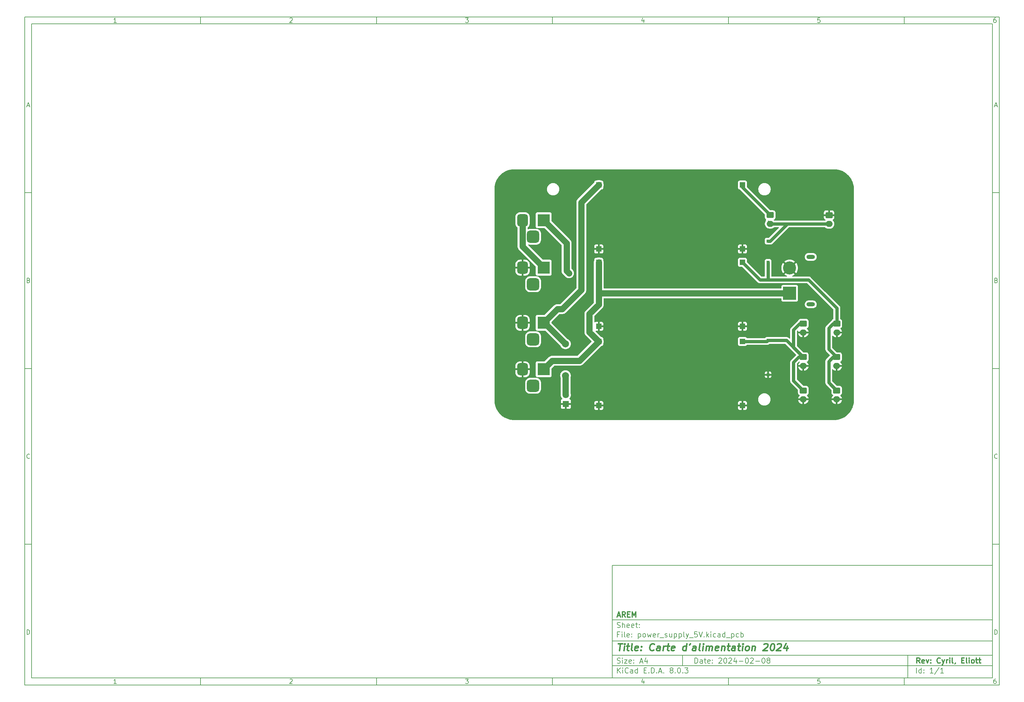
<source format=gbr>
%TF.GenerationSoftware,KiCad,Pcbnew,8.0.3*%
%TF.CreationDate,2024-09-28T16:10:37+02:00*%
%TF.ProjectId,power_supply_5V,706f7765-725f-4737-9570-706c795f3556,Cyril_ Eliott*%
%TF.SameCoordinates,Original*%
%TF.FileFunction,Copper,L1,Top*%
%TF.FilePolarity,Positive*%
%FSLAX46Y46*%
G04 Gerber Fmt 4.6, Leading zero omitted, Abs format (unit mm)*
G04 Created by KiCad (PCBNEW 8.0.3) date 2024-09-28 16:10:37*
%MOMM*%
%LPD*%
G01*
G04 APERTURE LIST*
G04 Aperture macros list*
%AMRoundRect*
0 Rectangle with rounded corners*
0 $1 Rounding radius*
0 $2 $3 $4 $5 $6 $7 $8 $9 X,Y pos of 4 corners*
0 Add a 4 corners polygon primitive as box body*
4,1,4,$2,$3,$4,$5,$6,$7,$8,$9,$2,$3,0*
0 Add four circle primitives for the rounded corners*
1,1,$1+$1,$2,$3*
1,1,$1+$1,$4,$5*
1,1,$1+$1,$6,$7*
1,1,$1+$1,$8,$9*
0 Add four rect primitives between the rounded corners*
20,1,$1+$1,$2,$3,$4,$5,0*
20,1,$1+$1,$4,$5,$6,$7,0*
20,1,$1+$1,$6,$7,$8,$9,0*
20,1,$1+$1,$8,$9,$2,$3,0*%
G04 Aperture macros list end*
%ADD10C,0.100000*%
%ADD11C,0.150000*%
%ADD12C,0.300000*%
%ADD13C,0.400000*%
%TA.AperFunction,ComponentPad*%
%ADD14RoundRect,0.250000X-0.750000X0.600000X-0.750000X-0.600000X0.750000X-0.600000X0.750000X0.600000X0*%
%TD*%
%TA.AperFunction,ComponentPad*%
%ADD15O,2.000000X1.700000*%
%TD*%
%TA.AperFunction,ComponentPad*%
%ADD16R,3.500000X3.500000*%
%TD*%
%TA.AperFunction,ComponentPad*%
%ADD17RoundRect,0.750000X-0.750000X-1.000000X0.750000X-1.000000X0.750000X1.000000X-0.750000X1.000000X0*%
%TD*%
%TA.AperFunction,ComponentPad*%
%ADD18RoundRect,0.875000X-0.875000X-0.875000X0.875000X-0.875000X0.875000X0.875000X-0.875000X0.875000X0*%
%TD*%
%TA.AperFunction,ComponentPad*%
%ADD19R,1.524000X1.524000*%
%TD*%
%TA.AperFunction,ComponentPad*%
%ADD20R,0.850000X0.850000*%
%TD*%
%TA.AperFunction,ComponentPad*%
%ADD21C,2.000000*%
%TD*%
%TA.AperFunction,ComponentPad*%
%ADD22R,3.716000X3.716000*%
%TD*%
%TA.AperFunction,ComponentPad*%
%ADD23C,3.716000*%
%TD*%
%TA.AperFunction,ComponentPad*%
%ADD24O,2.400000X1.200000*%
%TD*%
%TA.AperFunction,ComponentPad*%
%ADD25C,1.560000*%
%TD*%
%TA.AperFunction,ComponentPad*%
%ADD26R,1.800000X1.800000*%
%TD*%
%TA.AperFunction,ComponentPad*%
%ADD27C,1.800000*%
%TD*%
%TA.AperFunction,Conductor*%
%ADD28C,0.250000*%
%TD*%
%TA.AperFunction,Conductor*%
%ADD29C,1.800000*%
%TD*%
%TA.AperFunction,Conductor*%
%ADD30C,0.900000*%
%TD*%
G04 APERTURE END LIST*
D10*
D11*
X177002200Y-166007200D02*
X285002200Y-166007200D01*
X285002200Y-198007200D01*
X177002200Y-198007200D01*
X177002200Y-166007200D01*
D10*
D11*
X10000000Y-10000000D02*
X287002200Y-10000000D01*
X287002200Y-200007200D01*
X10000000Y-200007200D01*
X10000000Y-10000000D01*
D10*
D11*
X12000000Y-12000000D02*
X285002200Y-12000000D01*
X285002200Y-198007200D01*
X12000000Y-198007200D01*
X12000000Y-12000000D01*
D10*
D11*
X60000000Y-12000000D02*
X60000000Y-10000000D01*
D10*
D11*
X110000000Y-12000000D02*
X110000000Y-10000000D01*
D10*
D11*
X160000000Y-12000000D02*
X160000000Y-10000000D01*
D10*
D11*
X210000000Y-12000000D02*
X210000000Y-10000000D01*
D10*
D11*
X260000000Y-12000000D02*
X260000000Y-10000000D01*
D10*
D11*
X36089160Y-11593604D02*
X35346303Y-11593604D01*
X35717731Y-11593604D02*
X35717731Y-10293604D01*
X35717731Y-10293604D02*
X35593922Y-10479319D01*
X35593922Y-10479319D02*
X35470112Y-10603128D01*
X35470112Y-10603128D02*
X35346303Y-10665033D01*
D10*
D11*
X85346303Y-10417414D02*
X85408207Y-10355509D01*
X85408207Y-10355509D02*
X85532017Y-10293604D01*
X85532017Y-10293604D02*
X85841541Y-10293604D01*
X85841541Y-10293604D02*
X85965350Y-10355509D01*
X85965350Y-10355509D02*
X86027255Y-10417414D01*
X86027255Y-10417414D02*
X86089160Y-10541223D01*
X86089160Y-10541223D02*
X86089160Y-10665033D01*
X86089160Y-10665033D02*
X86027255Y-10850747D01*
X86027255Y-10850747D02*
X85284398Y-11593604D01*
X85284398Y-11593604D02*
X86089160Y-11593604D01*
D10*
D11*
X135284398Y-10293604D02*
X136089160Y-10293604D01*
X136089160Y-10293604D02*
X135655826Y-10788842D01*
X135655826Y-10788842D02*
X135841541Y-10788842D01*
X135841541Y-10788842D02*
X135965350Y-10850747D01*
X135965350Y-10850747D02*
X136027255Y-10912652D01*
X136027255Y-10912652D02*
X136089160Y-11036461D01*
X136089160Y-11036461D02*
X136089160Y-11345985D01*
X136089160Y-11345985D02*
X136027255Y-11469795D01*
X136027255Y-11469795D02*
X135965350Y-11531700D01*
X135965350Y-11531700D02*
X135841541Y-11593604D01*
X135841541Y-11593604D02*
X135470112Y-11593604D01*
X135470112Y-11593604D02*
X135346303Y-11531700D01*
X135346303Y-11531700D02*
X135284398Y-11469795D01*
D10*
D11*
X185965350Y-10726938D02*
X185965350Y-11593604D01*
X185655826Y-10231700D02*
X185346303Y-11160271D01*
X185346303Y-11160271D02*
X186151064Y-11160271D01*
D10*
D11*
X236027255Y-10293604D02*
X235408207Y-10293604D01*
X235408207Y-10293604D02*
X235346303Y-10912652D01*
X235346303Y-10912652D02*
X235408207Y-10850747D01*
X235408207Y-10850747D02*
X235532017Y-10788842D01*
X235532017Y-10788842D02*
X235841541Y-10788842D01*
X235841541Y-10788842D02*
X235965350Y-10850747D01*
X235965350Y-10850747D02*
X236027255Y-10912652D01*
X236027255Y-10912652D02*
X236089160Y-11036461D01*
X236089160Y-11036461D02*
X236089160Y-11345985D01*
X236089160Y-11345985D02*
X236027255Y-11469795D01*
X236027255Y-11469795D02*
X235965350Y-11531700D01*
X235965350Y-11531700D02*
X235841541Y-11593604D01*
X235841541Y-11593604D02*
X235532017Y-11593604D01*
X235532017Y-11593604D02*
X235408207Y-11531700D01*
X235408207Y-11531700D02*
X235346303Y-11469795D01*
D10*
D11*
X285965350Y-10293604D02*
X285717731Y-10293604D01*
X285717731Y-10293604D02*
X285593922Y-10355509D01*
X285593922Y-10355509D02*
X285532017Y-10417414D01*
X285532017Y-10417414D02*
X285408207Y-10603128D01*
X285408207Y-10603128D02*
X285346303Y-10850747D01*
X285346303Y-10850747D02*
X285346303Y-11345985D01*
X285346303Y-11345985D02*
X285408207Y-11469795D01*
X285408207Y-11469795D02*
X285470112Y-11531700D01*
X285470112Y-11531700D02*
X285593922Y-11593604D01*
X285593922Y-11593604D02*
X285841541Y-11593604D01*
X285841541Y-11593604D02*
X285965350Y-11531700D01*
X285965350Y-11531700D02*
X286027255Y-11469795D01*
X286027255Y-11469795D02*
X286089160Y-11345985D01*
X286089160Y-11345985D02*
X286089160Y-11036461D01*
X286089160Y-11036461D02*
X286027255Y-10912652D01*
X286027255Y-10912652D02*
X285965350Y-10850747D01*
X285965350Y-10850747D02*
X285841541Y-10788842D01*
X285841541Y-10788842D02*
X285593922Y-10788842D01*
X285593922Y-10788842D02*
X285470112Y-10850747D01*
X285470112Y-10850747D02*
X285408207Y-10912652D01*
X285408207Y-10912652D02*
X285346303Y-11036461D01*
D10*
D11*
X60000000Y-198007200D02*
X60000000Y-200007200D01*
D10*
D11*
X110000000Y-198007200D02*
X110000000Y-200007200D01*
D10*
D11*
X160000000Y-198007200D02*
X160000000Y-200007200D01*
D10*
D11*
X210000000Y-198007200D02*
X210000000Y-200007200D01*
D10*
D11*
X260000000Y-198007200D02*
X260000000Y-200007200D01*
D10*
D11*
X36089160Y-199600804D02*
X35346303Y-199600804D01*
X35717731Y-199600804D02*
X35717731Y-198300804D01*
X35717731Y-198300804D02*
X35593922Y-198486519D01*
X35593922Y-198486519D02*
X35470112Y-198610328D01*
X35470112Y-198610328D02*
X35346303Y-198672233D01*
D10*
D11*
X85346303Y-198424614D02*
X85408207Y-198362709D01*
X85408207Y-198362709D02*
X85532017Y-198300804D01*
X85532017Y-198300804D02*
X85841541Y-198300804D01*
X85841541Y-198300804D02*
X85965350Y-198362709D01*
X85965350Y-198362709D02*
X86027255Y-198424614D01*
X86027255Y-198424614D02*
X86089160Y-198548423D01*
X86089160Y-198548423D02*
X86089160Y-198672233D01*
X86089160Y-198672233D02*
X86027255Y-198857947D01*
X86027255Y-198857947D02*
X85284398Y-199600804D01*
X85284398Y-199600804D02*
X86089160Y-199600804D01*
D10*
D11*
X135284398Y-198300804D02*
X136089160Y-198300804D01*
X136089160Y-198300804D02*
X135655826Y-198796042D01*
X135655826Y-198796042D02*
X135841541Y-198796042D01*
X135841541Y-198796042D02*
X135965350Y-198857947D01*
X135965350Y-198857947D02*
X136027255Y-198919852D01*
X136027255Y-198919852D02*
X136089160Y-199043661D01*
X136089160Y-199043661D02*
X136089160Y-199353185D01*
X136089160Y-199353185D02*
X136027255Y-199476995D01*
X136027255Y-199476995D02*
X135965350Y-199538900D01*
X135965350Y-199538900D02*
X135841541Y-199600804D01*
X135841541Y-199600804D02*
X135470112Y-199600804D01*
X135470112Y-199600804D02*
X135346303Y-199538900D01*
X135346303Y-199538900D02*
X135284398Y-199476995D01*
D10*
D11*
X185965350Y-198734138D02*
X185965350Y-199600804D01*
X185655826Y-198238900D02*
X185346303Y-199167471D01*
X185346303Y-199167471D02*
X186151064Y-199167471D01*
D10*
D11*
X236027255Y-198300804D02*
X235408207Y-198300804D01*
X235408207Y-198300804D02*
X235346303Y-198919852D01*
X235346303Y-198919852D02*
X235408207Y-198857947D01*
X235408207Y-198857947D02*
X235532017Y-198796042D01*
X235532017Y-198796042D02*
X235841541Y-198796042D01*
X235841541Y-198796042D02*
X235965350Y-198857947D01*
X235965350Y-198857947D02*
X236027255Y-198919852D01*
X236027255Y-198919852D02*
X236089160Y-199043661D01*
X236089160Y-199043661D02*
X236089160Y-199353185D01*
X236089160Y-199353185D02*
X236027255Y-199476995D01*
X236027255Y-199476995D02*
X235965350Y-199538900D01*
X235965350Y-199538900D02*
X235841541Y-199600804D01*
X235841541Y-199600804D02*
X235532017Y-199600804D01*
X235532017Y-199600804D02*
X235408207Y-199538900D01*
X235408207Y-199538900D02*
X235346303Y-199476995D01*
D10*
D11*
X285965350Y-198300804D02*
X285717731Y-198300804D01*
X285717731Y-198300804D02*
X285593922Y-198362709D01*
X285593922Y-198362709D02*
X285532017Y-198424614D01*
X285532017Y-198424614D02*
X285408207Y-198610328D01*
X285408207Y-198610328D02*
X285346303Y-198857947D01*
X285346303Y-198857947D02*
X285346303Y-199353185D01*
X285346303Y-199353185D02*
X285408207Y-199476995D01*
X285408207Y-199476995D02*
X285470112Y-199538900D01*
X285470112Y-199538900D02*
X285593922Y-199600804D01*
X285593922Y-199600804D02*
X285841541Y-199600804D01*
X285841541Y-199600804D02*
X285965350Y-199538900D01*
X285965350Y-199538900D02*
X286027255Y-199476995D01*
X286027255Y-199476995D02*
X286089160Y-199353185D01*
X286089160Y-199353185D02*
X286089160Y-199043661D01*
X286089160Y-199043661D02*
X286027255Y-198919852D01*
X286027255Y-198919852D02*
X285965350Y-198857947D01*
X285965350Y-198857947D02*
X285841541Y-198796042D01*
X285841541Y-198796042D02*
X285593922Y-198796042D01*
X285593922Y-198796042D02*
X285470112Y-198857947D01*
X285470112Y-198857947D02*
X285408207Y-198919852D01*
X285408207Y-198919852D02*
X285346303Y-199043661D01*
D10*
D11*
X10000000Y-60000000D02*
X12000000Y-60000000D01*
D10*
D11*
X10000000Y-110000000D02*
X12000000Y-110000000D01*
D10*
D11*
X10000000Y-160000000D02*
X12000000Y-160000000D01*
D10*
D11*
X10690476Y-35222176D02*
X11309523Y-35222176D01*
X10566666Y-35593604D02*
X10999999Y-34293604D01*
X10999999Y-34293604D02*
X11433333Y-35593604D01*
D10*
D11*
X11092857Y-84912652D02*
X11278571Y-84974557D01*
X11278571Y-84974557D02*
X11340476Y-85036461D01*
X11340476Y-85036461D02*
X11402380Y-85160271D01*
X11402380Y-85160271D02*
X11402380Y-85345985D01*
X11402380Y-85345985D02*
X11340476Y-85469795D01*
X11340476Y-85469795D02*
X11278571Y-85531700D01*
X11278571Y-85531700D02*
X11154761Y-85593604D01*
X11154761Y-85593604D02*
X10659523Y-85593604D01*
X10659523Y-85593604D02*
X10659523Y-84293604D01*
X10659523Y-84293604D02*
X11092857Y-84293604D01*
X11092857Y-84293604D02*
X11216666Y-84355509D01*
X11216666Y-84355509D02*
X11278571Y-84417414D01*
X11278571Y-84417414D02*
X11340476Y-84541223D01*
X11340476Y-84541223D02*
X11340476Y-84665033D01*
X11340476Y-84665033D02*
X11278571Y-84788842D01*
X11278571Y-84788842D02*
X11216666Y-84850747D01*
X11216666Y-84850747D02*
X11092857Y-84912652D01*
X11092857Y-84912652D02*
X10659523Y-84912652D01*
D10*
D11*
X11402380Y-135469795D02*
X11340476Y-135531700D01*
X11340476Y-135531700D02*
X11154761Y-135593604D01*
X11154761Y-135593604D02*
X11030952Y-135593604D01*
X11030952Y-135593604D02*
X10845238Y-135531700D01*
X10845238Y-135531700D02*
X10721428Y-135407890D01*
X10721428Y-135407890D02*
X10659523Y-135284080D01*
X10659523Y-135284080D02*
X10597619Y-135036461D01*
X10597619Y-135036461D02*
X10597619Y-134850747D01*
X10597619Y-134850747D02*
X10659523Y-134603128D01*
X10659523Y-134603128D02*
X10721428Y-134479319D01*
X10721428Y-134479319D02*
X10845238Y-134355509D01*
X10845238Y-134355509D02*
X11030952Y-134293604D01*
X11030952Y-134293604D02*
X11154761Y-134293604D01*
X11154761Y-134293604D02*
X11340476Y-134355509D01*
X11340476Y-134355509D02*
X11402380Y-134417414D01*
D10*
D11*
X10659523Y-185593604D02*
X10659523Y-184293604D01*
X10659523Y-184293604D02*
X10969047Y-184293604D01*
X10969047Y-184293604D02*
X11154761Y-184355509D01*
X11154761Y-184355509D02*
X11278571Y-184479319D01*
X11278571Y-184479319D02*
X11340476Y-184603128D01*
X11340476Y-184603128D02*
X11402380Y-184850747D01*
X11402380Y-184850747D02*
X11402380Y-185036461D01*
X11402380Y-185036461D02*
X11340476Y-185284080D01*
X11340476Y-185284080D02*
X11278571Y-185407890D01*
X11278571Y-185407890D02*
X11154761Y-185531700D01*
X11154761Y-185531700D02*
X10969047Y-185593604D01*
X10969047Y-185593604D02*
X10659523Y-185593604D01*
D10*
D11*
X287002200Y-60000000D02*
X285002200Y-60000000D01*
D10*
D11*
X287002200Y-110000000D02*
X285002200Y-110000000D01*
D10*
D11*
X287002200Y-160000000D02*
X285002200Y-160000000D01*
D10*
D11*
X285692676Y-35222176D02*
X286311723Y-35222176D01*
X285568866Y-35593604D02*
X286002199Y-34293604D01*
X286002199Y-34293604D02*
X286435533Y-35593604D01*
D10*
D11*
X286095057Y-84912652D02*
X286280771Y-84974557D01*
X286280771Y-84974557D02*
X286342676Y-85036461D01*
X286342676Y-85036461D02*
X286404580Y-85160271D01*
X286404580Y-85160271D02*
X286404580Y-85345985D01*
X286404580Y-85345985D02*
X286342676Y-85469795D01*
X286342676Y-85469795D02*
X286280771Y-85531700D01*
X286280771Y-85531700D02*
X286156961Y-85593604D01*
X286156961Y-85593604D02*
X285661723Y-85593604D01*
X285661723Y-85593604D02*
X285661723Y-84293604D01*
X285661723Y-84293604D02*
X286095057Y-84293604D01*
X286095057Y-84293604D02*
X286218866Y-84355509D01*
X286218866Y-84355509D02*
X286280771Y-84417414D01*
X286280771Y-84417414D02*
X286342676Y-84541223D01*
X286342676Y-84541223D02*
X286342676Y-84665033D01*
X286342676Y-84665033D02*
X286280771Y-84788842D01*
X286280771Y-84788842D02*
X286218866Y-84850747D01*
X286218866Y-84850747D02*
X286095057Y-84912652D01*
X286095057Y-84912652D02*
X285661723Y-84912652D01*
D10*
D11*
X286404580Y-135469795D02*
X286342676Y-135531700D01*
X286342676Y-135531700D02*
X286156961Y-135593604D01*
X286156961Y-135593604D02*
X286033152Y-135593604D01*
X286033152Y-135593604D02*
X285847438Y-135531700D01*
X285847438Y-135531700D02*
X285723628Y-135407890D01*
X285723628Y-135407890D02*
X285661723Y-135284080D01*
X285661723Y-135284080D02*
X285599819Y-135036461D01*
X285599819Y-135036461D02*
X285599819Y-134850747D01*
X285599819Y-134850747D02*
X285661723Y-134603128D01*
X285661723Y-134603128D02*
X285723628Y-134479319D01*
X285723628Y-134479319D02*
X285847438Y-134355509D01*
X285847438Y-134355509D02*
X286033152Y-134293604D01*
X286033152Y-134293604D02*
X286156961Y-134293604D01*
X286156961Y-134293604D02*
X286342676Y-134355509D01*
X286342676Y-134355509D02*
X286404580Y-134417414D01*
D10*
D11*
X285661723Y-185593604D02*
X285661723Y-184293604D01*
X285661723Y-184293604D02*
X285971247Y-184293604D01*
X285971247Y-184293604D02*
X286156961Y-184355509D01*
X286156961Y-184355509D02*
X286280771Y-184479319D01*
X286280771Y-184479319D02*
X286342676Y-184603128D01*
X286342676Y-184603128D02*
X286404580Y-184850747D01*
X286404580Y-184850747D02*
X286404580Y-185036461D01*
X286404580Y-185036461D02*
X286342676Y-185284080D01*
X286342676Y-185284080D02*
X286280771Y-185407890D01*
X286280771Y-185407890D02*
X286156961Y-185531700D01*
X286156961Y-185531700D02*
X285971247Y-185593604D01*
X285971247Y-185593604D02*
X285661723Y-185593604D01*
D10*
D11*
X200458026Y-193793328D02*
X200458026Y-192293328D01*
X200458026Y-192293328D02*
X200815169Y-192293328D01*
X200815169Y-192293328D02*
X201029455Y-192364757D01*
X201029455Y-192364757D02*
X201172312Y-192507614D01*
X201172312Y-192507614D02*
X201243741Y-192650471D01*
X201243741Y-192650471D02*
X201315169Y-192936185D01*
X201315169Y-192936185D02*
X201315169Y-193150471D01*
X201315169Y-193150471D02*
X201243741Y-193436185D01*
X201243741Y-193436185D02*
X201172312Y-193579042D01*
X201172312Y-193579042D02*
X201029455Y-193721900D01*
X201029455Y-193721900D02*
X200815169Y-193793328D01*
X200815169Y-193793328D02*
X200458026Y-193793328D01*
X202600884Y-193793328D02*
X202600884Y-193007614D01*
X202600884Y-193007614D02*
X202529455Y-192864757D01*
X202529455Y-192864757D02*
X202386598Y-192793328D01*
X202386598Y-192793328D02*
X202100884Y-192793328D01*
X202100884Y-192793328D02*
X201958026Y-192864757D01*
X202600884Y-193721900D02*
X202458026Y-193793328D01*
X202458026Y-193793328D02*
X202100884Y-193793328D01*
X202100884Y-193793328D02*
X201958026Y-193721900D01*
X201958026Y-193721900D02*
X201886598Y-193579042D01*
X201886598Y-193579042D02*
X201886598Y-193436185D01*
X201886598Y-193436185D02*
X201958026Y-193293328D01*
X201958026Y-193293328D02*
X202100884Y-193221900D01*
X202100884Y-193221900D02*
X202458026Y-193221900D01*
X202458026Y-193221900D02*
X202600884Y-193150471D01*
X203100884Y-192793328D02*
X203672312Y-192793328D01*
X203315169Y-192293328D02*
X203315169Y-193579042D01*
X203315169Y-193579042D02*
X203386598Y-193721900D01*
X203386598Y-193721900D02*
X203529455Y-193793328D01*
X203529455Y-193793328D02*
X203672312Y-193793328D01*
X204743741Y-193721900D02*
X204600884Y-193793328D01*
X204600884Y-193793328D02*
X204315170Y-193793328D01*
X204315170Y-193793328D02*
X204172312Y-193721900D01*
X204172312Y-193721900D02*
X204100884Y-193579042D01*
X204100884Y-193579042D02*
X204100884Y-193007614D01*
X204100884Y-193007614D02*
X204172312Y-192864757D01*
X204172312Y-192864757D02*
X204315170Y-192793328D01*
X204315170Y-192793328D02*
X204600884Y-192793328D01*
X204600884Y-192793328D02*
X204743741Y-192864757D01*
X204743741Y-192864757D02*
X204815170Y-193007614D01*
X204815170Y-193007614D02*
X204815170Y-193150471D01*
X204815170Y-193150471D02*
X204100884Y-193293328D01*
X205458026Y-193650471D02*
X205529455Y-193721900D01*
X205529455Y-193721900D02*
X205458026Y-193793328D01*
X205458026Y-193793328D02*
X205386598Y-193721900D01*
X205386598Y-193721900D02*
X205458026Y-193650471D01*
X205458026Y-193650471D02*
X205458026Y-193793328D01*
X205458026Y-192864757D02*
X205529455Y-192936185D01*
X205529455Y-192936185D02*
X205458026Y-193007614D01*
X205458026Y-193007614D02*
X205386598Y-192936185D01*
X205386598Y-192936185D02*
X205458026Y-192864757D01*
X205458026Y-192864757D02*
X205458026Y-193007614D01*
X207243741Y-192436185D02*
X207315169Y-192364757D01*
X207315169Y-192364757D02*
X207458027Y-192293328D01*
X207458027Y-192293328D02*
X207815169Y-192293328D01*
X207815169Y-192293328D02*
X207958027Y-192364757D01*
X207958027Y-192364757D02*
X208029455Y-192436185D01*
X208029455Y-192436185D02*
X208100884Y-192579042D01*
X208100884Y-192579042D02*
X208100884Y-192721900D01*
X208100884Y-192721900D02*
X208029455Y-192936185D01*
X208029455Y-192936185D02*
X207172312Y-193793328D01*
X207172312Y-193793328D02*
X208100884Y-193793328D01*
X209029455Y-192293328D02*
X209172312Y-192293328D01*
X209172312Y-192293328D02*
X209315169Y-192364757D01*
X209315169Y-192364757D02*
X209386598Y-192436185D01*
X209386598Y-192436185D02*
X209458026Y-192579042D01*
X209458026Y-192579042D02*
X209529455Y-192864757D01*
X209529455Y-192864757D02*
X209529455Y-193221900D01*
X209529455Y-193221900D02*
X209458026Y-193507614D01*
X209458026Y-193507614D02*
X209386598Y-193650471D01*
X209386598Y-193650471D02*
X209315169Y-193721900D01*
X209315169Y-193721900D02*
X209172312Y-193793328D01*
X209172312Y-193793328D02*
X209029455Y-193793328D01*
X209029455Y-193793328D02*
X208886598Y-193721900D01*
X208886598Y-193721900D02*
X208815169Y-193650471D01*
X208815169Y-193650471D02*
X208743740Y-193507614D01*
X208743740Y-193507614D02*
X208672312Y-193221900D01*
X208672312Y-193221900D02*
X208672312Y-192864757D01*
X208672312Y-192864757D02*
X208743740Y-192579042D01*
X208743740Y-192579042D02*
X208815169Y-192436185D01*
X208815169Y-192436185D02*
X208886598Y-192364757D01*
X208886598Y-192364757D02*
X209029455Y-192293328D01*
X210100883Y-192436185D02*
X210172311Y-192364757D01*
X210172311Y-192364757D02*
X210315169Y-192293328D01*
X210315169Y-192293328D02*
X210672311Y-192293328D01*
X210672311Y-192293328D02*
X210815169Y-192364757D01*
X210815169Y-192364757D02*
X210886597Y-192436185D01*
X210886597Y-192436185D02*
X210958026Y-192579042D01*
X210958026Y-192579042D02*
X210958026Y-192721900D01*
X210958026Y-192721900D02*
X210886597Y-192936185D01*
X210886597Y-192936185D02*
X210029454Y-193793328D01*
X210029454Y-193793328D02*
X210958026Y-193793328D01*
X212243740Y-192793328D02*
X212243740Y-193793328D01*
X211886597Y-192221900D02*
X211529454Y-193293328D01*
X211529454Y-193293328D02*
X212458025Y-193293328D01*
X213029453Y-193221900D02*
X214172311Y-193221900D01*
X215172311Y-192293328D02*
X215315168Y-192293328D01*
X215315168Y-192293328D02*
X215458025Y-192364757D01*
X215458025Y-192364757D02*
X215529454Y-192436185D01*
X215529454Y-192436185D02*
X215600882Y-192579042D01*
X215600882Y-192579042D02*
X215672311Y-192864757D01*
X215672311Y-192864757D02*
X215672311Y-193221900D01*
X215672311Y-193221900D02*
X215600882Y-193507614D01*
X215600882Y-193507614D02*
X215529454Y-193650471D01*
X215529454Y-193650471D02*
X215458025Y-193721900D01*
X215458025Y-193721900D02*
X215315168Y-193793328D01*
X215315168Y-193793328D02*
X215172311Y-193793328D01*
X215172311Y-193793328D02*
X215029454Y-193721900D01*
X215029454Y-193721900D02*
X214958025Y-193650471D01*
X214958025Y-193650471D02*
X214886596Y-193507614D01*
X214886596Y-193507614D02*
X214815168Y-193221900D01*
X214815168Y-193221900D02*
X214815168Y-192864757D01*
X214815168Y-192864757D02*
X214886596Y-192579042D01*
X214886596Y-192579042D02*
X214958025Y-192436185D01*
X214958025Y-192436185D02*
X215029454Y-192364757D01*
X215029454Y-192364757D02*
X215172311Y-192293328D01*
X216243739Y-192436185D02*
X216315167Y-192364757D01*
X216315167Y-192364757D02*
X216458025Y-192293328D01*
X216458025Y-192293328D02*
X216815167Y-192293328D01*
X216815167Y-192293328D02*
X216958025Y-192364757D01*
X216958025Y-192364757D02*
X217029453Y-192436185D01*
X217029453Y-192436185D02*
X217100882Y-192579042D01*
X217100882Y-192579042D02*
X217100882Y-192721900D01*
X217100882Y-192721900D02*
X217029453Y-192936185D01*
X217029453Y-192936185D02*
X216172310Y-193793328D01*
X216172310Y-193793328D02*
X217100882Y-193793328D01*
X217743738Y-193221900D02*
X218886596Y-193221900D01*
X219886596Y-192293328D02*
X220029453Y-192293328D01*
X220029453Y-192293328D02*
X220172310Y-192364757D01*
X220172310Y-192364757D02*
X220243739Y-192436185D01*
X220243739Y-192436185D02*
X220315167Y-192579042D01*
X220315167Y-192579042D02*
X220386596Y-192864757D01*
X220386596Y-192864757D02*
X220386596Y-193221900D01*
X220386596Y-193221900D02*
X220315167Y-193507614D01*
X220315167Y-193507614D02*
X220243739Y-193650471D01*
X220243739Y-193650471D02*
X220172310Y-193721900D01*
X220172310Y-193721900D02*
X220029453Y-193793328D01*
X220029453Y-193793328D02*
X219886596Y-193793328D01*
X219886596Y-193793328D02*
X219743739Y-193721900D01*
X219743739Y-193721900D02*
X219672310Y-193650471D01*
X219672310Y-193650471D02*
X219600881Y-193507614D01*
X219600881Y-193507614D02*
X219529453Y-193221900D01*
X219529453Y-193221900D02*
X219529453Y-192864757D01*
X219529453Y-192864757D02*
X219600881Y-192579042D01*
X219600881Y-192579042D02*
X219672310Y-192436185D01*
X219672310Y-192436185D02*
X219743739Y-192364757D01*
X219743739Y-192364757D02*
X219886596Y-192293328D01*
X221243738Y-192936185D02*
X221100881Y-192864757D01*
X221100881Y-192864757D02*
X221029452Y-192793328D01*
X221029452Y-192793328D02*
X220958024Y-192650471D01*
X220958024Y-192650471D02*
X220958024Y-192579042D01*
X220958024Y-192579042D02*
X221029452Y-192436185D01*
X221029452Y-192436185D02*
X221100881Y-192364757D01*
X221100881Y-192364757D02*
X221243738Y-192293328D01*
X221243738Y-192293328D02*
X221529452Y-192293328D01*
X221529452Y-192293328D02*
X221672310Y-192364757D01*
X221672310Y-192364757D02*
X221743738Y-192436185D01*
X221743738Y-192436185D02*
X221815167Y-192579042D01*
X221815167Y-192579042D02*
X221815167Y-192650471D01*
X221815167Y-192650471D02*
X221743738Y-192793328D01*
X221743738Y-192793328D02*
X221672310Y-192864757D01*
X221672310Y-192864757D02*
X221529452Y-192936185D01*
X221529452Y-192936185D02*
X221243738Y-192936185D01*
X221243738Y-192936185D02*
X221100881Y-193007614D01*
X221100881Y-193007614D02*
X221029452Y-193079042D01*
X221029452Y-193079042D02*
X220958024Y-193221900D01*
X220958024Y-193221900D02*
X220958024Y-193507614D01*
X220958024Y-193507614D02*
X221029452Y-193650471D01*
X221029452Y-193650471D02*
X221100881Y-193721900D01*
X221100881Y-193721900D02*
X221243738Y-193793328D01*
X221243738Y-193793328D02*
X221529452Y-193793328D01*
X221529452Y-193793328D02*
X221672310Y-193721900D01*
X221672310Y-193721900D02*
X221743738Y-193650471D01*
X221743738Y-193650471D02*
X221815167Y-193507614D01*
X221815167Y-193507614D02*
X221815167Y-193221900D01*
X221815167Y-193221900D02*
X221743738Y-193079042D01*
X221743738Y-193079042D02*
X221672310Y-193007614D01*
X221672310Y-193007614D02*
X221529452Y-192936185D01*
D10*
D11*
X177002200Y-194507200D02*
X285002200Y-194507200D01*
D10*
D11*
X178458026Y-196593328D02*
X178458026Y-195093328D01*
X179315169Y-196593328D02*
X178672312Y-195736185D01*
X179315169Y-195093328D02*
X178458026Y-195950471D01*
X179958026Y-196593328D02*
X179958026Y-195593328D01*
X179958026Y-195093328D02*
X179886598Y-195164757D01*
X179886598Y-195164757D02*
X179958026Y-195236185D01*
X179958026Y-195236185D02*
X180029455Y-195164757D01*
X180029455Y-195164757D02*
X179958026Y-195093328D01*
X179958026Y-195093328D02*
X179958026Y-195236185D01*
X181529455Y-196450471D02*
X181458027Y-196521900D01*
X181458027Y-196521900D02*
X181243741Y-196593328D01*
X181243741Y-196593328D02*
X181100884Y-196593328D01*
X181100884Y-196593328D02*
X180886598Y-196521900D01*
X180886598Y-196521900D02*
X180743741Y-196379042D01*
X180743741Y-196379042D02*
X180672312Y-196236185D01*
X180672312Y-196236185D02*
X180600884Y-195950471D01*
X180600884Y-195950471D02*
X180600884Y-195736185D01*
X180600884Y-195736185D02*
X180672312Y-195450471D01*
X180672312Y-195450471D02*
X180743741Y-195307614D01*
X180743741Y-195307614D02*
X180886598Y-195164757D01*
X180886598Y-195164757D02*
X181100884Y-195093328D01*
X181100884Y-195093328D02*
X181243741Y-195093328D01*
X181243741Y-195093328D02*
X181458027Y-195164757D01*
X181458027Y-195164757D02*
X181529455Y-195236185D01*
X182815170Y-196593328D02*
X182815170Y-195807614D01*
X182815170Y-195807614D02*
X182743741Y-195664757D01*
X182743741Y-195664757D02*
X182600884Y-195593328D01*
X182600884Y-195593328D02*
X182315170Y-195593328D01*
X182315170Y-195593328D02*
X182172312Y-195664757D01*
X182815170Y-196521900D02*
X182672312Y-196593328D01*
X182672312Y-196593328D02*
X182315170Y-196593328D01*
X182315170Y-196593328D02*
X182172312Y-196521900D01*
X182172312Y-196521900D02*
X182100884Y-196379042D01*
X182100884Y-196379042D02*
X182100884Y-196236185D01*
X182100884Y-196236185D02*
X182172312Y-196093328D01*
X182172312Y-196093328D02*
X182315170Y-196021900D01*
X182315170Y-196021900D02*
X182672312Y-196021900D01*
X182672312Y-196021900D02*
X182815170Y-195950471D01*
X184172313Y-196593328D02*
X184172313Y-195093328D01*
X184172313Y-196521900D02*
X184029455Y-196593328D01*
X184029455Y-196593328D02*
X183743741Y-196593328D01*
X183743741Y-196593328D02*
X183600884Y-196521900D01*
X183600884Y-196521900D02*
X183529455Y-196450471D01*
X183529455Y-196450471D02*
X183458027Y-196307614D01*
X183458027Y-196307614D02*
X183458027Y-195879042D01*
X183458027Y-195879042D02*
X183529455Y-195736185D01*
X183529455Y-195736185D02*
X183600884Y-195664757D01*
X183600884Y-195664757D02*
X183743741Y-195593328D01*
X183743741Y-195593328D02*
X184029455Y-195593328D01*
X184029455Y-195593328D02*
X184172313Y-195664757D01*
X186029455Y-195807614D02*
X186529455Y-195807614D01*
X186743741Y-196593328D02*
X186029455Y-196593328D01*
X186029455Y-196593328D02*
X186029455Y-195093328D01*
X186029455Y-195093328D02*
X186743741Y-195093328D01*
X187386598Y-196450471D02*
X187458027Y-196521900D01*
X187458027Y-196521900D02*
X187386598Y-196593328D01*
X187386598Y-196593328D02*
X187315170Y-196521900D01*
X187315170Y-196521900D02*
X187386598Y-196450471D01*
X187386598Y-196450471D02*
X187386598Y-196593328D01*
X188100884Y-196593328D02*
X188100884Y-195093328D01*
X188100884Y-195093328D02*
X188458027Y-195093328D01*
X188458027Y-195093328D02*
X188672313Y-195164757D01*
X188672313Y-195164757D02*
X188815170Y-195307614D01*
X188815170Y-195307614D02*
X188886599Y-195450471D01*
X188886599Y-195450471D02*
X188958027Y-195736185D01*
X188958027Y-195736185D02*
X188958027Y-195950471D01*
X188958027Y-195950471D02*
X188886599Y-196236185D01*
X188886599Y-196236185D02*
X188815170Y-196379042D01*
X188815170Y-196379042D02*
X188672313Y-196521900D01*
X188672313Y-196521900D02*
X188458027Y-196593328D01*
X188458027Y-196593328D02*
X188100884Y-196593328D01*
X189600884Y-196450471D02*
X189672313Y-196521900D01*
X189672313Y-196521900D02*
X189600884Y-196593328D01*
X189600884Y-196593328D02*
X189529456Y-196521900D01*
X189529456Y-196521900D02*
X189600884Y-196450471D01*
X189600884Y-196450471D02*
X189600884Y-196593328D01*
X190243742Y-196164757D02*
X190958028Y-196164757D01*
X190100885Y-196593328D02*
X190600885Y-195093328D01*
X190600885Y-195093328D02*
X191100885Y-196593328D01*
X191600884Y-196450471D02*
X191672313Y-196521900D01*
X191672313Y-196521900D02*
X191600884Y-196593328D01*
X191600884Y-196593328D02*
X191529456Y-196521900D01*
X191529456Y-196521900D02*
X191600884Y-196450471D01*
X191600884Y-196450471D02*
X191600884Y-196593328D01*
X193672313Y-195736185D02*
X193529456Y-195664757D01*
X193529456Y-195664757D02*
X193458027Y-195593328D01*
X193458027Y-195593328D02*
X193386599Y-195450471D01*
X193386599Y-195450471D02*
X193386599Y-195379042D01*
X193386599Y-195379042D02*
X193458027Y-195236185D01*
X193458027Y-195236185D02*
X193529456Y-195164757D01*
X193529456Y-195164757D02*
X193672313Y-195093328D01*
X193672313Y-195093328D02*
X193958027Y-195093328D01*
X193958027Y-195093328D02*
X194100885Y-195164757D01*
X194100885Y-195164757D02*
X194172313Y-195236185D01*
X194172313Y-195236185D02*
X194243742Y-195379042D01*
X194243742Y-195379042D02*
X194243742Y-195450471D01*
X194243742Y-195450471D02*
X194172313Y-195593328D01*
X194172313Y-195593328D02*
X194100885Y-195664757D01*
X194100885Y-195664757D02*
X193958027Y-195736185D01*
X193958027Y-195736185D02*
X193672313Y-195736185D01*
X193672313Y-195736185D02*
X193529456Y-195807614D01*
X193529456Y-195807614D02*
X193458027Y-195879042D01*
X193458027Y-195879042D02*
X193386599Y-196021900D01*
X193386599Y-196021900D02*
X193386599Y-196307614D01*
X193386599Y-196307614D02*
X193458027Y-196450471D01*
X193458027Y-196450471D02*
X193529456Y-196521900D01*
X193529456Y-196521900D02*
X193672313Y-196593328D01*
X193672313Y-196593328D02*
X193958027Y-196593328D01*
X193958027Y-196593328D02*
X194100885Y-196521900D01*
X194100885Y-196521900D02*
X194172313Y-196450471D01*
X194172313Y-196450471D02*
X194243742Y-196307614D01*
X194243742Y-196307614D02*
X194243742Y-196021900D01*
X194243742Y-196021900D02*
X194172313Y-195879042D01*
X194172313Y-195879042D02*
X194100885Y-195807614D01*
X194100885Y-195807614D02*
X193958027Y-195736185D01*
X194886598Y-196450471D02*
X194958027Y-196521900D01*
X194958027Y-196521900D02*
X194886598Y-196593328D01*
X194886598Y-196593328D02*
X194815170Y-196521900D01*
X194815170Y-196521900D02*
X194886598Y-196450471D01*
X194886598Y-196450471D02*
X194886598Y-196593328D01*
X195886599Y-195093328D02*
X196029456Y-195093328D01*
X196029456Y-195093328D02*
X196172313Y-195164757D01*
X196172313Y-195164757D02*
X196243742Y-195236185D01*
X196243742Y-195236185D02*
X196315170Y-195379042D01*
X196315170Y-195379042D02*
X196386599Y-195664757D01*
X196386599Y-195664757D02*
X196386599Y-196021900D01*
X196386599Y-196021900D02*
X196315170Y-196307614D01*
X196315170Y-196307614D02*
X196243742Y-196450471D01*
X196243742Y-196450471D02*
X196172313Y-196521900D01*
X196172313Y-196521900D02*
X196029456Y-196593328D01*
X196029456Y-196593328D02*
X195886599Y-196593328D01*
X195886599Y-196593328D02*
X195743742Y-196521900D01*
X195743742Y-196521900D02*
X195672313Y-196450471D01*
X195672313Y-196450471D02*
X195600884Y-196307614D01*
X195600884Y-196307614D02*
X195529456Y-196021900D01*
X195529456Y-196021900D02*
X195529456Y-195664757D01*
X195529456Y-195664757D02*
X195600884Y-195379042D01*
X195600884Y-195379042D02*
X195672313Y-195236185D01*
X195672313Y-195236185D02*
X195743742Y-195164757D01*
X195743742Y-195164757D02*
X195886599Y-195093328D01*
X197029455Y-196450471D02*
X197100884Y-196521900D01*
X197100884Y-196521900D02*
X197029455Y-196593328D01*
X197029455Y-196593328D02*
X196958027Y-196521900D01*
X196958027Y-196521900D02*
X197029455Y-196450471D01*
X197029455Y-196450471D02*
X197029455Y-196593328D01*
X197600884Y-195093328D02*
X198529456Y-195093328D01*
X198529456Y-195093328D02*
X198029456Y-195664757D01*
X198029456Y-195664757D02*
X198243741Y-195664757D01*
X198243741Y-195664757D02*
X198386599Y-195736185D01*
X198386599Y-195736185D02*
X198458027Y-195807614D01*
X198458027Y-195807614D02*
X198529456Y-195950471D01*
X198529456Y-195950471D02*
X198529456Y-196307614D01*
X198529456Y-196307614D02*
X198458027Y-196450471D01*
X198458027Y-196450471D02*
X198386599Y-196521900D01*
X198386599Y-196521900D02*
X198243741Y-196593328D01*
X198243741Y-196593328D02*
X197815170Y-196593328D01*
X197815170Y-196593328D02*
X197672313Y-196521900D01*
X197672313Y-196521900D02*
X197600884Y-196450471D01*
D10*
D11*
X177002200Y-191507200D02*
X285002200Y-191507200D01*
D10*
D12*
X264413853Y-193785528D02*
X263913853Y-193071242D01*
X263556710Y-193785528D02*
X263556710Y-192285528D01*
X263556710Y-192285528D02*
X264128139Y-192285528D01*
X264128139Y-192285528D02*
X264270996Y-192356957D01*
X264270996Y-192356957D02*
X264342425Y-192428385D01*
X264342425Y-192428385D02*
X264413853Y-192571242D01*
X264413853Y-192571242D02*
X264413853Y-192785528D01*
X264413853Y-192785528D02*
X264342425Y-192928385D01*
X264342425Y-192928385D02*
X264270996Y-192999814D01*
X264270996Y-192999814D02*
X264128139Y-193071242D01*
X264128139Y-193071242D02*
X263556710Y-193071242D01*
X265628139Y-193714100D02*
X265485282Y-193785528D01*
X265485282Y-193785528D02*
X265199568Y-193785528D01*
X265199568Y-193785528D02*
X265056710Y-193714100D01*
X265056710Y-193714100D02*
X264985282Y-193571242D01*
X264985282Y-193571242D02*
X264985282Y-192999814D01*
X264985282Y-192999814D02*
X265056710Y-192856957D01*
X265056710Y-192856957D02*
X265199568Y-192785528D01*
X265199568Y-192785528D02*
X265485282Y-192785528D01*
X265485282Y-192785528D02*
X265628139Y-192856957D01*
X265628139Y-192856957D02*
X265699568Y-192999814D01*
X265699568Y-192999814D02*
X265699568Y-193142671D01*
X265699568Y-193142671D02*
X264985282Y-193285528D01*
X266199567Y-192785528D02*
X266556710Y-193785528D01*
X266556710Y-193785528D02*
X266913853Y-192785528D01*
X267485281Y-193642671D02*
X267556710Y-193714100D01*
X267556710Y-193714100D02*
X267485281Y-193785528D01*
X267485281Y-193785528D02*
X267413853Y-193714100D01*
X267413853Y-193714100D02*
X267485281Y-193642671D01*
X267485281Y-193642671D02*
X267485281Y-193785528D01*
X267485281Y-192856957D02*
X267556710Y-192928385D01*
X267556710Y-192928385D02*
X267485281Y-192999814D01*
X267485281Y-192999814D02*
X267413853Y-192928385D01*
X267413853Y-192928385D02*
X267485281Y-192856957D01*
X267485281Y-192856957D02*
X267485281Y-192999814D01*
X270199567Y-193642671D02*
X270128139Y-193714100D01*
X270128139Y-193714100D02*
X269913853Y-193785528D01*
X269913853Y-193785528D02*
X269770996Y-193785528D01*
X269770996Y-193785528D02*
X269556710Y-193714100D01*
X269556710Y-193714100D02*
X269413853Y-193571242D01*
X269413853Y-193571242D02*
X269342424Y-193428385D01*
X269342424Y-193428385D02*
X269270996Y-193142671D01*
X269270996Y-193142671D02*
X269270996Y-192928385D01*
X269270996Y-192928385D02*
X269342424Y-192642671D01*
X269342424Y-192642671D02*
X269413853Y-192499814D01*
X269413853Y-192499814D02*
X269556710Y-192356957D01*
X269556710Y-192356957D02*
X269770996Y-192285528D01*
X269770996Y-192285528D02*
X269913853Y-192285528D01*
X269913853Y-192285528D02*
X270128139Y-192356957D01*
X270128139Y-192356957D02*
X270199567Y-192428385D01*
X270699567Y-192785528D02*
X271056710Y-193785528D01*
X271413853Y-192785528D02*
X271056710Y-193785528D01*
X271056710Y-193785528D02*
X270913853Y-194142671D01*
X270913853Y-194142671D02*
X270842424Y-194214100D01*
X270842424Y-194214100D02*
X270699567Y-194285528D01*
X271985281Y-193785528D02*
X271985281Y-192785528D01*
X271985281Y-193071242D02*
X272056710Y-192928385D01*
X272056710Y-192928385D02*
X272128139Y-192856957D01*
X272128139Y-192856957D02*
X272270996Y-192785528D01*
X272270996Y-192785528D02*
X272413853Y-192785528D01*
X272913852Y-193785528D02*
X272913852Y-192785528D01*
X272913852Y-192285528D02*
X272842424Y-192356957D01*
X272842424Y-192356957D02*
X272913852Y-192428385D01*
X272913852Y-192428385D02*
X272985281Y-192356957D01*
X272985281Y-192356957D02*
X272913852Y-192285528D01*
X272913852Y-192285528D02*
X272913852Y-192428385D01*
X273842424Y-193785528D02*
X273699567Y-193714100D01*
X273699567Y-193714100D02*
X273628138Y-193571242D01*
X273628138Y-193571242D02*
X273628138Y-192285528D01*
X274485281Y-193714100D02*
X274485281Y-193785528D01*
X274485281Y-193785528D02*
X274413852Y-193928385D01*
X274413852Y-193928385D02*
X274342424Y-193999814D01*
X276270995Y-192999814D02*
X276770995Y-192999814D01*
X276985281Y-193785528D02*
X276270995Y-193785528D01*
X276270995Y-193785528D02*
X276270995Y-192285528D01*
X276270995Y-192285528D02*
X276985281Y-192285528D01*
X277842424Y-193785528D02*
X277699567Y-193714100D01*
X277699567Y-193714100D02*
X277628138Y-193571242D01*
X277628138Y-193571242D02*
X277628138Y-192285528D01*
X278413852Y-193785528D02*
X278413852Y-192785528D01*
X278413852Y-192285528D02*
X278342424Y-192356957D01*
X278342424Y-192356957D02*
X278413852Y-192428385D01*
X278413852Y-192428385D02*
X278485281Y-192356957D01*
X278485281Y-192356957D02*
X278413852Y-192285528D01*
X278413852Y-192285528D02*
X278413852Y-192428385D01*
X279342424Y-193785528D02*
X279199567Y-193714100D01*
X279199567Y-193714100D02*
X279128138Y-193642671D01*
X279128138Y-193642671D02*
X279056710Y-193499814D01*
X279056710Y-193499814D02*
X279056710Y-193071242D01*
X279056710Y-193071242D02*
X279128138Y-192928385D01*
X279128138Y-192928385D02*
X279199567Y-192856957D01*
X279199567Y-192856957D02*
X279342424Y-192785528D01*
X279342424Y-192785528D02*
X279556710Y-192785528D01*
X279556710Y-192785528D02*
X279699567Y-192856957D01*
X279699567Y-192856957D02*
X279770996Y-192928385D01*
X279770996Y-192928385D02*
X279842424Y-193071242D01*
X279842424Y-193071242D02*
X279842424Y-193499814D01*
X279842424Y-193499814D02*
X279770996Y-193642671D01*
X279770996Y-193642671D02*
X279699567Y-193714100D01*
X279699567Y-193714100D02*
X279556710Y-193785528D01*
X279556710Y-193785528D02*
X279342424Y-193785528D01*
X280270996Y-192785528D02*
X280842424Y-192785528D01*
X280485281Y-192285528D02*
X280485281Y-193571242D01*
X280485281Y-193571242D02*
X280556710Y-193714100D01*
X280556710Y-193714100D02*
X280699567Y-193785528D01*
X280699567Y-193785528D02*
X280842424Y-193785528D01*
X281128139Y-192785528D02*
X281699567Y-192785528D01*
X281342424Y-192285528D02*
X281342424Y-193571242D01*
X281342424Y-193571242D02*
X281413853Y-193714100D01*
X281413853Y-193714100D02*
X281556710Y-193785528D01*
X281556710Y-193785528D02*
X281699567Y-193785528D01*
D10*
D11*
X178386598Y-193721900D02*
X178600884Y-193793328D01*
X178600884Y-193793328D02*
X178958026Y-193793328D01*
X178958026Y-193793328D02*
X179100884Y-193721900D01*
X179100884Y-193721900D02*
X179172312Y-193650471D01*
X179172312Y-193650471D02*
X179243741Y-193507614D01*
X179243741Y-193507614D02*
X179243741Y-193364757D01*
X179243741Y-193364757D02*
X179172312Y-193221900D01*
X179172312Y-193221900D02*
X179100884Y-193150471D01*
X179100884Y-193150471D02*
X178958026Y-193079042D01*
X178958026Y-193079042D02*
X178672312Y-193007614D01*
X178672312Y-193007614D02*
X178529455Y-192936185D01*
X178529455Y-192936185D02*
X178458026Y-192864757D01*
X178458026Y-192864757D02*
X178386598Y-192721900D01*
X178386598Y-192721900D02*
X178386598Y-192579042D01*
X178386598Y-192579042D02*
X178458026Y-192436185D01*
X178458026Y-192436185D02*
X178529455Y-192364757D01*
X178529455Y-192364757D02*
X178672312Y-192293328D01*
X178672312Y-192293328D02*
X179029455Y-192293328D01*
X179029455Y-192293328D02*
X179243741Y-192364757D01*
X179886597Y-193793328D02*
X179886597Y-192793328D01*
X179886597Y-192293328D02*
X179815169Y-192364757D01*
X179815169Y-192364757D02*
X179886597Y-192436185D01*
X179886597Y-192436185D02*
X179958026Y-192364757D01*
X179958026Y-192364757D02*
X179886597Y-192293328D01*
X179886597Y-192293328D02*
X179886597Y-192436185D01*
X180458026Y-192793328D02*
X181243741Y-192793328D01*
X181243741Y-192793328D02*
X180458026Y-193793328D01*
X180458026Y-193793328D02*
X181243741Y-193793328D01*
X182386598Y-193721900D02*
X182243741Y-193793328D01*
X182243741Y-193793328D02*
X181958027Y-193793328D01*
X181958027Y-193793328D02*
X181815169Y-193721900D01*
X181815169Y-193721900D02*
X181743741Y-193579042D01*
X181743741Y-193579042D02*
X181743741Y-193007614D01*
X181743741Y-193007614D02*
X181815169Y-192864757D01*
X181815169Y-192864757D02*
X181958027Y-192793328D01*
X181958027Y-192793328D02*
X182243741Y-192793328D01*
X182243741Y-192793328D02*
X182386598Y-192864757D01*
X182386598Y-192864757D02*
X182458027Y-193007614D01*
X182458027Y-193007614D02*
X182458027Y-193150471D01*
X182458027Y-193150471D02*
X181743741Y-193293328D01*
X183100883Y-193650471D02*
X183172312Y-193721900D01*
X183172312Y-193721900D02*
X183100883Y-193793328D01*
X183100883Y-193793328D02*
X183029455Y-193721900D01*
X183029455Y-193721900D02*
X183100883Y-193650471D01*
X183100883Y-193650471D02*
X183100883Y-193793328D01*
X183100883Y-192864757D02*
X183172312Y-192936185D01*
X183172312Y-192936185D02*
X183100883Y-193007614D01*
X183100883Y-193007614D02*
X183029455Y-192936185D01*
X183029455Y-192936185D02*
X183100883Y-192864757D01*
X183100883Y-192864757D02*
X183100883Y-193007614D01*
X184886598Y-193364757D02*
X185600884Y-193364757D01*
X184743741Y-193793328D02*
X185243741Y-192293328D01*
X185243741Y-192293328D02*
X185743741Y-193793328D01*
X186886598Y-192793328D02*
X186886598Y-193793328D01*
X186529455Y-192221900D02*
X186172312Y-193293328D01*
X186172312Y-193293328D02*
X187100883Y-193293328D01*
D10*
D11*
X263458026Y-196593328D02*
X263458026Y-195093328D01*
X264815170Y-196593328D02*
X264815170Y-195093328D01*
X264815170Y-196521900D02*
X264672312Y-196593328D01*
X264672312Y-196593328D02*
X264386598Y-196593328D01*
X264386598Y-196593328D02*
X264243741Y-196521900D01*
X264243741Y-196521900D02*
X264172312Y-196450471D01*
X264172312Y-196450471D02*
X264100884Y-196307614D01*
X264100884Y-196307614D02*
X264100884Y-195879042D01*
X264100884Y-195879042D02*
X264172312Y-195736185D01*
X264172312Y-195736185D02*
X264243741Y-195664757D01*
X264243741Y-195664757D02*
X264386598Y-195593328D01*
X264386598Y-195593328D02*
X264672312Y-195593328D01*
X264672312Y-195593328D02*
X264815170Y-195664757D01*
X265529455Y-196450471D02*
X265600884Y-196521900D01*
X265600884Y-196521900D02*
X265529455Y-196593328D01*
X265529455Y-196593328D02*
X265458027Y-196521900D01*
X265458027Y-196521900D02*
X265529455Y-196450471D01*
X265529455Y-196450471D02*
X265529455Y-196593328D01*
X265529455Y-195664757D02*
X265600884Y-195736185D01*
X265600884Y-195736185D02*
X265529455Y-195807614D01*
X265529455Y-195807614D02*
X265458027Y-195736185D01*
X265458027Y-195736185D02*
X265529455Y-195664757D01*
X265529455Y-195664757D02*
X265529455Y-195807614D01*
X268172313Y-196593328D02*
X267315170Y-196593328D01*
X267743741Y-196593328D02*
X267743741Y-195093328D01*
X267743741Y-195093328D02*
X267600884Y-195307614D01*
X267600884Y-195307614D02*
X267458027Y-195450471D01*
X267458027Y-195450471D02*
X267315170Y-195521900D01*
X269886598Y-195021900D02*
X268600884Y-196950471D01*
X271172313Y-196593328D02*
X270315170Y-196593328D01*
X270743741Y-196593328D02*
X270743741Y-195093328D01*
X270743741Y-195093328D02*
X270600884Y-195307614D01*
X270600884Y-195307614D02*
X270458027Y-195450471D01*
X270458027Y-195450471D02*
X270315170Y-195521900D01*
D10*
D11*
X177002200Y-187507200D02*
X285002200Y-187507200D01*
D10*
D13*
X178693928Y-188211638D02*
X179836785Y-188211638D01*
X179015357Y-190211638D02*
X179265357Y-188211638D01*
X180253452Y-190211638D02*
X180420119Y-188878304D01*
X180503452Y-188211638D02*
X180396309Y-188306876D01*
X180396309Y-188306876D02*
X180479643Y-188402114D01*
X180479643Y-188402114D02*
X180586786Y-188306876D01*
X180586786Y-188306876D02*
X180503452Y-188211638D01*
X180503452Y-188211638D02*
X180479643Y-188402114D01*
X181086786Y-188878304D02*
X181848690Y-188878304D01*
X181455833Y-188211638D02*
X181241548Y-189925923D01*
X181241548Y-189925923D02*
X181312976Y-190116400D01*
X181312976Y-190116400D02*
X181491548Y-190211638D01*
X181491548Y-190211638D02*
X181682024Y-190211638D01*
X182634405Y-190211638D02*
X182455833Y-190116400D01*
X182455833Y-190116400D02*
X182384405Y-189925923D01*
X182384405Y-189925923D02*
X182598690Y-188211638D01*
X184170119Y-190116400D02*
X183967738Y-190211638D01*
X183967738Y-190211638D02*
X183586785Y-190211638D01*
X183586785Y-190211638D02*
X183408214Y-190116400D01*
X183408214Y-190116400D02*
X183336785Y-189925923D01*
X183336785Y-189925923D02*
X183432024Y-189164019D01*
X183432024Y-189164019D02*
X183551071Y-188973542D01*
X183551071Y-188973542D02*
X183753452Y-188878304D01*
X183753452Y-188878304D02*
X184134404Y-188878304D01*
X184134404Y-188878304D02*
X184312976Y-188973542D01*
X184312976Y-188973542D02*
X184384404Y-189164019D01*
X184384404Y-189164019D02*
X184360595Y-189354495D01*
X184360595Y-189354495D02*
X183384404Y-189544971D01*
X185134405Y-190021161D02*
X185217738Y-190116400D01*
X185217738Y-190116400D02*
X185110595Y-190211638D01*
X185110595Y-190211638D02*
X185027262Y-190116400D01*
X185027262Y-190116400D02*
X185134405Y-190021161D01*
X185134405Y-190021161D02*
X185110595Y-190211638D01*
X185265357Y-188973542D02*
X185348690Y-189068780D01*
X185348690Y-189068780D02*
X185241548Y-189164019D01*
X185241548Y-189164019D02*
X185158214Y-189068780D01*
X185158214Y-189068780D02*
X185265357Y-188973542D01*
X185265357Y-188973542D02*
X185241548Y-189164019D01*
X188753453Y-190021161D02*
X188646310Y-190116400D01*
X188646310Y-190116400D02*
X188348691Y-190211638D01*
X188348691Y-190211638D02*
X188158215Y-190211638D01*
X188158215Y-190211638D02*
X187884405Y-190116400D01*
X187884405Y-190116400D02*
X187717739Y-189925923D01*
X187717739Y-189925923D02*
X187646310Y-189735447D01*
X187646310Y-189735447D02*
X187598691Y-189354495D01*
X187598691Y-189354495D02*
X187634405Y-189068780D01*
X187634405Y-189068780D02*
X187777262Y-188687828D01*
X187777262Y-188687828D02*
X187896310Y-188497352D01*
X187896310Y-188497352D02*
X188110596Y-188306876D01*
X188110596Y-188306876D02*
X188408215Y-188211638D01*
X188408215Y-188211638D02*
X188598691Y-188211638D01*
X188598691Y-188211638D02*
X188872501Y-188306876D01*
X188872501Y-188306876D02*
X188955834Y-188402114D01*
X190443929Y-190211638D02*
X190574881Y-189164019D01*
X190574881Y-189164019D02*
X190503453Y-188973542D01*
X190503453Y-188973542D02*
X190324881Y-188878304D01*
X190324881Y-188878304D02*
X189943929Y-188878304D01*
X189943929Y-188878304D02*
X189741548Y-188973542D01*
X190455834Y-190116400D02*
X190253453Y-190211638D01*
X190253453Y-190211638D02*
X189777262Y-190211638D01*
X189777262Y-190211638D02*
X189598691Y-190116400D01*
X189598691Y-190116400D02*
X189527262Y-189925923D01*
X189527262Y-189925923D02*
X189551072Y-189735447D01*
X189551072Y-189735447D02*
X189670120Y-189544971D01*
X189670120Y-189544971D02*
X189872501Y-189449733D01*
X189872501Y-189449733D02*
X190348691Y-189449733D01*
X190348691Y-189449733D02*
X190551072Y-189354495D01*
X191396310Y-190211638D02*
X191562977Y-188878304D01*
X191515358Y-189259257D02*
X191634405Y-189068780D01*
X191634405Y-189068780D02*
X191741548Y-188973542D01*
X191741548Y-188973542D02*
X191943929Y-188878304D01*
X191943929Y-188878304D02*
X192134405Y-188878304D01*
X192515358Y-188878304D02*
X193277262Y-188878304D01*
X192884405Y-188211638D02*
X192670120Y-189925923D01*
X192670120Y-189925923D02*
X192741548Y-190116400D01*
X192741548Y-190116400D02*
X192920120Y-190211638D01*
X192920120Y-190211638D02*
X193110596Y-190211638D01*
X194551072Y-190116400D02*
X194348691Y-190211638D01*
X194348691Y-190211638D02*
X193967738Y-190211638D01*
X193967738Y-190211638D02*
X193789167Y-190116400D01*
X193789167Y-190116400D02*
X193717738Y-189925923D01*
X193717738Y-189925923D02*
X193812977Y-189164019D01*
X193812977Y-189164019D02*
X193932024Y-188973542D01*
X193932024Y-188973542D02*
X194134405Y-188878304D01*
X194134405Y-188878304D02*
X194515357Y-188878304D01*
X194515357Y-188878304D02*
X194693929Y-188973542D01*
X194693929Y-188973542D02*
X194765357Y-189164019D01*
X194765357Y-189164019D02*
X194741548Y-189354495D01*
X194741548Y-189354495D02*
X193765357Y-189544971D01*
X197872501Y-190211638D02*
X198122501Y-188211638D01*
X197884406Y-190116400D02*
X197682025Y-190211638D01*
X197682025Y-190211638D02*
X197301073Y-190211638D01*
X197301073Y-190211638D02*
X197122501Y-190116400D01*
X197122501Y-190116400D02*
X197039168Y-190021161D01*
X197039168Y-190021161D02*
X196967739Y-189830685D01*
X196967739Y-189830685D02*
X197039168Y-189259257D01*
X197039168Y-189259257D02*
X197158215Y-189068780D01*
X197158215Y-189068780D02*
X197265358Y-188973542D01*
X197265358Y-188973542D02*
X197467739Y-188878304D01*
X197467739Y-188878304D02*
X197848692Y-188878304D01*
X197848692Y-188878304D02*
X198027263Y-188973542D01*
X199170120Y-188211638D02*
X198932025Y-188592590D01*
X200634406Y-190211638D02*
X200765358Y-189164019D01*
X200765358Y-189164019D02*
X200693930Y-188973542D01*
X200693930Y-188973542D02*
X200515358Y-188878304D01*
X200515358Y-188878304D02*
X200134406Y-188878304D01*
X200134406Y-188878304D02*
X199932025Y-188973542D01*
X200646311Y-190116400D02*
X200443930Y-190211638D01*
X200443930Y-190211638D02*
X199967739Y-190211638D01*
X199967739Y-190211638D02*
X199789168Y-190116400D01*
X199789168Y-190116400D02*
X199717739Y-189925923D01*
X199717739Y-189925923D02*
X199741549Y-189735447D01*
X199741549Y-189735447D02*
X199860597Y-189544971D01*
X199860597Y-189544971D02*
X200062978Y-189449733D01*
X200062978Y-189449733D02*
X200539168Y-189449733D01*
X200539168Y-189449733D02*
X200741549Y-189354495D01*
X201872502Y-190211638D02*
X201693930Y-190116400D01*
X201693930Y-190116400D02*
X201622502Y-189925923D01*
X201622502Y-189925923D02*
X201836787Y-188211638D01*
X202634406Y-190211638D02*
X202801073Y-188878304D01*
X202884406Y-188211638D02*
X202777263Y-188306876D01*
X202777263Y-188306876D02*
X202860597Y-188402114D01*
X202860597Y-188402114D02*
X202967740Y-188306876D01*
X202967740Y-188306876D02*
X202884406Y-188211638D01*
X202884406Y-188211638D02*
X202860597Y-188402114D01*
X203586787Y-190211638D02*
X203753454Y-188878304D01*
X203729644Y-189068780D02*
X203836787Y-188973542D01*
X203836787Y-188973542D02*
X204039168Y-188878304D01*
X204039168Y-188878304D02*
X204324882Y-188878304D01*
X204324882Y-188878304D02*
X204503454Y-188973542D01*
X204503454Y-188973542D02*
X204574882Y-189164019D01*
X204574882Y-189164019D02*
X204443930Y-190211638D01*
X204574882Y-189164019D02*
X204693930Y-188973542D01*
X204693930Y-188973542D02*
X204896311Y-188878304D01*
X204896311Y-188878304D02*
X205182025Y-188878304D01*
X205182025Y-188878304D02*
X205360597Y-188973542D01*
X205360597Y-188973542D02*
X205432025Y-189164019D01*
X205432025Y-189164019D02*
X205301073Y-190211638D01*
X207027264Y-190116400D02*
X206824883Y-190211638D01*
X206824883Y-190211638D02*
X206443930Y-190211638D01*
X206443930Y-190211638D02*
X206265359Y-190116400D01*
X206265359Y-190116400D02*
X206193930Y-189925923D01*
X206193930Y-189925923D02*
X206289169Y-189164019D01*
X206289169Y-189164019D02*
X206408216Y-188973542D01*
X206408216Y-188973542D02*
X206610597Y-188878304D01*
X206610597Y-188878304D02*
X206991549Y-188878304D01*
X206991549Y-188878304D02*
X207170121Y-188973542D01*
X207170121Y-188973542D02*
X207241549Y-189164019D01*
X207241549Y-189164019D02*
X207217740Y-189354495D01*
X207217740Y-189354495D02*
X206241549Y-189544971D01*
X208134407Y-188878304D02*
X207967740Y-190211638D01*
X208110597Y-189068780D02*
X208217740Y-188973542D01*
X208217740Y-188973542D02*
X208420121Y-188878304D01*
X208420121Y-188878304D02*
X208705835Y-188878304D01*
X208705835Y-188878304D02*
X208884407Y-188973542D01*
X208884407Y-188973542D02*
X208955835Y-189164019D01*
X208955835Y-189164019D02*
X208824883Y-190211638D01*
X209658217Y-188878304D02*
X210420121Y-188878304D01*
X210027264Y-188211638D02*
X209812979Y-189925923D01*
X209812979Y-189925923D02*
X209884407Y-190116400D01*
X209884407Y-190116400D02*
X210062979Y-190211638D01*
X210062979Y-190211638D02*
X210253455Y-190211638D01*
X211777264Y-190211638D02*
X211908216Y-189164019D01*
X211908216Y-189164019D02*
X211836788Y-188973542D01*
X211836788Y-188973542D02*
X211658216Y-188878304D01*
X211658216Y-188878304D02*
X211277264Y-188878304D01*
X211277264Y-188878304D02*
X211074883Y-188973542D01*
X211789169Y-190116400D02*
X211586788Y-190211638D01*
X211586788Y-190211638D02*
X211110597Y-190211638D01*
X211110597Y-190211638D02*
X210932026Y-190116400D01*
X210932026Y-190116400D02*
X210860597Y-189925923D01*
X210860597Y-189925923D02*
X210884407Y-189735447D01*
X210884407Y-189735447D02*
X211003455Y-189544971D01*
X211003455Y-189544971D02*
X211205836Y-189449733D01*
X211205836Y-189449733D02*
X211682026Y-189449733D01*
X211682026Y-189449733D02*
X211884407Y-189354495D01*
X212610598Y-188878304D02*
X213372502Y-188878304D01*
X212979645Y-188211638D02*
X212765360Y-189925923D01*
X212765360Y-189925923D02*
X212836788Y-190116400D01*
X212836788Y-190116400D02*
X213015360Y-190211638D01*
X213015360Y-190211638D02*
X213205836Y-190211638D01*
X213872502Y-190211638D02*
X214039169Y-188878304D01*
X214122502Y-188211638D02*
X214015359Y-188306876D01*
X214015359Y-188306876D02*
X214098693Y-188402114D01*
X214098693Y-188402114D02*
X214205836Y-188306876D01*
X214205836Y-188306876D02*
X214122502Y-188211638D01*
X214122502Y-188211638D02*
X214098693Y-188402114D01*
X215110598Y-190211638D02*
X214932026Y-190116400D01*
X214932026Y-190116400D02*
X214848693Y-190021161D01*
X214848693Y-190021161D02*
X214777264Y-189830685D01*
X214777264Y-189830685D02*
X214848693Y-189259257D01*
X214848693Y-189259257D02*
X214967740Y-189068780D01*
X214967740Y-189068780D02*
X215074883Y-188973542D01*
X215074883Y-188973542D02*
X215277264Y-188878304D01*
X215277264Y-188878304D02*
X215562978Y-188878304D01*
X215562978Y-188878304D02*
X215741550Y-188973542D01*
X215741550Y-188973542D02*
X215824883Y-189068780D01*
X215824883Y-189068780D02*
X215896312Y-189259257D01*
X215896312Y-189259257D02*
X215824883Y-189830685D01*
X215824883Y-189830685D02*
X215705836Y-190021161D01*
X215705836Y-190021161D02*
X215598693Y-190116400D01*
X215598693Y-190116400D02*
X215396312Y-190211638D01*
X215396312Y-190211638D02*
X215110598Y-190211638D01*
X216801074Y-188878304D02*
X216634407Y-190211638D01*
X216777264Y-189068780D02*
X216884407Y-188973542D01*
X216884407Y-188973542D02*
X217086788Y-188878304D01*
X217086788Y-188878304D02*
X217372502Y-188878304D01*
X217372502Y-188878304D02*
X217551074Y-188973542D01*
X217551074Y-188973542D02*
X217622502Y-189164019D01*
X217622502Y-189164019D02*
X217491550Y-190211638D01*
X220098694Y-188402114D02*
X220205836Y-188306876D01*
X220205836Y-188306876D02*
X220408217Y-188211638D01*
X220408217Y-188211638D02*
X220884408Y-188211638D01*
X220884408Y-188211638D02*
X221062979Y-188306876D01*
X221062979Y-188306876D02*
X221146313Y-188402114D01*
X221146313Y-188402114D02*
X221217741Y-188592590D01*
X221217741Y-188592590D02*
X221193932Y-188783066D01*
X221193932Y-188783066D02*
X221062979Y-189068780D01*
X221062979Y-189068780D02*
X219777265Y-190211638D01*
X219777265Y-190211638D02*
X221015360Y-190211638D01*
X222503456Y-188211638D02*
X222693932Y-188211638D01*
X222693932Y-188211638D02*
X222872503Y-188306876D01*
X222872503Y-188306876D02*
X222955837Y-188402114D01*
X222955837Y-188402114D02*
X223027265Y-188592590D01*
X223027265Y-188592590D02*
X223074884Y-188973542D01*
X223074884Y-188973542D02*
X223015360Y-189449733D01*
X223015360Y-189449733D02*
X222872503Y-189830685D01*
X222872503Y-189830685D02*
X222753456Y-190021161D01*
X222753456Y-190021161D02*
X222646313Y-190116400D01*
X222646313Y-190116400D02*
X222443932Y-190211638D01*
X222443932Y-190211638D02*
X222253456Y-190211638D01*
X222253456Y-190211638D02*
X222074884Y-190116400D01*
X222074884Y-190116400D02*
X221991551Y-190021161D01*
X221991551Y-190021161D02*
X221920122Y-189830685D01*
X221920122Y-189830685D02*
X221872503Y-189449733D01*
X221872503Y-189449733D02*
X221932027Y-188973542D01*
X221932027Y-188973542D02*
X222074884Y-188592590D01*
X222074884Y-188592590D02*
X222193932Y-188402114D01*
X222193932Y-188402114D02*
X222301075Y-188306876D01*
X222301075Y-188306876D02*
X222503456Y-188211638D01*
X223908218Y-188402114D02*
X224015360Y-188306876D01*
X224015360Y-188306876D02*
X224217741Y-188211638D01*
X224217741Y-188211638D02*
X224693932Y-188211638D01*
X224693932Y-188211638D02*
X224872503Y-188306876D01*
X224872503Y-188306876D02*
X224955837Y-188402114D01*
X224955837Y-188402114D02*
X225027265Y-188592590D01*
X225027265Y-188592590D02*
X225003456Y-188783066D01*
X225003456Y-188783066D02*
X224872503Y-189068780D01*
X224872503Y-189068780D02*
X223586789Y-190211638D01*
X223586789Y-190211638D02*
X224824884Y-190211638D01*
X226705837Y-188878304D02*
X226539170Y-190211638D01*
X226324884Y-188116400D02*
X225670122Y-189544971D01*
X225670122Y-189544971D02*
X226908218Y-189544971D01*
D10*
D11*
X178958026Y-185607614D02*
X178458026Y-185607614D01*
X178458026Y-186393328D02*
X178458026Y-184893328D01*
X178458026Y-184893328D02*
X179172312Y-184893328D01*
X179743740Y-186393328D02*
X179743740Y-185393328D01*
X179743740Y-184893328D02*
X179672312Y-184964757D01*
X179672312Y-184964757D02*
X179743740Y-185036185D01*
X179743740Y-185036185D02*
X179815169Y-184964757D01*
X179815169Y-184964757D02*
X179743740Y-184893328D01*
X179743740Y-184893328D02*
X179743740Y-185036185D01*
X180672312Y-186393328D02*
X180529455Y-186321900D01*
X180529455Y-186321900D02*
X180458026Y-186179042D01*
X180458026Y-186179042D02*
X180458026Y-184893328D01*
X181815169Y-186321900D02*
X181672312Y-186393328D01*
X181672312Y-186393328D02*
X181386598Y-186393328D01*
X181386598Y-186393328D02*
X181243740Y-186321900D01*
X181243740Y-186321900D02*
X181172312Y-186179042D01*
X181172312Y-186179042D02*
X181172312Y-185607614D01*
X181172312Y-185607614D02*
X181243740Y-185464757D01*
X181243740Y-185464757D02*
X181386598Y-185393328D01*
X181386598Y-185393328D02*
X181672312Y-185393328D01*
X181672312Y-185393328D02*
X181815169Y-185464757D01*
X181815169Y-185464757D02*
X181886598Y-185607614D01*
X181886598Y-185607614D02*
X181886598Y-185750471D01*
X181886598Y-185750471D02*
X181172312Y-185893328D01*
X182529454Y-186250471D02*
X182600883Y-186321900D01*
X182600883Y-186321900D02*
X182529454Y-186393328D01*
X182529454Y-186393328D02*
X182458026Y-186321900D01*
X182458026Y-186321900D02*
X182529454Y-186250471D01*
X182529454Y-186250471D02*
X182529454Y-186393328D01*
X182529454Y-185464757D02*
X182600883Y-185536185D01*
X182600883Y-185536185D02*
X182529454Y-185607614D01*
X182529454Y-185607614D02*
X182458026Y-185536185D01*
X182458026Y-185536185D02*
X182529454Y-185464757D01*
X182529454Y-185464757D02*
X182529454Y-185607614D01*
X184386597Y-185393328D02*
X184386597Y-186893328D01*
X184386597Y-185464757D02*
X184529455Y-185393328D01*
X184529455Y-185393328D02*
X184815169Y-185393328D01*
X184815169Y-185393328D02*
X184958026Y-185464757D01*
X184958026Y-185464757D02*
X185029455Y-185536185D01*
X185029455Y-185536185D02*
X185100883Y-185679042D01*
X185100883Y-185679042D02*
X185100883Y-186107614D01*
X185100883Y-186107614D02*
X185029455Y-186250471D01*
X185029455Y-186250471D02*
X184958026Y-186321900D01*
X184958026Y-186321900D02*
X184815169Y-186393328D01*
X184815169Y-186393328D02*
X184529455Y-186393328D01*
X184529455Y-186393328D02*
X184386597Y-186321900D01*
X185958026Y-186393328D02*
X185815169Y-186321900D01*
X185815169Y-186321900D02*
X185743740Y-186250471D01*
X185743740Y-186250471D02*
X185672312Y-186107614D01*
X185672312Y-186107614D02*
X185672312Y-185679042D01*
X185672312Y-185679042D02*
X185743740Y-185536185D01*
X185743740Y-185536185D02*
X185815169Y-185464757D01*
X185815169Y-185464757D02*
X185958026Y-185393328D01*
X185958026Y-185393328D02*
X186172312Y-185393328D01*
X186172312Y-185393328D02*
X186315169Y-185464757D01*
X186315169Y-185464757D02*
X186386598Y-185536185D01*
X186386598Y-185536185D02*
X186458026Y-185679042D01*
X186458026Y-185679042D02*
X186458026Y-186107614D01*
X186458026Y-186107614D02*
X186386598Y-186250471D01*
X186386598Y-186250471D02*
X186315169Y-186321900D01*
X186315169Y-186321900D02*
X186172312Y-186393328D01*
X186172312Y-186393328D02*
X185958026Y-186393328D01*
X186958026Y-185393328D02*
X187243741Y-186393328D01*
X187243741Y-186393328D02*
X187529455Y-185679042D01*
X187529455Y-185679042D02*
X187815169Y-186393328D01*
X187815169Y-186393328D02*
X188100883Y-185393328D01*
X189243741Y-186321900D02*
X189100884Y-186393328D01*
X189100884Y-186393328D02*
X188815170Y-186393328D01*
X188815170Y-186393328D02*
X188672312Y-186321900D01*
X188672312Y-186321900D02*
X188600884Y-186179042D01*
X188600884Y-186179042D02*
X188600884Y-185607614D01*
X188600884Y-185607614D02*
X188672312Y-185464757D01*
X188672312Y-185464757D02*
X188815170Y-185393328D01*
X188815170Y-185393328D02*
X189100884Y-185393328D01*
X189100884Y-185393328D02*
X189243741Y-185464757D01*
X189243741Y-185464757D02*
X189315170Y-185607614D01*
X189315170Y-185607614D02*
X189315170Y-185750471D01*
X189315170Y-185750471D02*
X188600884Y-185893328D01*
X189958026Y-186393328D02*
X189958026Y-185393328D01*
X189958026Y-185679042D02*
X190029455Y-185536185D01*
X190029455Y-185536185D02*
X190100884Y-185464757D01*
X190100884Y-185464757D02*
X190243741Y-185393328D01*
X190243741Y-185393328D02*
X190386598Y-185393328D01*
X190529455Y-186536185D02*
X191672312Y-186536185D01*
X191958026Y-186321900D02*
X192100883Y-186393328D01*
X192100883Y-186393328D02*
X192386597Y-186393328D01*
X192386597Y-186393328D02*
X192529454Y-186321900D01*
X192529454Y-186321900D02*
X192600883Y-186179042D01*
X192600883Y-186179042D02*
X192600883Y-186107614D01*
X192600883Y-186107614D02*
X192529454Y-185964757D01*
X192529454Y-185964757D02*
X192386597Y-185893328D01*
X192386597Y-185893328D02*
X192172312Y-185893328D01*
X192172312Y-185893328D02*
X192029454Y-185821900D01*
X192029454Y-185821900D02*
X191958026Y-185679042D01*
X191958026Y-185679042D02*
X191958026Y-185607614D01*
X191958026Y-185607614D02*
X192029454Y-185464757D01*
X192029454Y-185464757D02*
X192172312Y-185393328D01*
X192172312Y-185393328D02*
X192386597Y-185393328D01*
X192386597Y-185393328D02*
X192529454Y-185464757D01*
X193886598Y-185393328D02*
X193886598Y-186393328D01*
X193243740Y-185393328D02*
X193243740Y-186179042D01*
X193243740Y-186179042D02*
X193315169Y-186321900D01*
X193315169Y-186321900D02*
X193458026Y-186393328D01*
X193458026Y-186393328D02*
X193672312Y-186393328D01*
X193672312Y-186393328D02*
X193815169Y-186321900D01*
X193815169Y-186321900D02*
X193886598Y-186250471D01*
X194600883Y-185393328D02*
X194600883Y-186893328D01*
X194600883Y-185464757D02*
X194743741Y-185393328D01*
X194743741Y-185393328D02*
X195029455Y-185393328D01*
X195029455Y-185393328D02*
X195172312Y-185464757D01*
X195172312Y-185464757D02*
X195243741Y-185536185D01*
X195243741Y-185536185D02*
X195315169Y-185679042D01*
X195315169Y-185679042D02*
X195315169Y-186107614D01*
X195315169Y-186107614D02*
X195243741Y-186250471D01*
X195243741Y-186250471D02*
X195172312Y-186321900D01*
X195172312Y-186321900D02*
X195029455Y-186393328D01*
X195029455Y-186393328D02*
X194743741Y-186393328D01*
X194743741Y-186393328D02*
X194600883Y-186321900D01*
X195958026Y-185393328D02*
X195958026Y-186893328D01*
X195958026Y-185464757D02*
X196100884Y-185393328D01*
X196100884Y-185393328D02*
X196386598Y-185393328D01*
X196386598Y-185393328D02*
X196529455Y-185464757D01*
X196529455Y-185464757D02*
X196600884Y-185536185D01*
X196600884Y-185536185D02*
X196672312Y-185679042D01*
X196672312Y-185679042D02*
X196672312Y-186107614D01*
X196672312Y-186107614D02*
X196600884Y-186250471D01*
X196600884Y-186250471D02*
X196529455Y-186321900D01*
X196529455Y-186321900D02*
X196386598Y-186393328D01*
X196386598Y-186393328D02*
X196100884Y-186393328D01*
X196100884Y-186393328D02*
X195958026Y-186321900D01*
X197529455Y-186393328D02*
X197386598Y-186321900D01*
X197386598Y-186321900D02*
X197315169Y-186179042D01*
X197315169Y-186179042D02*
X197315169Y-184893328D01*
X197958026Y-185393328D02*
X198315169Y-186393328D01*
X198672312Y-185393328D02*
X198315169Y-186393328D01*
X198315169Y-186393328D02*
X198172312Y-186750471D01*
X198172312Y-186750471D02*
X198100883Y-186821900D01*
X198100883Y-186821900D02*
X197958026Y-186893328D01*
X198886598Y-186536185D02*
X200029455Y-186536185D01*
X201100883Y-184893328D02*
X200386597Y-184893328D01*
X200386597Y-184893328D02*
X200315169Y-185607614D01*
X200315169Y-185607614D02*
X200386597Y-185536185D01*
X200386597Y-185536185D02*
X200529455Y-185464757D01*
X200529455Y-185464757D02*
X200886597Y-185464757D01*
X200886597Y-185464757D02*
X201029455Y-185536185D01*
X201029455Y-185536185D02*
X201100883Y-185607614D01*
X201100883Y-185607614D02*
X201172312Y-185750471D01*
X201172312Y-185750471D02*
X201172312Y-186107614D01*
X201172312Y-186107614D02*
X201100883Y-186250471D01*
X201100883Y-186250471D02*
X201029455Y-186321900D01*
X201029455Y-186321900D02*
X200886597Y-186393328D01*
X200886597Y-186393328D02*
X200529455Y-186393328D01*
X200529455Y-186393328D02*
X200386597Y-186321900D01*
X200386597Y-186321900D02*
X200315169Y-186250471D01*
X201600883Y-184893328D02*
X202100883Y-186393328D01*
X202100883Y-186393328D02*
X202600883Y-184893328D01*
X203100882Y-186250471D02*
X203172311Y-186321900D01*
X203172311Y-186321900D02*
X203100882Y-186393328D01*
X203100882Y-186393328D02*
X203029454Y-186321900D01*
X203029454Y-186321900D02*
X203100882Y-186250471D01*
X203100882Y-186250471D02*
X203100882Y-186393328D01*
X203815168Y-186393328D02*
X203815168Y-184893328D01*
X203958026Y-185821900D02*
X204386597Y-186393328D01*
X204386597Y-185393328D02*
X203815168Y-185964757D01*
X205029454Y-186393328D02*
X205029454Y-185393328D01*
X205029454Y-184893328D02*
X204958026Y-184964757D01*
X204958026Y-184964757D02*
X205029454Y-185036185D01*
X205029454Y-185036185D02*
X205100883Y-184964757D01*
X205100883Y-184964757D02*
X205029454Y-184893328D01*
X205029454Y-184893328D02*
X205029454Y-185036185D01*
X206386598Y-186321900D02*
X206243740Y-186393328D01*
X206243740Y-186393328D02*
X205958026Y-186393328D01*
X205958026Y-186393328D02*
X205815169Y-186321900D01*
X205815169Y-186321900D02*
X205743740Y-186250471D01*
X205743740Y-186250471D02*
X205672312Y-186107614D01*
X205672312Y-186107614D02*
X205672312Y-185679042D01*
X205672312Y-185679042D02*
X205743740Y-185536185D01*
X205743740Y-185536185D02*
X205815169Y-185464757D01*
X205815169Y-185464757D02*
X205958026Y-185393328D01*
X205958026Y-185393328D02*
X206243740Y-185393328D01*
X206243740Y-185393328D02*
X206386598Y-185464757D01*
X207672312Y-186393328D02*
X207672312Y-185607614D01*
X207672312Y-185607614D02*
X207600883Y-185464757D01*
X207600883Y-185464757D02*
X207458026Y-185393328D01*
X207458026Y-185393328D02*
X207172312Y-185393328D01*
X207172312Y-185393328D02*
X207029454Y-185464757D01*
X207672312Y-186321900D02*
X207529454Y-186393328D01*
X207529454Y-186393328D02*
X207172312Y-186393328D01*
X207172312Y-186393328D02*
X207029454Y-186321900D01*
X207029454Y-186321900D02*
X206958026Y-186179042D01*
X206958026Y-186179042D02*
X206958026Y-186036185D01*
X206958026Y-186036185D02*
X207029454Y-185893328D01*
X207029454Y-185893328D02*
X207172312Y-185821900D01*
X207172312Y-185821900D02*
X207529454Y-185821900D01*
X207529454Y-185821900D02*
X207672312Y-185750471D01*
X209029455Y-186393328D02*
X209029455Y-184893328D01*
X209029455Y-186321900D02*
X208886597Y-186393328D01*
X208886597Y-186393328D02*
X208600883Y-186393328D01*
X208600883Y-186393328D02*
X208458026Y-186321900D01*
X208458026Y-186321900D02*
X208386597Y-186250471D01*
X208386597Y-186250471D02*
X208315169Y-186107614D01*
X208315169Y-186107614D02*
X208315169Y-185679042D01*
X208315169Y-185679042D02*
X208386597Y-185536185D01*
X208386597Y-185536185D02*
X208458026Y-185464757D01*
X208458026Y-185464757D02*
X208600883Y-185393328D01*
X208600883Y-185393328D02*
X208886597Y-185393328D01*
X208886597Y-185393328D02*
X209029455Y-185464757D01*
X209386598Y-186536185D02*
X210529455Y-186536185D01*
X210886597Y-185393328D02*
X210886597Y-186893328D01*
X210886597Y-185464757D02*
X211029455Y-185393328D01*
X211029455Y-185393328D02*
X211315169Y-185393328D01*
X211315169Y-185393328D02*
X211458026Y-185464757D01*
X211458026Y-185464757D02*
X211529455Y-185536185D01*
X211529455Y-185536185D02*
X211600883Y-185679042D01*
X211600883Y-185679042D02*
X211600883Y-186107614D01*
X211600883Y-186107614D02*
X211529455Y-186250471D01*
X211529455Y-186250471D02*
X211458026Y-186321900D01*
X211458026Y-186321900D02*
X211315169Y-186393328D01*
X211315169Y-186393328D02*
X211029455Y-186393328D01*
X211029455Y-186393328D02*
X210886597Y-186321900D01*
X212886598Y-186321900D02*
X212743740Y-186393328D01*
X212743740Y-186393328D02*
X212458026Y-186393328D01*
X212458026Y-186393328D02*
X212315169Y-186321900D01*
X212315169Y-186321900D02*
X212243740Y-186250471D01*
X212243740Y-186250471D02*
X212172312Y-186107614D01*
X212172312Y-186107614D02*
X212172312Y-185679042D01*
X212172312Y-185679042D02*
X212243740Y-185536185D01*
X212243740Y-185536185D02*
X212315169Y-185464757D01*
X212315169Y-185464757D02*
X212458026Y-185393328D01*
X212458026Y-185393328D02*
X212743740Y-185393328D01*
X212743740Y-185393328D02*
X212886598Y-185464757D01*
X213529454Y-186393328D02*
X213529454Y-184893328D01*
X213529454Y-185464757D02*
X213672312Y-185393328D01*
X213672312Y-185393328D02*
X213958026Y-185393328D01*
X213958026Y-185393328D02*
X214100883Y-185464757D01*
X214100883Y-185464757D02*
X214172312Y-185536185D01*
X214172312Y-185536185D02*
X214243740Y-185679042D01*
X214243740Y-185679042D02*
X214243740Y-186107614D01*
X214243740Y-186107614D02*
X214172312Y-186250471D01*
X214172312Y-186250471D02*
X214100883Y-186321900D01*
X214100883Y-186321900D02*
X213958026Y-186393328D01*
X213958026Y-186393328D02*
X213672312Y-186393328D01*
X213672312Y-186393328D02*
X213529454Y-186321900D01*
D10*
D11*
X177002200Y-181507200D02*
X285002200Y-181507200D01*
D10*
D11*
X178386598Y-183621900D02*
X178600884Y-183693328D01*
X178600884Y-183693328D02*
X178958026Y-183693328D01*
X178958026Y-183693328D02*
X179100884Y-183621900D01*
X179100884Y-183621900D02*
X179172312Y-183550471D01*
X179172312Y-183550471D02*
X179243741Y-183407614D01*
X179243741Y-183407614D02*
X179243741Y-183264757D01*
X179243741Y-183264757D02*
X179172312Y-183121900D01*
X179172312Y-183121900D02*
X179100884Y-183050471D01*
X179100884Y-183050471D02*
X178958026Y-182979042D01*
X178958026Y-182979042D02*
X178672312Y-182907614D01*
X178672312Y-182907614D02*
X178529455Y-182836185D01*
X178529455Y-182836185D02*
X178458026Y-182764757D01*
X178458026Y-182764757D02*
X178386598Y-182621900D01*
X178386598Y-182621900D02*
X178386598Y-182479042D01*
X178386598Y-182479042D02*
X178458026Y-182336185D01*
X178458026Y-182336185D02*
X178529455Y-182264757D01*
X178529455Y-182264757D02*
X178672312Y-182193328D01*
X178672312Y-182193328D02*
X179029455Y-182193328D01*
X179029455Y-182193328D02*
X179243741Y-182264757D01*
X179886597Y-183693328D02*
X179886597Y-182193328D01*
X180529455Y-183693328D02*
X180529455Y-182907614D01*
X180529455Y-182907614D02*
X180458026Y-182764757D01*
X180458026Y-182764757D02*
X180315169Y-182693328D01*
X180315169Y-182693328D02*
X180100883Y-182693328D01*
X180100883Y-182693328D02*
X179958026Y-182764757D01*
X179958026Y-182764757D02*
X179886597Y-182836185D01*
X181815169Y-183621900D02*
X181672312Y-183693328D01*
X181672312Y-183693328D02*
X181386598Y-183693328D01*
X181386598Y-183693328D02*
X181243740Y-183621900D01*
X181243740Y-183621900D02*
X181172312Y-183479042D01*
X181172312Y-183479042D02*
X181172312Y-182907614D01*
X181172312Y-182907614D02*
X181243740Y-182764757D01*
X181243740Y-182764757D02*
X181386598Y-182693328D01*
X181386598Y-182693328D02*
X181672312Y-182693328D01*
X181672312Y-182693328D02*
X181815169Y-182764757D01*
X181815169Y-182764757D02*
X181886598Y-182907614D01*
X181886598Y-182907614D02*
X181886598Y-183050471D01*
X181886598Y-183050471D02*
X181172312Y-183193328D01*
X183100883Y-183621900D02*
X182958026Y-183693328D01*
X182958026Y-183693328D02*
X182672312Y-183693328D01*
X182672312Y-183693328D02*
X182529454Y-183621900D01*
X182529454Y-183621900D02*
X182458026Y-183479042D01*
X182458026Y-183479042D02*
X182458026Y-182907614D01*
X182458026Y-182907614D02*
X182529454Y-182764757D01*
X182529454Y-182764757D02*
X182672312Y-182693328D01*
X182672312Y-182693328D02*
X182958026Y-182693328D01*
X182958026Y-182693328D02*
X183100883Y-182764757D01*
X183100883Y-182764757D02*
X183172312Y-182907614D01*
X183172312Y-182907614D02*
X183172312Y-183050471D01*
X183172312Y-183050471D02*
X182458026Y-183193328D01*
X183600883Y-182693328D02*
X184172311Y-182693328D01*
X183815168Y-182193328D02*
X183815168Y-183479042D01*
X183815168Y-183479042D02*
X183886597Y-183621900D01*
X183886597Y-183621900D02*
X184029454Y-183693328D01*
X184029454Y-183693328D02*
X184172311Y-183693328D01*
X184672311Y-183550471D02*
X184743740Y-183621900D01*
X184743740Y-183621900D02*
X184672311Y-183693328D01*
X184672311Y-183693328D02*
X184600883Y-183621900D01*
X184600883Y-183621900D02*
X184672311Y-183550471D01*
X184672311Y-183550471D02*
X184672311Y-183693328D01*
X184672311Y-182764757D02*
X184743740Y-182836185D01*
X184743740Y-182836185D02*
X184672311Y-182907614D01*
X184672311Y-182907614D02*
X184600883Y-182836185D01*
X184600883Y-182836185D02*
X184672311Y-182764757D01*
X184672311Y-182764757D02*
X184672311Y-182907614D01*
D10*
D12*
X178485282Y-180256957D02*
X179199568Y-180256957D01*
X178342425Y-180685528D02*
X178842425Y-179185528D01*
X178842425Y-179185528D02*
X179342425Y-180685528D01*
X180699567Y-180685528D02*
X180199567Y-179971242D01*
X179842424Y-180685528D02*
X179842424Y-179185528D01*
X179842424Y-179185528D02*
X180413853Y-179185528D01*
X180413853Y-179185528D02*
X180556710Y-179256957D01*
X180556710Y-179256957D02*
X180628139Y-179328385D01*
X180628139Y-179328385D02*
X180699567Y-179471242D01*
X180699567Y-179471242D02*
X180699567Y-179685528D01*
X180699567Y-179685528D02*
X180628139Y-179828385D01*
X180628139Y-179828385D02*
X180556710Y-179899814D01*
X180556710Y-179899814D02*
X180413853Y-179971242D01*
X180413853Y-179971242D02*
X179842424Y-179971242D01*
X181342424Y-179899814D02*
X181842424Y-179899814D01*
X182056710Y-180685528D02*
X181342424Y-180685528D01*
X181342424Y-180685528D02*
X181342424Y-179185528D01*
X181342424Y-179185528D02*
X182056710Y-179185528D01*
X182699567Y-180685528D02*
X182699567Y-179185528D01*
X182699567Y-179185528D02*
X183199567Y-180256957D01*
X183199567Y-180256957D02*
X183699567Y-179185528D01*
X183699567Y-179185528D02*
X183699567Y-180685528D01*
D10*
D11*
X197002200Y-191507200D02*
X197002200Y-194507200D01*
D10*
D11*
X261002200Y-191507200D02*
X261002200Y-198007200D01*
D14*
%TO.P,J14,1,Pin_1*%
%TO.N,Net-(J10-Pin_1)*%
X231275000Y-116250000D03*
D15*
%TO.P,J14,2,Pin_2*%
%TO.N,GND*%
X231275000Y-118750000D03*
%TD*%
D16*
%TO.P,J8,1,Pin_1*%
%TO.N,Net-(J8-Pin_1)*%
X157500000Y-97000000D03*
D17*
%TO.P,J8,2,Pin_2*%
%TO.N,GND*%
X151500000Y-97000000D03*
D18*
%TO.P,J8,3*%
%TO.N,N/C*%
X154500000Y-101700000D03*
%TD*%
D19*
%TO.P,U2,1,IN+*%
%TO.N,Net-(J13-Pin_1)*%
X173150000Y-102300000D03*
%TO.P,U2,2,IN-*%
%TO.N,GND*%
X173150000Y-120500000D03*
%TO.P,U2,3,OUT+*%
%TO.N,Net-(J10-Pin_1)*%
X214000000Y-102300000D03*
%TO.P,U2,4,OUT-*%
%TO.N,GND*%
X214000000Y-120500000D03*
%TD*%
D14*
%TO.P,J18,1,Pin_1*%
%TO.N,Net-(J16-Pin_1)*%
X240800000Y-97250000D03*
D15*
%TO.P,J18,2,Pin_2*%
%TO.N,GND*%
X240800000Y-99750000D03*
%TD*%
D20*
%TO.P,buckA,1,Pin_1*%
%TO.N,Net-(J16-Pin_1)*%
X221250000Y-79800000D03*
%TD*%
%TO.P,5\u002C1V,1,Pin_1*%
%TO.N,Net-(J20-Pin_1)*%
X221250000Y-73750000D03*
%TD*%
%TO.P,buckB,1,Pin_1*%
%TO.N,Net-(J10-Pin_1)*%
X221250000Y-102000000D03*
%TD*%
D21*
%TO.P,R1,1*%
%TO.N,Net-(J8-Pin_1)*%
X163700000Y-103000000D03*
%TO.P,R1,2*%
%TO.N,Net-(D1-A)*%
X163700000Y-112000000D03*
%TD*%
D16*
%TO.P,J13,1,Pin_1*%
%TO.N,Net-(J13-Pin_1)*%
X157500000Y-110208000D03*
D17*
%TO.P,J13,2,Pin_2*%
%TO.N,GND*%
X151500000Y-110208000D03*
D18*
%TO.P,J13,3*%
%TO.N,N/C*%
X154500000Y-114908000D03*
%TD*%
D22*
%TO.P,J6,1,Pin_1*%
%TO.N,Net-(J13-Pin_1)*%
X227400000Y-88600000D03*
D23*
%TO.P,J6,2,Pin_2*%
%TO.N,GND*%
X227400000Y-81400000D03*
D24*
%TO.P,J6,S1*%
%TO.N,N/C*%
X233400000Y-91750000D03*
%TO.P,J6,S2*%
X233400000Y-78250000D03*
%TD*%
D25*
%TO.P,F1,1*%
%TO.N,Net-(J1-Pin_1)*%
X164700000Y-82900000D03*
%TO.P,F1,2*%
%TO.N,Net-(J8-Pin_1)*%
X162800000Y-93100000D03*
%TD*%
D14*
%TO.P,J12,1,Pin_1*%
%TO.N,Net-(J10-Pin_1)*%
X231275000Y-106750000D03*
D15*
%TO.P,J12,2,Pin_2*%
%TO.N,GND*%
X231275000Y-109250000D03*
%TD*%
D14*
%TO.P,J16,1,Pin_1*%
%TO.N,Net-(J16-Pin_1)*%
X240775000Y-116250000D03*
D15*
%TO.P,J16,2,Pin_2*%
%TO.N,GND*%
X240775000Y-118750000D03*
%TD*%
D20*
%TO.P,24V,1,Pin_1*%
%TO.N,Net-(J13-Pin_1)*%
X221200000Y-88600000D03*
%TD*%
D19*
%TO.P,U3,1,IN+*%
%TO.N,Net-(J13-Pin_1)*%
X173150000Y-79800000D03*
%TO.P,U3,2,IN-*%
%TO.N,GND*%
X173150000Y-98000000D03*
%TO.P,U3,3,OUT+*%
%TO.N,Net-(J16-Pin_1)*%
X214000000Y-79800000D03*
%TO.P,U3,4,OUT-*%
%TO.N,GND*%
X214000000Y-98000000D03*
%TD*%
D26*
%TO.P,D1,1,K*%
%TO.N,GND*%
X163800000Y-120075000D03*
D27*
%TO.P,D1,2,A*%
%TO.N,Net-(D1-A)*%
X163800000Y-117535000D03*
%TD*%
D16*
%TO.P,J11,1,Pin_1*%
%TO.N,Net-(J1-Pin_2)*%
X157500000Y-81310500D03*
D17*
%TO.P,J11,2,Pin_2*%
%TO.N,GND*%
X151500000Y-81310500D03*
D18*
%TO.P,J11,3*%
%TO.N,N/C*%
X154500000Y-86010500D03*
%TD*%
D14*
%TO.P,J3,1,Pin_1*%
%TO.N,Net-(J10-Pin_1)*%
X231275000Y-97250000D03*
D15*
%TO.P,J3,2,Pin_2*%
%TO.N,GND*%
X231275000Y-99750000D03*
%TD*%
D14*
%TO.P,J4,1,Pin_1*%
%TO.N,Net-(J4-Pin_1)*%
X221875000Y-66350000D03*
D15*
%TO.P,J4,2,Pin_2*%
%TO.N,Net-(J20-Pin_1)*%
X221875000Y-68850000D03*
%TD*%
D19*
%TO.P,U1,1,IN+*%
%TO.N,Net-(J8-Pin_1)*%
X173150000Y-57800000D03*
%TO.P,U1,2,IN-*%
%TO.N,GND*%
X173150000Y-76000000D03*
%TO.P,U1,3,OUT+*%
%TO.N,Net-(J4-Pin_1)*%
X214000000Y-57800000D03*
%TO.P,U1,4,OUT-*%
%TO.N,GND*%
X214000000Y-76000000D03*
%TD*%
D14*
%TO.P,J5,1,Pin_1*%
%TO.N,GND*%
X238590000Y-66370000D03*
D15*
%TO.P,J5,2,Pin_2*%
%TO.N,Net-(J20-Pin_1)*%
X238590000Y-68870000D03*
%TD*%
D14*
%TO.P,J17,1,Pin_1*%
%TO.N,Net-(J16-Pin_1)*%
X240775000Y-106750000D03*
D15*
%TO.P,J17,2,Pin_2*%
%TO.N,GND*%
X240775000Y-109250000D03*
%TD*%
D16*
%TO.P,J1,1,Pin_1*%
%TO.N,Net-(J1-Pin_1)*%
X157500000Y-67824500D03*
D17*
%TO.P,J1,2,Pin_2*%
%TO.N,Net-(J1-Pin_2)*%
X151500000Y-67824500D03*
D18*
%TO.P,J1,3*%
%TO.N,N/C*%
X154500000Y-72524500D03*
%TD*%
D20*
%TO.P,GND,1,Pin_1*%
%TO.N,GND*%
X221250000Y-111750000D03*
%TD*%
D28*
%TO.N,Net-(D1-A)*%
X163700000Y-117435000D02*
X163800000Y-117535000D01*
D29*
X163700000Y-112000000D02*
X163700000Y-117435000D01*
%TO.N,Net-(J1-Pin_1)*%
X157500000Y-67824500D02*
X164000000Y-74324500D01*
X164000000Y-74324500D02*
X164000000Y-82200000D01*
D28*
X164557500Y-83042500D02*
X164700000Y-82900000D01*
D29*
X164000000Y-82200000D02*
X164700000Y-82900000D01*
%TO.N,Net-(J8-Pin_1)*%
X162800000Y-93100000D02*
X168200000Y-87700000D01*
X157500000Y-97000000D02*
X157700000Y-97000000D01*
X161400000Y-93100000D02*
X157500000Y-97000000D01*
X157700000Y-97000000D02*
X163700000Y-103000000D01*
X168200000Y-87700000D02*
X168200000Y-62750000D01*
X162800000Y-93100000D02*
X161400000Y-93100000D01*
X168200000Y-62750000D02*
X173150000Y-57800000D01*
D28*
%TO.N,Net-(J1-Pin_2)*%
X157500000Y-81310500D02*
X157236000Y-81310500D01*
D29*
X151500000Y-75274500D02*
X151500000Y-67824500D01*
X157500000Y-81274500D02*
X151500000Y-75274500D01*
X157500000Y-81310500D02*
X157500000Y-81274500D01*
D30*
%TO.N,Net-(J4-Pin_1)*%
X214000000Y-57800000D02*
X214000000Y-58475000D01*
X214000000Y-58475000D02*
X221875000Y-66350000D01*
%TO.N,Net-(J10-Pin_1)*%
X228500000Y-113475000D02*
X228500000Y-108250000D01*
X226525000Y-102000000D02*
X231275000Y-106750000D01*
X231275000Y-116250000D02*
X228500000Y-113475000D01*
X228500000Y-99000000D02*
X230250000Y-97250000D01*
X230250000Y-97250000D02*
X231275000Y-97250000D01*
X230000000Y-106750000D02*
X231275000Y-106750000D01*
X220950000Y-102300000D02*
X221250000Y-102000000D01*
X214000000Y-102300000D02*
X220950000Y-102300000D01*
X228500000Y-108250000D02*
X230000000Y-106750000D01*
X231275000Y-106750000D02*
X228500000Y-103975000D01*
X221250000Y-102000000D02*
X226525000Y-102000000D01*
X228500000Y-103975000D02*
X228500000Y-99000000D01*
D28*
%TO.N,Net-(J20-Pin_1)*%
X221350000Y-68100000D02*
X221250000Y-68000000D01*
D30*
X221250000Y-73750000D02*
X221900000Y-73750000D01*
X221900000Y-73750000D02*
X226800000Y-68850000D01*
X226800000Y-68850000D02*
X228422500Y-68850000D01*
X221875000Y-68850000D02*
X226800000Y-68850000D01*
X228422500Y-68850000D02*
X228442500Y-68870000D01*
X228442500Y-68870000D02*
X238590000Y-68870000D01*
%TO.N,Net-(J16-Pin_1)*%
X221250000Y-79800000D02*
X221250000Y-84550000D01*
X219000000Y-84800000D02*
X221000000Y-84800000D01*
X239750000Y-106750000D02*
X240775000Y-106750000D01*
X232800000Y-84800000D02*
X240800000Y-92800000D01*
X221000000Y-84800000D02*
X232800000Y-84800000D01*
X221250000Y-84550000D02*
X221000000Y-84800000D01*
X240800000Y-92800000D02*
X240800000Y-97250000D01*
X240775000Y-116250000D02*
X238500000Y-113975000D01*
X238500000Y-108000000D02*
X239750000Y-106750000D01*
X239750000Y-97250000D02*
X240800000Y-97250000D01*
X214000000Y-79800000D02*
X219000000Y-84800000D01*
X238500000Y-98500000D02*
X239750000Y-97250000D01*
X238500000Y-113975000D02*
X238500000Y-108000000D01*
X238500000Y-104475000D02*
X238500000Y-98500000D01*
X240775000Y-106750000D02*
X238500000Y-104475000D01*
D29*
%TO.N,Net-(J13-Pin_1)*%
X173310000Y-88600000D02*
X173150000Y-88760000D01*
X170500000Y-94470000D02*
X173150000Y-91820000D01*
X167650000Y-107800000D02*
X159908000Y-107800000D01*
X170500000Y-99650000D02*
X170500000Y-94470000D01*
X221200000Y-88600000D02*
X227400000Y-88600000D01*
X159908000Y-107800000D02*
X157500000Y-110208000D01*
X221200000Y-88600000D02*
X173310000Y-88600000D01*
X173150000Y-91820000D02*
X173150000Y-88760000D01*
X173150000Y-102300000D02*
X167650000Y-107800000D01*
X173150000Y-88760000D02*
X173150000Y-79800000D01*
X173150000Y-102300000D02*
X170500000Y-99650000D01*
%TD*%
%TA.AperFunction,Conductor*%
%TO.N,GND*%
G36*
X240000677Y-53343152D02*
G01*
X240229401Y-53345515D01*
X240238324Y-53345931D01*
X240694907Y-53383765D01*
X240705043Y-53385027D01*
X241156323Y-53460333D01*
X241166325Y-53462430D01*
X241609838Y-53574742D01*
X241619642Y-53577662D01*
X242052349Y-53726211D01*
X242061871Y-53729926D01*
X242480850Y-53913706D01*
X242490029Y-53918194D01*
X242892389Y-54135940D01*
X242901176Y-54141175D01*
X243163613Y-54312634D01*
X243284189Y-54391411D01*
X243292529Y-54397367D01*
X243653528Y-54678344D01*
X243661349Y-54684967D01*
X243997936Y-54994816D01*
X244005183Y-55002063D01*
X244315032Y-55338650D01*
X244321655Y-55346471D01*
X244602632Y-55707470D01*
X244608588Y-55715810D01*
X244858818Y-56098814D01*
X244864063Y-56107617D01*
X245077548Y-56502104D01*
X245081798Y-56509956D01*
X245086297Y-56519160D01*
X245094342Y-56537500D01*
X245270068Y-56938116D01*
X245273793Y-56947663D01*
X245422334Y-57380347D01*
X245425259Y-57390170D01*
X245537566Y-57833660D01*
X245539669Y-57843690D01*
X245614969Y-58294939D01*
X245616236Y-58305109D01*
X245654067Y-58761657D01*
X245654484Y-58770616D01*
X245656847Y-58999322D01*
X245656854Y-59000603D01*
X245656854Y-118999396D01*
X245656847Y-119000677D01*
X245654484Y-119229383D01*
X245654067Y-119238342D01*
X245616236Y-119694890D01*
X245614969Y-119705060D01*
X245539669Y-120156309D01*
X245537566Y-120166339D01*
X245425259Y-120609829D01*
X245422334Y-120619652D01*
X245273793Y-121052336D01*
X245270068Y-121061883D01*
X245086299Y-121480836D01*
X245081798Y-121490043D01*
X244864064Y-121892380D01*
X244858818Y-121901185D01*
X244608588Y-122284189D01*
X244602632Y-122292529D01*
X244321655Y-122653528D01*
X244315032Y-122661349D01*
X244005183Y-122997936D01*
X243997936Y-123005183D01*
X243661349Y-123315032D01*
X243653528Y-123321655D01*
X243292529Y-123602632D01*
X243284189Y-123608588D01*
X242901185Y-123858818D01*
X242892380Y-123864064D01*
X242490043Y-124081798D01*
X242480836Y-124086299D01*
X242061883Y-124270068D01*
X242052336Y-124273793D01*
X241619652Y-124422334D01*
X241609829Y-124425259D01*
X241166339Y-124537566D01*
X241156309Y-124539669D01*
X240705060Y-124614969D01*
X240694890Y-124616236D01*
X240238342Y-124654067D01*
X240229383Y-124654484D01*
X240000678Y-124656847D01*
X239999397Y-124656854D01*
X149157520Y-124656854D01*
X149156262Y-124656848D01*
X149156163Y-124656847D01*
X149154385Y-124656828D01*
X148927472Y-124654527D01*
X148918489Y-124654109D01*
X148461960Y-124616276D01*
X148451790Y-124615009D01*
X148451550Y-124614969D01*
X148418074Y-124609382D01*
X148000532Y-124539704D01*
X147990502Y-124537600D01*
X147547033Y-124425295D01*
X147537211Y-124422371D01*
X147104514Y-124273823D01*
X147094966Y-124270098D01*
X146676004Y-124086322D01*
X146666797Y-124081820D01*
X146666756Y-124081798D01*
X146264465Y-123864085D01*
X146255661Y-123858839D01*
X145872676Y-123608620D01*
X145864335Y-123602665D01*
X145503309Y-123321664D01*
X145495489Y-123315040D01*
X145158921Y-123005205D01*
X145151674Y-122997959D01*
X144841824Y-122661370D01*
X144835200Y-122653549D01*
X144554209Y-122292528D01*
X144548254Y-122284187D01*
X144298037Y-121901200D01*
X144292791Y-121892396D01*
X144191570Y-121705354D01*
X144075047Y-121490038D01*
X144070559Y-121480858D01*
X143886781Y-121061882D01*
X143883063Y-121052352D01*
X143734514Y-120619644D01*
X143731595Y-120609838D01*
X143716569Y-120550500D01*
X143619284Y-120166329D01*
X143617187Y-120156327D01*
X143541881Y-119705045D01*
X143540619Y-119694909D01*
X143502785Y-119238325D01*
X143502369Y-119229402D01*
X143500007Y-119000677D01*
X143500000Y-118999396D01*
X143500000Y-113939386D01*
X152249500Y-113939386D01*
X152249500Y-115876613D01*
X152249501Y-115876652D01*
X152252295Y-115929243D01*
X152252295Y-115929244D01*
X152277079Y-116057391D01*
X152296755Y-116159126D01*
X152345326Y-116287832D01*
X152379425Y-116378189D01*
X152497929Y-116580131D01*
X152497934Y-116580138D01*
X152648856Y-116759141D01*
X152648858Y-116759143D01*
X152827861Y-116910065D01*
X152827868Y-116910070D01*
X153029810Y-117028574D01*
X153248874Y-117111245D01*
X153478759Y-117155705D01*
X153531378Y-117158500D01*
X153531386Y-117158500D01*
X155468614Y-117158500D01*
X155468622Y-117158500D01*
X155521241Y-117155705D01*
X155751126Y-117111245D01*
X155970190Y-117028574D01*
X156172132Y-116910070D01*
X156184066Y-116900008D01*
X156351141Y-116759143D01*
X156351143Y-116759141D01*
X156502065Y-116580138D01*
X156502065Y-116580137D01*
X156502070Y-116580132D01*
X156620574Y-116378190D01*
X156703245Y-116159126D01*
X156747705Y-115929241D01*
X156750500Y-115876622D01*
X156750500Y-113939378D01*
X156747705Y-113886759D01*
X156703245Y-113656874D01*
X156620574Y-113437810D01*
X156502070Y-113235868D01*
X156502065Y-113235861D01*
X156351143Y-113056858D01*
X156351141Y-113056856D01*
X156172138Y-112905934D01*
X156172131Y-112905929D01*
X155970189Y-112787425D01*
X155872513Y-112750564D01*
X155751126Y-112704755D01*
X155751121Y-112704754D01*
X155751116Y-112704752D01*
X155748470Y-112704240D01*
X155747451Y-112703713D01*
X155746050Y-112703317D01*
X155746130Y-112703031D01*
X155686392Y-112672177D01*
X155651503Y-112611641D01*
X155654881Y-112541853D01*
X155695452Y-112484970D01*
X155760337Y-112459052D01*
X155772009Y-112458499D01*
X159297872Y-112458499D01*
X159357483Y-112452091D01*
X159492331Y-112401796D01*
X159607546Y-112315546D01*
X159693796Y-112200331D01*
X159744091Y-112065483D01*
X159750500Y-112005873D01*
X159750500Y-111999994D01*
X162194357Y-111999994D01*
X162194357Y-112000000D01*
X162214890Y-112247812D01*
X162214892Y-112247824D01*
X162275936Y-112488878D01*
X162275937Y-112488881D01*
X162289056Y-112518790D01*
X162299500Y-112568599D01*
X162299500Y-117545222D01*
X162315039Y-117643330D01*
X162333985Y-117762952D01*
X162402103Y-117972603D01*
X162402104Y-117972606D01*
X162502187Y-118169025D01*
X162631751Y-118347357D01*
X162631755Y-118347361D01*
X162631758Y-118347365D01*
X162718263Y-118433870D01*
X162782317Y-118497924D01*
X162815801Y-118559247D01*
X162810817Y-118628939D01*
X162768945Y-118684872D01*
X162737968Y-118701787D01*
X162657913Y-118731645D01*
X162657906Y-118731649D01*
X162542812Y-118817809D01*
X162542809Y-118817812D01*
X162456649Y-118932906D01*
X162456645Y-118932913D01*
X162406403Y-119067620D01*
X162406401Y-119067627D01*
X162400000Y-119127155D01*
X162400000Y-119825000D01*
X163424722Y-119825000D01*
X163380667Y-119901306D01*
X163350000Y-120015756D01*
X163350000Y-120134244D01*
X163380667Y-120248694D01*
X163424722Y-120325000D01*
X162400000Y-120325000D01*
X162400000Y-121022844D01*
X162406401Y-121082372D01*
X162406403Y-121082379D01*
X162456645Y-121217086D01*
X162456649Y-121217093D01*
X162542809Y-121332187D01*
X162542812Y-121332190D01*
X162657906Y-121418350D01*
X162657913Y-121418354D01*
X162792620Y-121468596D01*
X162792627Y-121468598D01*
X162852155Y-121474999D01*
X162852172Y-121475000D01*
X163550000Y-121475000D01*
X163550000Y-120450277D01*
X163626306Y-120494333D01*
X163740756Y-120525000D01*
X163859244Y-120525000D01*
X163973694Y-120494333D01*
X164050000Y-120450277D01*
X164050000Y-121475000D01*
X164747828Y-121475000D01*
X164747844Y-121474999D01*
X164807372Y-121468598D01*
X164807379Y-121468596D01*
X164942086Y-121418354D01*
X164942093Y-121418350D01*
X165057187Y-121332190D01*
X165057190Y-121332187D01*
X165143350Y-121217093D01*
X165143354Y-121217086D01*
X165193596Y-121082379D01*
X165193598Y-121082372D01*
X165199999Y-121022844D01*
X165200000Y-121022827D01*
X165200000Y-120325000D01*
X164175278Y-120325000D01*
X164219333Y-120248694D01*
X164250000Y-120134244D01*
X164250000Y-120015756D01*
X164219333Y-119901306D01*
X164175278Y-119825000D01*
X165200000Y-119825000D01*
X165200000Y-119690155D01*
X171888000Y-119690155D01*
X171888000Y-120250000D01*
X172861184Y-120250000D01*
X172845124Y-120266060D01*
X172794964Y-120352939D01*
X172769000Y-120449840D01*
X172769000Y-120550160D01*
X172794964Y-120647061D01*
X172845124Y-120733940D01*
X172861184Y-120750000D01*
X171888000Y-120750000D01*
X171888000Y-121309844D01*
X171894401Y-121369372D01*
X171894403Y-121369379D01*
X171944645Y-121504086D01*
X171944649Y-121504093D01*
X172030809Y-121619187D01*
X172030812Y-121619190D01*
X172145906Y-121705350D01*
X172145913Y-121705354D01*
X172280620Y-121755596D01*
X172280627Y-121755598D01*
X172340155Y-121761999D01*
X172340172Y-121762000D01*
X172900000Y-121762000D01*
X172900000Y-120788816D01*
X172916060Y-120804876D01*
X173002939Y-120855036D01*
X173099840Y-120881000D01*
X173200160Y-120881000D01*
X173297061Y-120855036D01*
X173383940Y-120804876D01*
X173400000Y-120788816D01*
X173400000Y-121762000D01*
X173959828Y-121762000D01*
X173959844Y-121761999D01*
X174019372Y-121755598D01*
X174019379Y-121755596D01*
X174154086Y-121705354D01*
X174154093Y-121705350D01*
X174269187Y-121619190D01*
X174269190Y-121619187D01*
X174355350Y-121504093D01*
X174355354Y-121504086D01*
X174405596Y-121369379D01*
X174405598Y-121369372D01*
X174411999Y-121309844D01*
X174412000Y-121309827D01*
X174412000Y-120750000D01*
X173438816Y-120750000D01*
X173454876Y-120733940D01*
X173505036Y-120647061D01*
X173531000Y-120550160D01*
X173531000Y-120449840D01*
X173505036Y-120352939D01*
X173454876Y-120266060D01*
X173438816Y-120250000D01*
X174412000Y-120250000D01*
X174412000Y-119690172D01*
X174411999Y-119690155D01*
X212738000Y-119690155D01*
X212738000Y-120250000D01*
X213711184Y-120250000D01*
X213695124Y-120266060D01*
X213644964Y-120352939D01*
X213619000Y-120449840D01*
X213619000Y-120550160D01*
X213644964Y-120647061D01*
X213695124Y-120733940D01*
X213711184Y-120750000D01*
X212738000Y-120750000D01*
X212738000Y-121309844D01*
X212744401Y-121369372D01*
X212744403Y-121369379D01*
X212794645Y-121504086D01*
X212794649Y-121504093D01*
X212880809Y-121619187D01*
X212880812Y-121619190D01*
X212995906Y-121705350D01*
X212995913Y-121705354D01*
X213130620Y-121755596D01*
X213130627Y-121755598D01*
X213190155Y-121761999D01*
X213190172Y-121762000D01*
X213750000Y-121762000D01*
X213750000Y-120788816D01*
X213766060Y-120804876D01*
X213852939Y-120855036D01*
X213949840Y-120881000D01*
X214050160Y-120881000D01*
X214147061Y-120855036D01*
X214233940Y-120804876D01*
X214250000Y-120788816D01*
X214250000Y-121762000D01*
X214809828Y-121762000D01*
X214809844Y-121761999D01*
X214869372Y-121755598D01*
X214869379Y-121755596D01*
X215004086Y-121705354D01*
X215004093Y-121705350D01*
X215119187Y-121619190D01*
X215119190Y-121619187D01*
X215205350Y-121504093D01*
X215205354Y-121504086D01*
X215255596Y-121369379D01*
X215255598Y-121369372D01*
X215261999Y-121309844D01*
X215262000Y-121309827D01*
X215262000Y-120750000D01*
X214288816Y-120750000D01*
X214304876Y-120733940D01*
X214355036Y-120647061D01*
X214381000Y-120550160D01*
X214381000Y-120449840D01*
X214355036Y-120352939D01*
X214304876Y-120266060D01*
X214288816Y-120250000D01*
X215262000Y-120250000D01*
X215262000Y-119690172D01*
X215261999Y-119690155D01*
X215255598Y-119630627D01*
X215255596Y-119630620D01*
X215205354Y-119495913D01*
X215205350Y-119495906D01*
X215119190Y-119380812D01*
X215119187Y-119380809D01*
X215004093Y-119294649D01*
X215004086Y-119294645D01*
X214869379Y-119244403D01*
X214869372Y-119244401D01*
X214809844Y-119238000D01*
X214250000Y-119238000D01*
X214250000Y-120211184D01*
X214233940Y-120195124D01*
X214147061Y-120144964D01*
X214050160Y-120119000D01*
X213949840Y-120119000D01*
X213852939Y-120144964D01*
X213766060Y-120195124D01*
X213750000Y-120211184D01*
X213750000Y-119238000D01*
X213190155Y-119238000D01*
X213130627Y-119244401D01*
X213130620Y-119244403D01*
X212995913Y-119294645D01*
X212995906Y-119294649D01*
X212880812Y-119380809D01*
X212880809Y-119380812D01*
X212794649Y-119495906D01*
X212794645Y-119495913D01*
X212744403Y-119630620D01*
X212744401Y-119630627D01*
X212738000Y-119690155D01*
X174411999Y-119690155D01*
X174405598Y-119630627D01*
X174405596Y-119630620D01*
X174355354Y-119495913D01*
X174355350Y-119495906D01*
X174269190Y-119380812D01*
X174269187Y-119380809D01*
X174154093Y-119294649D01*
X174154086Y-119294645D01*
X174019379Y-119244403D01*
X174019372Y-119244401D01*
X173959844Y-119238000D01*
X173400000Y-119238000D01*
X173400000Y-120211184D01*
X173383940Y-120195124D01*
X173297061Y-120144964D01*
X173200160Y-120119000D01*
X173099840Y-120119000D01*
X173002939Y-120144964D01*
X172916060Y-120195124D01*
X172900000Y-120211184D01*
X172900000Y-119238000D01*
X172340155Y-119238000D01*
X172280627Y-119244401D01*
X172280620Y-119244403D01*
X172145913Y-119294645D01*
X172145906Y-119294649D01*
X172030812Y-119380809D01*
X172030809Y-119380812D01*
X171944649Y-119495906D01*
X171944645Y-119495913D01*
X171894403Y-119630620D01*
X171894401Y-119630627D01*
X171888000Y-119690155D01*
X165200000Y-119690155D01*
X165200000Y-119127172D01*
X165199999Y-119127155D01*
X165193598Y-119067627D01*
X165193596Y-119067620D01*
X165143354Y-118932913D01*
X165143350Y-118932906D01*
X165057190Y-118817812D01*
X165057187Y-118817809D01*
X164942093Y-118731649D01*
X164942086Y-118731645D01*
X164861729Y-118701674D01*
X164839799Y-118685258D01*
X218449500Y-118685258D01*
X218449500Y-118914741D01*
X218468231Y-119057007D01*
X218479452Y-119142238D01*
X218513208Y-119268217D01*
X218538842Y-119363887D01*
X218626650Y-119575876D01*
X218626657Y-119575890D01*
X218741392Y-119774617D01*
X218881081Y-119956661D01*
X218881089Y-119956670D01*
X219043330Y-120118911D01*
X219043338Y-120118918D01*
X219225382Y-120258607D01*
X219225385Y-120258608D01*
X219225388Y-120258611D01*
X219424112Y-120373344D01*
X219424117Y-120373346D01*
X219424123Y-120373349D01*
X219515480Y-120411190D01*
X219636113Y-120461158D01*
X219857762Y-120520548D01*
X220085266Y-120550500D01*
X220085273Y-120550500D01*
X220314727Y-120550500D01*
X220314734Y-120550500D01*
X220542238Y-120520548D01*
X220763887Y-120461158D01*
X220975888Y-120373344D01*
X221174612Y-120258611D01*
X221356661Y-120118919D01*
X221356665Y-120118914D01*
X221356670Y-120118911D01*
X221518911Y-119956670D01*
X221518914Y-119956665D01*
X221518919Y-119956661D01*
X221658611Y-119774612D01*
X221773344Y-119575888D01*
X221861158Y-119363887D01*
X221920548Y-119142238D01*
X221950500Y-118914734D01*
X221950500Y-118685266D01*
X221920548Y-118457762D01*
X221861158Y-118236113D01*
X221773344Y-118024112D01*
X221658611Y-117825388D01*
X221658608Y-117825385D01*
X221658607Y-117825382D01*
X221557764Y-117693962D01*
X221518919Y-117643339D01*
X221518918Y-117643338D01*
X221518911Y-117643330D01*
X221356670Y-117481089D01*
X221356661Y-117481081D01*
X221174617Y-117341392D01*
X220975890Y-117226657D01*
X220975876Y-117226650D01*
X220763887Y-117138842D01*
X220660892Y-117111245D01*
X220542238Y-117079452D01*
X220504215Y-117074446D01*
X220314741Y-117049500D01*
X220314734Y-117049500D01*
X220085266Y-117049500D01*
X220085258Y-117049500D01*
X219868715Y-117078009D01*
X219857762Y-117079452D01*
X219764076Y-117104554D01*
X219636112Y-117138842D01*
X219424123Y-117226650D01*
X219424109Y-117226657D01*
X219225382Y-117341392D01*
X219043338Y-117481081D01*
X218881081Y-117643338D01*
X218741392Y-117825382D01*
X218626657Y-118024109D01*
X218626650Y-118024123D01*
X218538842Y-118236112D01*
X218479453Y-118457759D01*
X218479451Y-118457770D01*
X218449500Y-118685258D01*
X164839799Y-118685258D01*
X164805795Y-118659803D01*
X164781378Y-118594338D01*
X164796230Y-118526065D01*
X164813826Y-118501516D01*
X164908979Y-118398153D01*
X165035924Y-118203849D01*
X165129157Y-117991300D01*
X165186134Y-117766305D01*
X165189686Y-117723441D01*
X165205300Y-117535006D01*
X165205300Y-117534993D01*
X165186135Y-117303702D01*
X165186133Y-117303691D01*
X165144387Y-117138842D01*
X165129157Y-117078700D01*
X165116349Y-117049500D01*
X165110944Y-117037177D01*
X165100500Y-116987368D01*
X165100500Y-112568599D01*
X165110943Y-112518790D01*
X165124063Y-112488881D01*
X165185108Y-112247821D01*
X165187178Y-112222844D01*
X220325000Y-112222844D01*
X220331401Y-112282372D01*
X220331403Y-112282379D01*
X220381645Y-112417086D01*
X220381649Y-112417093D01*
X220467809Y-112532187D01*
X220467812Y-112532190D01*
X220582906Y-112618350D01*
X220582913Y-112618354D01*
X220717620Y-112668596D01*
X220717627Y-112668598D01*
X220777155Y-112674999D01*
X220777172Y-112675000D01*
X221000000Y-112675000D01*
X221500000Y-112675000D01*
X221722828Y-112675000D01*
X221722844Y-112674999D01*
X221782372Y-112668598D01*
X221782379Y-112668596D01*
X221917086Y-112618354D01*
X221917093Y-112618350D01*
X222032187Y-112532190D01*
X222032190Y-112532187D01*
X222118350Y-112417093D01*
X222118354Y-112417086D01*
X222168596Y-112282379D01*
X222168598Y-112282372D01*
X222174999Y-112222844D01*
X222175000Y-112222827D01*
X222175000Y-112000000D01*
X221500000Y-112000000D01*
X221500000Y-112675000D01*
X221000000Y-112675000D01*
X221000000Y-112000000D01*
X220325000Y-112000000D01*
X220325000Y-112222844D01*
X165187178Y-112222844D01*
X165189044Y-112200328D01*
X165205643Y-112000000D01*
X165205643Y-111999994D01*
X165185109Y-111752187D01*
X165185107Y-111752175D01*
X165171963Y-111700272D01*
X221000000Y-111700272D01*
X221000000Y-111799728D01*
X221038060Y-111891614D01*
X221108386Y-111961940D01*
X221200272Y-112000000D01*
X221299728Y-112000000D01*
X221391614Y-111961940D01*
X221461940Y-111891614D01*
X221500000Y-111799728D01*
X221500000Y-111700272D01*
X221461940Y-111608386D01*
X221391614Y-111538060D01*
X221299728Y-111500000D01*
X221500000Y-111500000D01*
X222175000Y-111500000D01*
X222175000Y-111277172D01*
X222174999Y-111277155D01*
X222168598Y-111217627D01*
X222168596Y-111217620D01*
X222118354Y-111082913D01*
X222118350Y-111082906D01*
X222032190Y-110967812D01*
X222032187Y-110967809D01*
X221917093Y-110881649D01*
X221917086Y-110881645D01*
X221782379Y-110831403D01*
X221782372Y-110831401D01*
X221722844Y-110825000D01*
X221500000Y-110825000D01*
X221500000Y-111500000D01*
X221299728Y-111500000D01*
X221200272Y-111500000D01*
X221108386Y-111538060D01*
X221038060Y-111608386D01*
X221000000Y-111700272D01*
X165171963Y-111700272D01*
X165124063Y-111511118D01*
X165024173Y-111283393D01*
X165020098Y-111277155D01*
X220325000Y-111277155D01*
X220325000Y-111500000D01*
X221000000Y-111500000D01*
X221000000Y-110825000D01*
X220777155Y-110825000D01*
X220717627Y-110831401D01*
X220717620Y-110831403D01*
X220582913Y-110881645D01*
X220582906Y-110881649D01*
X220467812Y-110967809D01*
X220467809Y-110967812D01*
X220381649Y-111082906D01*
X220381645Y-111082913D01*
X220331403Y-111217620D01*
X220331401Y-111217627D01*
X220325000Y-111277155D01*
X165020098Y-111277155D01*
X164888166Y-111075217D01*
X164866557Y-111051744D01*
X164719744Y-110892262D01*
X164523509Y-110739526D01*
X164523507Y-110739525D01*
X164523506Y-110739524D01*
X164304811Y-110621172D01*
X164304802Y-110621169D01*
X164069616Y-110540429D01*
X163824335Y-110499500D01*
X163575665Y-110499500D01*
X163330383Y-110540429D01*
X163095197Y-110621169D01*
X163095188Y-110621172D01*
X162876493Y-110739524D01*
X162680257Y-110892261D01*
X162511833Y-111075217D01*
X162375826Y-111283393D01*
X162275936Y-111511118D01*
X162214892Y-111752175D01*
X162214890Y-111752187D01*
X162194357Y-111999994D01*
X159750500Y-111999994D01*
X159750499Y-109989468D01*
X159770184Y-109922430D01*
X159786818Y-109901788D01*
X160451788Y-109236819D01*
X160513111Y-109203334D01*
X160539469Y-109200500D01*
X167534643Y-109200500D01*
X167534667Y-109200501D01*
X167539778Y-109200501D01*
X167760221Y-109200501D01*
X167760222Y-109200501D01*
X167977951Y-109166015D01*
X168187606Y-109097895D01*
X168384022Y-108997815D01*
X168499421Y-108913973D01*
X168562365Y-108868242D01*
X168718242Y-108712365D01*
X168718243Y-108712363D01*
X168725303Y-108705303D01*
X168725309Y-108705296D01*
X173831787Y-103598818D01*
X173893110Y-103565333D01*
X173919468Y-103562499D01*
X173959871Y-103562499D01*
X173959872Y-103562499D01*
X174019483Y-103556091D01*
X174154331Y-103505796D01*
X174269546Y-103419546D01*
X174355796Y-103304331D01*
X174406091Y-103169483D01*
X174412500Y-103109873D01*
X174412499Y-102936842D01*
X174426014Y-102880547D01*
X174447895Y-102837606D01*
X174502791Y-102668652D01*
X174516015Y-102627952D01*
X174550501Y-102410220D01*
X174550501Y-102189779D01*
X174550501Y-102189778D01*
X174516015Y-101972049D01*
X174516014Y-101972045D01*
X174516014Y-101972044D01*
X174476284Y-101849769D01*
X174476284Y-101849768D01*
X174447897Y-101762399D01*
X174447895Y-101762393D01*
X174426014Y-101719450D01*
X174412499Y-101663155D01*
X174412499Y-101490135D01*
X212737500Y-101490135D01*
X212737500Y-103109870D01*
X212737501Y-103109876D01*
X212743908Y-103169483D01*
X212794202Y-103304328D01*
X212794206Y-103304335D01*
X212880452Y-103419544D01*
X212880455Y-103419547D01*
X212995664Y-103505793D01*
X212995671Y-103505797D01*
X213130517Y-103556091D01*
X213130516Y-103556091D01*
X213137444Y-103556835D01*
X213190127Y-103562500D01*
X214809872Y-103562499D01*
X214869483Y-103556091D01*
X215004331Y-103505796D01*
X215119546Y-103419546D01*
X215205796Y-103304331D01*
X215208898Y-103300188D01*
X215264832Y-103258318D01*
X215308164Y-103250500D01*
X221043618Y-103250500D01*
X221061980Y-103246847D01*
X221135433Y-103232236D01*
X221135434Y-103232236D01*
X221158545Y-103227638D01*
X221227251Y-103213973D01*
X221334659Y-103169483D01*
X221400230Y-103142323D01*
X221555908Y-103038302D01*
X221607390Y-102986820D01*
X221668713Y-102953334D01*
X221695072Y-102950500D01*
X226079928Y-102950500D01*
X226146967Y-102970185D01*
X226167609Y-102986819D01*
X229205608Y-106024818D01*
X229239093Y-106086141D01*
X229234109Y-106155833D01*
X229205608Y-106200180D01*
X227761700Y-107644088D01*
X227761697Y-107644092D01*
X227657680Y-107799763D01*
X227657673Y-107799776D01*
X227615705Y-107901099D01*
X227592343Y-107957501D01*
X227592342Y-107957503D01*
X227586029Y-107972741D01*
X227586025Y-107972756D01*
X227555156Y-108127949D01*
X227555156Y-108127952D01*
X227549500Y-108156383D01*
X227549500Y-113568621D01*
X227586024Y-113752242D01*
X227586027Y-113752251D01*
X227657673Y-113925223D01*
X227657680Y-113925236D01*
X227761697Y-114080907D01*
X227761700Y-114080911D01*
X229738181Y-116057391D01*
X229771666Y-116118714D01*
X229774500Y-116145072D01*
X229774500Y-116900001D01*
X229774501Y-116900019D01*
X229785000Y-117002796D01*
X229785001Y-117002799D01*
X229810402Y-117079452D01*
X229840186Y-117169334D01*
X229932288Y-117318656D01*
X230056344Y-117442712D01*
X230118563Y-117481089D01*
X230211558Y-117538448D01*
X230258283Y-117590396D01*
X230269506Y-117659358D01*
X230241663Y-117723441D01*
X230234144Y-117731668D01*
X230095271Y-117870541D01*
X229970379Y-118042442D01*
X229873904Y-118231782D01*
X229808242Y-118433870D01*
X229808242Y-118433873D01*
X229797769Y-118500000D01*
X230841988Y-118500000D01*
X230809075Y-118557007D01*
X230775000Y-118684174D01*
X230775000Y-118815826D01*
X230809075Y-118942993D01*
X230841988Y-119000000D01*
X229797769Y-119000000D01*
X229808242Y-119066126D01*
X229808242Y-119066129D01*
X229873904Y-119268217D01*
X229970379Y-119457557D01*
X230095272Y-119629459D01*
X230095276Y-119629464D01*
X230245535Y-119779723D01*
X230245540Y-119779727D01*
X230417442Y-119904620D01*
X230606782Y-120001095D01*
X230808870Y-120066757D01*
X231018754Y-120100000D01*
X231025000Y-120100000D01*
X231025000Y-119183012D01*
X231082007Y-119215925D01*
X231209174Y-119250000D01*
X231340826Y-119250000D01*
X231467993Y-119215925D01*
X231525000Y-119183012D01*
X231525000Y-120100000D01*
X231531246Y-120100000D01*
X231741127Y-120066757D01*
X231741130Y-120066757D01*
X231943217Y-120001095D01*
X232132557Y-119904620D01*
X232304459Y-119779727D01*
X232304464Y-119779723D01*
X232454723Y-119629464D01*
X232454727Y-119629459D01*
X232579620Y-119457557D01*
X232676095Y-119268217D01*
X232741757Y-119066129D01*
X232741757Y-119066126D01*
X232752231Y-119000000D01*
X231708012Y-119000000D01*
X231740925Y-118942993D01*
X231775000Y-118815826D01*
X231775000Y-118684174D01*
X231740925Y-118557007D01*
X231708012Y-118500000D01*
X232752231Y-118500000D01*
X232741757Y-118433873D01*
X232741757Y-118433870D01*
X232676095Y-118231782D01*
X232579620Y-118042442D01*
X232454727Y-117870540D01*
X232454723Y-117870535D01*
X232315856Y-117731668D01*
X232282371Y-117670345D01*
X232287355Y-117600653D01*
X232329227Y-117544720D01*
X232338441Y-117538448D01*
X232344331Y-117534814D01*
X232344334Y-117534814D01*
X232493656Y-117442712D01*
X232617712Y-117318656D01*
X232709814Y-117169334D01*
X232764999Y-117002797D01*
X232775500Y-116900009D01*
X232775499Y-115599992D01*
X232764999Y-115497203D01*
X232709814Y-115330666D01*
X232617712Y-115181344D01*
X232493656Y-115057288D01*
X232344334Y-114965186D01*
X232177797Y-114910001D01*
X232177795Y-114910000D01*
X232075016Y-114899500D01*
X232075009Y-114899500D01*
X231320072Y-114899500D01*
X231253033Y-114879815D01*
X231232391Y-114863181D01*
X229486819Y-113117609D01*
X229453334Y-113056286D01*
X229450500Y-113029928D01*
X229450500Y-108695071D01*
X229470185Y-108628032D01*
X229486815Y-108607394D01*
X230045869Y-108048339D01*
X230107190Y-108014856D01*
X230176881Y-108019840D01*
X230198642Y-108030482D01*
X230211556Y-108038447D01*
X230258282Y-108090394D01*
X230269506Y-108159356D01*
X230241664Y-108223439D01*
X230234144Y-108231668D01*
X230095271Y-108370541D01*
X229970379Y-108542442D01*
X229873904Y-108731782D01*
X229808242Y-108933870D01*
X229808242Y-108933873D01*
X229797769Y-109000000D01*
X230841988Y-109000000D01*
X230809075Y-109057007D01*
X230775000Y-109184174D01*
X230775000Y-109315826D01*
X230809075Y-109442993D01*
X230841988Y-109500000D01*
X229797769Y-109500000D01*
X229808242Y-109566126D01*
X229808242Y-109566129D01*
X229873904Y-109768217D01*
X229970379Y-109957557D01*
X230095272Y-110129459D01*
X230095276Y-110129464D01*
X230245535Y-110279723D01*
X230245540Y-110279727D01*
X230417442Y-110404620D01*
X230606782Y-110501095D01*
X230808870Y-110566757D01*
X231018754Y-110600000D01*
X231025000Y-110600000D01*
X231025000Y-109683012D01*
X231082007Y-109715925D01*
X231209174Y-109750000D01*
X231340826Y-109750000D01*
X231467993Y-109715925D01*
X231525000Y-109683012D01*
X231525000Y-110600000D01*
X231531246Y-110600000D01*
X231741127Y-110566757D01*
X231741130Y-110566757D01*
X231943217Y-110501095D01*
X232132557Y-110404620D01*
X232304459Y-110279727D01*
X232304464Y-110279723D01*
X232454723Y-110129464D01*
X232454727Y-110129459D01*
X232579620Y-109957557D01*
X232676095Y-109768217D01*
X232741757Y-109566129D01*
X232741757Y-109566126D01*
X232752231Y-109500000D01*
X231708012Y-109500000D01*
X231740925Y-109442993D01*
X231775000Y-109315826D01*
X231775000Y-109184174D01*
X231740925Y-109057007D01*
X231708012Y-109000000D01*
X232752231Y-109000000D01*
X232741757Y-108933873D01*
X232741757Y-108933870D01*
X232676095Y-108731782D01*
X232579620Y-108542442D01*
X232454727Y-108370540D01*
X232454723Y-108370535D01*
X232315856Y-108231668D01*
X232282371Y-108170345D01*
X232287355Y-108100653D01*
X232329227Y-108044720D01*
X232338441Y-108038448D01*
X232344331Y-108034814D01*
X232344334Y-108034814D01*
X232493656Y-107942712D01*
X232617712Y-107818656D01*
X232709814Y-107669334D01*
X232764999Y-107502797D01*
X232775500Y-107400009D01*
X232775499Y-106099992D01*
X232764999Y-105997203D01*
X232709814Y-105830666D01*
X232617712Y-105681344D01*
X232493656Y-105557288D01*
X232344334Y-105465186D01*
X232177797Y-105410001D01*
X232177795Y-105410000D01*
X232075016Y-105399500D01*
X232075009Y-105399500D01*
X231320072Y-105399500D01*
X231253033Y-105379815D01*
X231232391Y-105363181D01*
X229486819Y-103617609D01*
X229453334Y-103556286D01*
X229450500Y-103529928D01*
X229450500Y-99445071D01*
X229470185Y-99378032D01*
X229486815Y-99357394D01*
X229634538Y-99209671D01*
X229695860Y-99176187D01*
X229765552Y-99181171D01*
X229821485Y-99223043D01*
X229845902Y-99288507D01*
X229840149Y-99335670D01*
X229808243Y-99433866D01*
X229808242Y-99433873D01*
X229797769Y-99500000D01*
X230841988Y-99500000D01*
X230809075Y-99557007D01*
X230775000Y-99684174D01*
X230775000Y-99815826D01*
X230809075Y-99942993D01*
X230841988Y-100000000D01*
X229797769Y-100000000D01*
X229808242Y-100066126D01*
X229808242Y-100066129D01*
X229873904Y-100268217D01*
X229970379Y-100457557D01*
X230095272Y-100629459D01*
X230095276Y-100629464D01*
X230245535Y-100779723D01*
X230245540Y-100779727D01*
X230417442Y-100904620D01*
X230606782Y-101001095D01*
X230808870Y-101066757D01*
X231018754Y-101100000D01*
X231025000Y-101100000D01*
X231025000Y-100183012D01*
X231082007Y-100215925D01*
X231209174Y-100250000D01*
X231340826Y-100250000D01*
X231467993Y-100215925D01*
X231525000Y-100183012D01*
X231525000Y-101100000D01*
X231531246Y-101100000D01*
X231741127Y-101066757D01*
X231741130Y-101066757D01*
X231943217Y-101001095D01*
X232132557Y-100904620D01*
X232304459Y-100779727D01*
X232304464Y-100779723D01*
X232454723Y-100629464D01*
X232454727Y-100629459D01*
X232579620Y-100457557D01*
X232676095Y-100268217D01*
X232741757Y-100066129D01*
X232741757Y-100066126D01*
X232752231Y-100000000D01*
X231708012Y-100000000D01*
X231740925Y-99942993D01*
X231775000Y-99815826D01*
X231775000Y-99684174D01*
X231740925Y-99557007D01*
X231708012Y-99500000D01*
X232752231Y-99500000D01*
X232741757Y-99433873D01*
X232741757Y-99433870D01*
X232676095Y-99231782D01*
X232579620Y-99042442D01*
X232454727Y-98870540D01*
X232454723Y-98870535D01*
X232315856Y-98731668D01*
X232282371Y-98670345D01*
X232287355Y-98600653D01*
X232329227Y-98544720D01*
X232338441Y-98538448D01*
X232344331Y-98534814D01*
X232344334Y-98534814D01*
X232493656Y-98442712D01*
X232617712Y-98318656D01*
X232709814Y-98169334D01*
X232764999Y-98002797D01*
X232775500Y-97900009D01*
X232775499Y-96599992D01*
X232764999Y-96497203D01*
X232709814Y-96330666D01*
X232617712Y-96181344D01*
X232493656Y-96057288D01*
X232344334Y-95965186D01*
X232177797Y-95910001D01*
X232177795Y-95910000D01*
X232075010Y-95899500D01*
X230474998Y-95899500D01*
X230474981Y-95899501D01*
X230372203Y-95910000D01*
X230372200Y-95910001D01*
X230205668Y-95965185D01*
X230205663Y-95965187D01*
X230056342Y-96057289D01*
X229932289Y-96181342D01*
X229840185Y-96330667D01*
X229832300Y-96354462D01*
X229792525Y-96411906D01*
X229783486Y-96418556D01*
X229644092Y-96511697D01*
X229644088Y-96511700D01*
X227761700Y-98394088D01*
X227761697Y-98394092D01*
X227657678Y-98549766D01*
X227657677Y-98549769D01*
X227641014Y-98589998D01*
X227641014Y-98589999D01*
X227586027Y-98722748D01*
X227586025Y-98722756D01*
X227549500Y-98906379D01*
X227549500Y-101380927D01*
X227529815Y-101447966D01*
X227477011Y-101493721D01*
X227407853Y-101503665D01*
X227344297Y-101474640D01*
X227337819Y-101468608D01*
X227130911Y-101261700D01*
X227130907Y-101261697D01*
X226975236Y-101157680D01*
X226975227Y-101157675D01*
X226873903Y-101115706D01*
X226835985Y-101100000D01*
X226802251Y-101086027D01*
X226682554Y-101062218D01*
X226639929Y-101053739D01*
X226618618Y-101049500D01*
X226618617Y-101049500D01*
X226618616Y-101049500D01*
X221343617Y-101049500D01*
X221156383Y-101049500D01*
X221156381Y-101049500D01*
X221092449Y-101062217D01*
X221092446Y-101062218D01*
X221042670Y-101072118D01*
X221018482Y-101074500D01*
X220777130Y-101074500D01*
X220777123Y-101074501D01*
X220717516Y-101080908D01*
X220582671Y-101131202D01*
X220582664Y-101131206D01*
X220467456Y-101217452D01*
X220467455Y-101217453D01*
X220467454Y-101217454D01*
X220408901Y-101295671D01*
X220405802Y-101299811D01*
X220349868Y-101341682D01*
X220306535Y-101349500D01*
X215308164Y-101349500D01*
X215241125Y-101329815D01*
X215208898Y-101299812D01*
X215147243Y-101217452D01*
X215119546Y-101180454D01*
X215119544Y-101180453D01*
X215119544Y-101180452D01*
X215004335Y-101094206D01*
X215004328Y-101094202D01*
X214869482Y-101043908D01*
X214869483Y-101043908D01*
X214809883Y-101037501D01*
X214809881Y-101037500D01*
X214809873Y-101037500D01*
X214809864Y-101037500D01*
X213190129Y-101037500D01*
X213190123Y-101037501D01*
X213130516Y-101043908D01*
X212995671Y-101094202D01*
X212995664Y-101094206D01*
X212880455Y-101180452D01*
X212880452Y-101180455D01*
X212794206Y-101295664D01*
X212794202Y-101295671D01*
X212743908Y-101430517D01*
X212739165Y-101474640D01*
X212737501Y-101490123D01*
X212737500Y-101490135D01*
X174412499Y-101490135D01*
X174412499Y-101490129D01*
X174412498Y-101490123D01*
X174412497Y-101490116D01*
X174406091Y-101430517D01*
X174355796Y-101295669D01*
X174355795Y-101295668D01*
X174355793Y-101295664D01*
X174269547Y-101180455D01*
X174269544Y-101180452D01*
X174154335Y-101094206D01*
X174154328Y-101094202D01*
X174019482Y-101043908D01*
X174019483Y-101043908D01*
X173959883Y-101037501D01*
X173959881Y-101037500D01*
X173959873Y-101037500D01*
X173959865Y-101037500D01*
X173919468Y-101037500D01*
X173852429Y-101017815D01*
X173831787Y-101001181D01*
X172304287Y-99473681D01*
X172270802Y-99412358D01*
X172275786Y-99342666D01*
X172317658Y-99286733D01*
X172383122Y-99262316D01*
X172391968Y-99262000D01*
X172900000Y-99262000D01*
X172900000Y-98288816D01*
X172916060Y-98304876D01*
X173002939Y-98355036D01*
X173099840Y-98381000D01*
X173200160Y-98381000D01*
X173297061Y-98355036D01*
X173383940Y-98304876D01*
X173400000Y-98288816D01*
X173400000Y-99262000D01*
X173959828Y-99262000D01*
X173959844Y-99261999D01*
X174019372Y-99255598D01*
X174019379Y-99255596D01*
X174154086Y-99205354D01*
X174154093Y-99205350D01*
X174269187Y-99119190D01*
X174269190Y-99119187D01*
X174355350Y-99004093D01*
X174355354Y-99004086D01*
X174405596Y-98869379D01*
X174405598Y-98869372D01*
X174411999Y-98809844D01*
X174412000Y-98809827D01*
X174412000Y-98250000D01*
X173438816Y-98250000D01*
X173454876Y-98233940D01*
X173505036Y-98147061D01*
X173531000Y-98050160D01*
X173531000Y-97949840D01*
X173505036Y-97852939D01*
X173454876Y-97766060D01*
X173438816Y-97750000D01*
X174412000Y-97750000D01*
X174412000Y-97190172D01*
X174411999Y-97190155D01*
X212738000Y-97190155D01*
X212738000Y-97750000D01*
X213711184Y-97750000D01*
X213695124Y-97766060D01*
X213644964Y-97852939D01*
X213619000Y-97949840D01*
X213619000Y-98050160D01*
X213644964Y-98147061D01*
X213695124Y-98233940D01*
X213711184Y-98250000D01*
X212738000Y-98250000D01*
X212738000Y-98809844D01*
X212744401Y-98869372D01*
X212744403Y-98869379D01*
X212794645Y-99004086D01*
X212794649Y-99004093D01*
X212880809Y-99119187D01*
X212880812Y-99119190D01*
X212995906Y-99205350D01*
X212995913Y-99205354D01*
X213130620Y-99255596D01*
X213130627Y-99255598D01*
X213190155Y-99261999D01*
X213190172Y-99262000D01*
X213750000Y-99262000D01*
X213750000Y-98288816D01*
X213766060Y-98304876D01*
X213852939Y-98355036D01*
X213949840Y-98381000D01*
X214050160Y-98381000D01*
X214147061Y-98355036D01*
X214233940Y-98304876D01*
X214250000Y-98288816D01*
X214250000Y-99262000D01*
X214809828Y-99262000D01*
X214809844Y-99261999D01*
X214869372Y-99255598D01*
X214869379Y-99255596D01*
X215004086Y-99205354D01*
X215004093Y-99205350D01*
X215119187Y-99119190D01*
X215119190Y-99119187D01*
X215205350Y-99004093D01*
X215205354Y-99004086D01*
X215255596Y-98869379D01*
X215255598Y-98869372D01*
X215261999Y-98809844D01*
X215262000Y-98809827D01*
X215262000Y-98250000D01*
X214288816Y-98250000D01*
X214304876Y-98233940D01*
X214355036Y-98147061D01*
X214381000Y-98050160D01*
X214381000Y-97949840D01*
X214355036Y-97852939D01*
X214304876Y-97766060D01*
X214288816Y-97750000D01*
X215262000Y-97750000D01*
X215262000Y-97190172D01*
X215261999Y-97190155D01*
X215255598Y-97130627D01*
X215255596Y-97130620D01*
X215205354Y-96995913D01*
X215205350Y-96995906D01*
X215119190Y-96880812D01*
X215119187Y-96880809D01*
X215004093Y-96794649D01*
X215004086Y-96794645D01*
X214869379Y-96744403D01*
X214869372Y-96744401D01*
X214809844Y-96738000D01*
X214250000Y-96738000D01*
X214250000Y-97711184D01*
X214233940Y-97695124D01*
X214147061Y-97644964D01*
X214050160Y-97619000D01*
X213949840Y-97619000D01*
X213852939Y-97644964D01*
X213766060Y-97695124D01*
X213750000Y-97711184D01*
X213750000Y-96738000D01*
X213190155Y-96738000D01*
X213130627Y-96744401D01*
X213130620Y-96744403D01*
X212995913Y-96794645D01*
X212995906Y-96794649D01*
X212880812Y-96880809D01*
X212880809Y-96880812D01*
X212794649Y-96995906D01*
X212794645Y-96995913D01*
X212744403Y-97130620D01*
X212744401Y-97130627D01*
X212738000Y-97190155D01*
X174411999Y-97190155D01*
X174405598Y-97130627D01*
X174405596Y-97130620D01*
X174355354Y-96995913D01*
X174355350Y-96995906D01*
X174269190Y-96880812D01*
X174269187Y-96880809D01*
X174154093Y-96794649D01*
X174154086Y-96794645D01*
X174019379Y-96744403D01*
X174019372Y-96744401D01*
X173959844Y-96738000D01*
X173400000Y-96738000D01*
X173400000Y-97711184D01*
X173383940Y-97695124D01*
X173297061Y-97644964D01*
X173200160Y-97619000D01*
X173099840Y-97619000D01*
X173002939Y-97644964D01*
X172916060Y-97695124D01*
X172900000Y-97711184D01*
X172900000Y-96738000D01*
X172340155Y-96738000D01*
X172280627Y-96744401D01*
X172280620Y-96744403D01*
X172145913Y-96794645D01*
X172145910Y-96794647D01*
X172098811Y-96829906D01*
X172033347Y-96854323D01*
X171965074Y-96839471D01*
X171915668Y-96790066D01*
X171900500Y-96730639D01*
X171900500Y-95101467D01*
X171920185Y-95034428D01*
X171936814Y-95013791D01*
X174055296Y-92895308D01*
X174055303Y-92895303D01*
X174062363Y-92888243D01*
X174062365Y-92888242D01*
X174218242Y-92732365D01*
X174347815Y-92554022D01*
X174447895Y-92357606D01*
X174516015Y-92147951D01*
X174524481Y-92094500D01*
X174550501Y-91930222D01*
X174550501Y-91709778D01*
X174550501Y-91705377D01*
X174550500Y-91705362D01*
X174550500Y-91663389D01*
X231699500Y-91663389D01*
X231699500Y-91836610D01*
X231714326Y-91930222D01*
X231726598Y-92007701D01*
X231780127Y-92172445D01*
X231858768Y-92326788D01*
X231960586Y-92466928D01*
X232083072Y-92589414D01*
X232223212Y-92691232D01*
X232377555Y-92769873D01*
X232542299Y-92823402D01*
X232713389Y-92850500D01*
X232713390Y-92850500D01*
X234086610Y-92850500D01*
X234086611Y-92850500D01*
X234257701Y-92823402D01*
X234422445Y-92769873D01*
X234576788Y-92691232D01*
X234716928Y-92589414D01*
X234839414Y-92466928D01*
X234941232Y-92326788D01*
X235019873Y-92172445D01*
X235073402Y-92007701D01*
X235100500Y-91836611D01*
X235100500Y-91663389D01*
X235073402Y-91492299D01*
X235019873Y-91327555D01*
X234941232Y-91173212D01*
X234839414Y-91033072D01*
X234716928Y-90910586D01*
X234576788Y-90808768D01*
X234422445Y-90730127D01*
X234257701Y-90676598D01*
X234257699Y-90676597D01*
X234257698Y-90676597D01*
X234126271Y-90655781D01*
X234086611Y-90649500D01*
X232713389Y-90649500D01*
X232673728Y-90655781D01*
X232542302Y-90676597D01*
X232377552Y-90730128D01*
X232223211Y-90808768D01*
X232143256Y-90866859D01*
X232083072Y-90910586D01*
X232083070Y-90910588D01*
X232083069Y-90910588D01*
X231960588Y-91033069D01*
X231960588Y-91033070D01*
X231960586Y-91033072D01*
X231916859Y-91093256D01*
X231858768Y-91173211D01*
X231780128Y-91327552D01*
X231726597Y-91492302D01*
X231699500Y-91663389D01*
X174550500Y-91663389D01*
X174550500Y-90124500D01*
X174570185Y-90057461D01*
X174622989Y-90011706D01*
X174674500Y-90000500D01*
X221089778Y-90000500D01*
X224917501Y-90000500D01*
X224984540Y-90020185D01*
X225030295Y-90072989D01*
X225041501Y-90124500D01*
X225041501Y-90505876D01*
X225047908Y-90565483D01*
X225098202Y-90700328D01*
X225098206Y-90700335D01*
X225184452Y-90815544D01*
X225184455Y-90815547D01*
X225299664Y-90901793D01*
X225299671Y-90901797D01*
X225434517Y-90952091D01*
X225434516Y-90952091D01*
X225441444Y-90952835D01*
X225494127Y-90958500D01*
X229305872Y-90958499D01*
X229365483Y-90952091D01*
X229500331Y-90901796D01*
X229615546Y-90815546D01*
X229701796Y-90700331D01*
X229752091Y-90565483D01*
X229758500Y-90505873D01*
X229758499Y-86694128D01*
X229752091Y-86634517D01*
X229701796Y-86499669D01*
X229701795Y-86499668D01*
X229701793Y-86499664D01*
X229615547Y-86384455D01*
X229615544Y-86384452D01*
X229500335Y-86298206D01*
X229500328Y-86298202D01*
X229365482Y-86247908D01*
X229365483Y-86247908D01*
X229305883Y-86241501D01*
X229305881Y-86241500D01*
X229305873Y-86241500D01*
X229305864Y-86241500D01*
X225494129Y-86241500D01*
X225494123Y-86241501D01*
X225434516Y-86247908D01*
X225299671Y-86298202D01*
X225299664Y-86298206D01*
X225184455Y-86384452D01*
X225184452Y-86384455D01*
X225098206Y-86499664D01*
X225098202Y-86499671D01*
X225047908Y-86634517D01*
X225041501Y-86694116D01*
X225041501Y-86694123D01*
X225041500Y-86694135D01*
X225041500Y-87075500D01*
X225021815Y-87142539D01*
X224969011Y-87188294D01*
X224917500Y-87199500D01*
X174674500Y-87199500D01*
X174607461Y-87179815D01*
X174561706Y-87127011D01*
X174550500Y-87075500D01*
X174550500Y-79689778D01*
X174531289Y-79568487D01*
X174516015Y-79472049D01*
X174468928Y-79327127D01*
X174447896Y-79262396D01*
X174447895Y-79262393D01*
X174426014Y-79219450D01*
X174412499Y-79163155D01*
X174412499Y-78990135D01*
X212737500Y-78990135D01*
X212737500Y-80609870D01*
X212737501Y-80609876D01*
X212743908Y-80669483D01*
X212794202Y-80804328D01*
X212794206Y-80804335D01*
X212880452Y-80919544D01*
X212880455Y-80919547D01*
X212995664Y-81005793D01*
X212995671Y-81005797D01*
X213040618Y-81022561D01*
X213130517Y-81056091D01*
X213190127Y-81062500D01*
X213866927Y-81062499D01*
X213933966Y-81082183D01*
X213954608Y-81098818D01*
X218394088Y-85538299D01*
X218394092Y-85538302D01*
X218549763Y-85642319D01*
X218549765Y-85642320D01*
X218549770Y-85642323D01*
X218651099Y-85684294D01*
X218722749Y-85713973D01*
X218754370Y-85720262D01*
X218814517Y-85732227D01*
X218814550Y-85732232D01*
X218814566Y-85732236D01*
X218875777Y-85744412D01*
X218906382Y-85750500D01*
X218906383Y-85750500D01*
X218906384Y-85750500D01*
X220906383Y-85750500D01*
X220906384Y-85750500D01*
X232354928Y-85750500D01*
X232421967Y-85770185D01*
X232442609Y-85786819D01*
X239813181Y-93157391D01*
X239846666Y-93218714D01*
X239849500Y-93245072D01*
X239849500Y-95836267D01*
X239829815Y-95903306D01*
X239777011Y-95949061D01*
X239764506Y-95953972D01*
X239730671Y-95965184D01*
X239730663Y-95965187D01*
X239581342Y-96057289D01*
X239457289Y-96181342D01*
X239365184Y-96330669D01*
X239363830Y-96334756D01*
X239362142Y-96337193D01*
X239362134Y-96337211D01*
X239362131Y-96337209D01*
X239324055Y-96392199D01*
X239304584Y-96405103D01*
X239299769Y-96407676D01*
X239144092Y-96511697D01*
X239144088Y-96511700D01*
X237761700Y-97894088D01*
X237761697Y-97894092D01*
X237657677Y-98049769D01*
X237657674Y-98049774D01*
X237650027Y-98068239D01*
X237650026Y-98068242D01*
X237586027Y-98222748D01*
X237586025Y-98222756D01*
X237549500Y-98406379D01*
X237549500Y-104568621D01*
X237586024Y-104752242D01*
X237586027Y-104752251D01*
X237657673Y-104925223D01*
X237657680Y-104925236D01*
X237761697Y-105080907D01*
X237761700Y-105080911D01*
X238830608Y-106149819D01*
X238864093Y-106211142D01*
X238859109Y-106280834D01*
X238830608Y-106325181D01*
X237761700Y-107394088D01*
X237761697Y-107394092D01*
X237657680Y-107549764D01*
X237657673Y-107549777D01*
X237640052Y-107592321D01*
X237640052Y-107592322D01*
X237586027Y-107722748D01*
X237586025Y-107722756D01*
X237549500Y-107906379D01*
X237549500Y-114068620D01*
X237586025Y-114252243D01*
X237586027Y-114252251D01*
X237612980Y-114317322D01*
X237612980Y-114317323D01*
X237657675Y-114425227D01*
X237657680Y-114425236D01*
X237761697Y-114580907D01*
X237761700Y-114580911D01*
X239238181Y-116057391D01*
X239271666Y-116118714D01*
X239274500Y-116145072D01*
X239274500Y-116900001D01*
X239274501Y-116900019D01*
X239285000Y-117002796D01*
X239285001Y-117002799D01*
X239310402Y-117079452D01*
X239340186Y-117169334D01*
X239432288Y-117318656D01*
X239556344Y-117442712D01*
X239618563Y-117481089D01*
X239711558Y-117538448D01*
X239758283Y-117590396D01*
X239769506Y-117659358D01*
X239741663Y-117723441D01*
X239734144Y-117731668D01*
X239595271Y-117870541D01*
X239470379Y-118042442D01*
X239373904Y-118231782D01*
X239308242Y-118433870D01*
X239308242Y-118433873D01*
X239297769Y-118500000D01*
X240341988Y-118500000D01*
X240309075Y-118557007D01*
X240275000Y-118684174D01*
X240275000Y-118815826D01*
X240309075Y-118942993D01*
X240341988Y-119000000D01*
X239297769Y-119000000D01*
X239308242Y-119066126D01*
X239308242Y-119066129D01*
X239373904Y-119268217D01*
X239470379Y-119457557D01*
X239595272Y-119629459D01*
X239595276Y-119629464D01*
X239745535Y-119779723D01*
X239745540Y-119779727D01*
X239917442Y-119904620D01*
X240106782Y-120001095D01*
X240308870Y-120066757D01*
X240518754Y-120100000D01*
X240525000Y-120100000D01*
X240525000Y-119183012D01*
X240582007Y-119215925D01*
X240709174Y-119250000D01*
X240840826Y-119250000D01*
X240967993Y-119215925D01*
X241025000Y-119183012D01*
X241025000Y-120100000D01*
X241031246Y-120100000D01*
X241241127Y-120066757D01*
X241241130Y-120066757D01*
X241443217Y-120001095D01*
X241632557Y-119904620D01*
X241804459Y-119779727D01*
X241804464Y-119779723D01*
X241954723Y-119629464D01*
X241954727Y-119629459D01*
X242079620Y-119457557D01*
X242176095Y-119268217D01*
X242241757Y-119066129D01*
X242241757Y-119066126D01*
X242252231Y-119000000D01*
X241208012Y-119000000D01*
X241240925Y-118942993D01*
X241275000Y-118815826D01*
X241275000Y-118684174D01*
X241240925Y-118557007D01*
X241208012Y-118500000D01*
X242252231Y-118500000D01*
X242241757Y-118433873D01*
X242241757Y-118433870D01*
X242176095Y-118231782D01*
X242079620Y-118042442D01*
X241954727Y-117870540D01*
X241954723Y-117870535D01*
X241815856Y-117731668D01*
X241782371Y-117670345D01*
X241787355Y-117600653D01*
X241829227Y-117544720D01*
X241838441Y-117538448D01*
X241844331Y-117534814D01*
X241844334Y-117534814D01*
X241993656Y-117442712D01*
X242117712Y-117318656D01*
X242209814Y-117169334D01*
X242264999Y-117002797D01*
X242275500Y-116900009D01*
X242275499Y-115599992D01*
X242264999Y-115497203D01*
X242209814Y-115330666D01*
X242117712Y-115181344D01*
X241993656Y-115057288D01*
X241844334Y-114965186D01*
X241677797Y-114910001D01*
X241677795Y-114910000D01*
X241575016Y-114899500D01*
X241575009Y-114899500D01*
X240820072Y-114899500D01*
X240753033Y-114879815D01*
X240732391Y-114863181D01*
X239486819Y-113617609D01*
X239453334Y-113556286D01*
X239450500Y-113529928D01*
X239450500Y-110284050D01*
X239470185Y-110217011D01*
X239522989Y-110171256D01*
X239592147Y-110161312D01*
X239655703Y-110190337D01*
X239662181Y-110196369D01*
X239745535Y-110279723D01*
X239745540Y-110279727D01*
X239917442Y-110404620D01*
X240106782Y-110501095D01*
X240308870Y-110566757D01*
X240518754Y-110600000D01*
X240525000Y-110600000D01*
X240525000Y-109683012D01*
X240582007Y-109715925D01*
X240709174Y-109750000D01*
X240840826Y-109750000D01*
X240967993Y-109715925D01*
X241025000Y-109683012D01*
X241025000Y-110600000D01*
X241031246Y-110600000D01*
X241241127Y-110566757D01*
X241241130Y-110566757D01*
X241443217Y-110501095D01*
X241632557Y-110404620D01*
X241804459Y-110279727D01*
X241804464Y-110279723D01*
X241954723Y-110129464D01*
X241954727Y-110129459D01*
X242079620Y-109957557D01*
X242176095Y-109768217D01*
X242241757Y-109566129D01*
X242241757Y-109566126D01*
X242252231Y-109500000D01*
X241208012Y-109500000D01*
X241240925Y-109442993D01*
X241275000Y-109315826D01*
X241275000Y-109184174D01*
X241240925Y-109057007D01*
X241208012Y-109000000D01*
X242252231Y-109000000D01*
X242241757Y-108933873D01*
X242241757Y-108933870D01*
X242176095Y-108731782D01*
X242079620Y-108542442D01*
X241954727Y-108370540D01*
X241954723Y-108370535D01*
X241815856Y-108231668D01*
X241782371Y-108170345D01*
X241787355Y-108100653D01*
X241829227Y-108044720D01*
X241838441Y-108038448D01*
X241844331Y-108034814D01*
X241844334Y-108034814D01*
X241993656Y-107942712D01*
X242117712Y-107818656D01*
X242209814Y-107669334D01*
X242264999Y-107502797D01*
X242275500Y-107400009D01*
X242275499Y-106099992D01*
X242264999Y-105997203D01*
X242209814Y-105830666D01*
X242117712Y-105681344D01*
X241993656Y-105557288D01*
X241844334Y-105465186D01*
X241677797Y-105410001D01*
X241677795Y-105410000D01*
X241575016Y-105399500D01*
X241575009Y-105399500D01*
X240820072Y-105399500D01*
X240753033Y-105379815D01*
X240732391Y-105363181D01*
X239486819Y-104117609D01*
X239453334Y-104056286D01*
X239450500Y-104029928D01*
X239450500Y-100759050D01*
X239470185Y-100692011D01*
X239522989Y-100646256D01*
X239592147Y-100636312D01*
X239655703Y-100665337D01*
X239662181Y-100671369D01*
X239770535Y-100779723D01*
X239770540Y-100779727D01*
X239942442Y-100904620D01*
X240131782Y-101001095D01*
X240333870Y-101066757D01*
X240543754Y-101100000D01*
X240550000Y-101100000D01*
X240550000Y-100183012D01*
X240607007Y-100215925D01*
X240734174Y-100250000D01*
X240865826Y-100250000D01*
X240992993Y-100215925D01*
X241050000Y-100183012D01*
X241050000Y-101100000D01*
X241056246Y-101100000D01*
X241266127Y-101066757D01*
X241266130Y-101066757D01*
X241468217Y-101001095D01*
X241657557Y-100904620D01*
X241829459Y-100779727D01*
X241829464Y-100779723D01*
X241979723Y-100629464D01*
X241979727Y-100629459D01*
X242104620Y-100457557D01*
X242201095Y-100268217D01*
X242266757Y-100066129D01*
X242266757Y-100066126D01*
X242277231Y-100000000D01*
X241233012Y-100000000D01*
X241265925Y-99942993D01*
X241300000Y-99815826D01*
X241300000Y-99684174D01*
X241265925Y-99557007D01*
X241233012Y-99500000D01*
X242277231Y-99500000D01*
X242266757Y-99433873D01*
X242266757Y-99433870D01*
X242201095Y-99231782D01*
X242104620Y-99042442D01*
X241979727Y-98870540D01*
X241979723Y-98870535D01*
X241840856Y-98731668D01*
X241807371Y-98670345D01*
X241812355Y-98600653D01*
X241854227Y-98544720D01*
X241863441Y-98538448D01*
X241869331Y-98534814D01*
X241869334Y-98534814D01*
X242018656Y-98442712D01*
X242142712Y-98318656D01*
X242234814Y-98169334D01*
X242289999Y-98002797D01*
X242300500Y-97900009D01*
X242300499Y-96599992D01*
X242289999Y-96497203D01*
X242234814Y-96330666D01*
X242142712Y-96181344D01*
X242018656Y-96057288D01*
X241869334Y-95965186D01*
X241869328Y-95965184D01*
X241835494Y-95953972D01*
X241778050Y-95914199D01*
X241751228Y-95849683D01*
X241750500Y-95836267D01*
X241750500Y-92706383D01*
X241750499Y-92706379D01*
X241720194Y-92554025D01*
X241713973Y-92522749D01*
X241642322Y-92349769D01*
X241642321Y-92349768D01*
X241642318Y-92349762D01*
X241538303Y-92194093D01*
X241492161Y-92147951D01*
X241405908Y-92061698D01*
X237475284Y-88131074D01*
X233405911Y-84061700D01*
X233405907Y-84061697D01*
X233250236Y-83957680D01*
X233250227Y-83957675D01*
X233148903Y-83915706D01*
X233148901Y-83915705D01*
X233077251Y-83886027D01*
X232980886Y-83866859D01*
X232951796Y-83861072D01*
X232893619Y-83849500D01*
X232893617Y-83849500D01*
X232893616Y-83849500D01*
X228270812Y-83849500D01*
X228203773Y-83829815D01*
X228158018Y-83777011D01*
X228148074Y-83707853D01*
X228177099Y-83644297D01*
X228230953Y-83608081D01*
X228304299Y-83583183D01*
X228304320Y-83583174D01*
X228581526Y-83446471D01*
X228838540Y-83274740D01*
X228882571Y-83236125D01*
X228882571Y-83236124D01*
X228161717Y-82515270D01*
X228279466Y-82429722D01*
X228429722Y-82279466D01*
X228515270Y-82161717D01*
X229236124Y-82882571D01*
X229236125Y-82882571D01*
X229274740Y-82838540D01*
X229446471Y-82581526D01*
X229583174Y-82304320D01*
X229583183Y-82304299D01*
X229682537Y-82011612D01*
X229682541Y-82011597D01*
X229742840Y-81708451D01*
X229742842Y-81708439D01*
X229763058Y-81400000D01*
X229742842Y-81091560D01*
X229742840Y-81091548D01*
X229682541Y-80788402D01*
X229682537Y-80788387D01*
X229583183Y-80495700D01*
X229583174Y-80495679D01*
X229446474Y-80218480D01*
X229446465Y-80218465D01*
X229274742Y-79961463D01*
X229236124Y-79917427D01*
X229236123Y-79917427D01*
X228515269Y-80638281D01*
X228429722Y-80520534D01*
X228279466Y-80370278D01*
X228161717Y-80284729D01*
X228882571Y-79563875D01*
X228882571Y-79563872D01*
X228838543Y-79525262D01*
X228838537Y-79525257D01*
X228581526Y-79353528D01*
X228304320Y-79216825D01*
X228304299Y-79216816D01*
X228011612Y-79117462D01*
X228011597Y-79117458D01*
X227708451Y-79057159D01*
X227708439Y-79057157D01*
X227400000Y-79036941D01*
X227091560Y-79057157D01*
X227091548Y-79057159D01*
X226788402Y-79117458D01*
X226788387Y-79117462D01*
X226495700Y-79216816D01*
X226495679Y-79216825D01*
X226218480Y-79353525D01*
X226218465Y-79353534D01*
X225961459Y-79525260D01*
X225961452Y-79525265D01*
X225917427Y-79563872D01*
X225917427Y-79563874D01*
X226638282Y-80284729D01*
X226520534Y-80370278D01*
X226370278Y-80520534D01*
X226284729Y-80638282D01*
X225563874Y-79917427D01*
X225563872Y-79917427D01*
X225525265Y-79961452D01*
X225525260Y-79961459D01*
X225353534Y-80218465D01*
X225353525Y-80218480D01*
X225216825Y-80495679D01*
X225216816Y-80495700D01*
X225117462Y-80788387D01*
X225117458Y-80788402D01*
X225057159Y-81091548D01*
X225057157Y-81091560D01*
X225036941Y-81400000D01*
X225057157Y-81708439D01*
X225057159Y-81708451D01*
X225117458Y-82011597D01*
X225117462Y-82011612D01*
X225216816Y-82304299D01*
X225216825Y-82304320D01*
X225353528Y-82581526D01*
X225525257Y-82838537D01*
X225525262Y-82838543D01*
X225563872Y-82882571D01*
X225563875Y-82882571D01*
X226284728Y-82161717D01*
X226370278Y-82279466D01*
X226520534Y-82429722D01*
X226638281Y-82515270D01*
X225917427Y-83236123D01*
X225917427Y-83236124D01*
X225961463Y-83274742D01*
X226218473Y-83446471D01*
X226495679Y-83583174D01*
X226495700Y-83583183D01*
X226569047Y-83608081D01*
X226626201Y-83648270D01*
X226652554Y-83712979D01*
X226639740Y-83781664D01*
X226591826Y-83832516D01*
X226529188Y-83849500D01*
X222324500Y-83849500D01*
X222257461Y-83829815D01*
X222211706Y-83777011D01*
X222200500Y-83725500D01*
X222200500Y-79706383D01*
X222200499Y-79706380D01*
X222197463Y-79691119D01*
X222177882Y-79592674D01*
X222175499Y-79568483D01*
X222175499Y-79327129D01*
X222175498Y-79327123D01*
X222175497Y-79327116D01*
X222169091Y-79267517D01*
X222167180Y-79262394D01*
X222118797Y-79132671D01*
X222118793Y-79132664D01*
X222032547Y-79017455D01*
X222032544Y-79017452D01*
X221917335Y-78931206D01*
X221917328Y-78931202D01*
X221782482Y-78880908D01*
X221782483Y-78880908D01*
X221722883Y-78874501D01*
X221722881Y-78874500D01*
X221722873Y-78874500D01*
X221722865Y-78874500D01*
X221481512Y-78874500D01*
X221457321Y-78872117D01*
X221343619Y-78849500D01*
X221343616Y-78849500D01*
X221156384Y-78849500D01*
X221087379Y-78863225D01*
X221042670Y-78872118D01*
X221018481Y-78874500D01*
X220777130Y-78874500D01*
X220777123Y-78874501D01*
X220717516Y-78880908D01*
X220582671Y-78931202D01*
X220582664Y-78931206D01*
X220467455Y-79017452D01*
X220467452Y-79017455D01*
X220381206Y-79132664D01*
X220381202Y-79132671D01*
X220330908Y-79267517D01*
X220325463Y-79318169D01*
X220324501Y-79327123D01*
X220324500Y-79327135D01*
X220324500Y-79568487D01*
X220322117Y-79592678D01*
X220299500Y-79706380D01*
X220299500Y-83725500D01*
X220279815Y-83792539D01*
X220227011Y-83838294D01*
X220175500Y-83849500D01*
X219445072Y-83849500D01*
X219378033Y-83829815D01*
X219357391Y-83813181D01*
X215298818Y-79754608D01*
X215265333Y-79693285D01*
X215262499Y-79666927D01*
X215262499Y-78990129D01*
X215262498Y-78990123D01*
X215262497Y-78990116D01*
X215256091Y-78930517D01*
X215237588Y-78880909D01*
X215205797Y-78795671D01*
X215205793Y-78795664D01*
X215119547Y-78680455D01*
X215119544Y-78680452D01*
X215004335Y-78594206D01*
X215004328Y-78594202D01*
X214869482Y-78543908D01*
X214869483Y-78543908D01*
X214809883Y-78537501D01*
X214809881Y-78537500D01*
X214809873Y-78537500D01*
X214809864Y-78537500D01*
X213190129Y-78537500D01*
X213190123Y-78537501D01*
X213130516Y-78543908D01*
X212995671Y-78594202D01*
X212995664Y-78594206D01*
X212880455Y-78680452D01*
X212880452Y-78680455D01*
X212794206Y-78795664D01*
X212794202Y-78795671D01*
X212743908Y-78930517D01*
X212739994Y-78966928D01*
X212737501Y-78990123D01*
X212737500Y-78990135D01*
X174412499Y-78990135D01*
X174412499Y-78990129D01*
X174412498Y-78990123D01*
X174412497Y-78990116D01*
X174406091Y-78930517D01*
X174387588Y-78880909D01*
X174355797Y-78795671D01*
X174355793Y-78795664D01*
X174269547Y-78680455D01*
X174269544Y-78680452D01*
X174154335Y-78594206D01*
X174154328Y-78594202D01*
X174019482Y-78543908D01*
X174019483Y-78543908D01*
X173959883Y-78537501D01*
X173959881Y-78537500D01*
X173959873Y-78537500D01*
X173959865Y-78537500D01*
X173786843Y-78537500D01*
X173730548Y-78523985D01*
X173687606Y-78502104D01*
X173687603Y-78502103D01*
X173477952Y-78433985D01*
X173369086Y-78416742D01*
X173260222Y-78399500D01*
X173039778Y-78399500D01*
X172967201Y-78410995D01*
X172822047Y-78433985D01*
X172612397Y-78502103D01*
X172569449Y-78523986D01*
X172513157Y-78537500D01*
X172340130Y-78537500D01*
X172340123Y-78537501D01*
X172280516Y-78543908D01*
X172145671Y-78594202D01*
X172145664Y-78594206D01*
X172030455Y-78680452D01*
X172030452Y-78680455D01*
X171944206Y-78795664D01*
X171944202Y-78795671D01*
X171893908Y-78930517D01*
X171889994Y-78966928D01*
X171887501Y-78990123D01*
X171887500Y-78990135D01*
X171887500Y-79163156D01*
X171873985Y-79219450D01*
X171852107Y-79262387D01*
X171852103Y-79262396D01*
X171783985Y-79472047D01*
X171749500Y-79689778D01*
X171749500Y-88645362D01*
X171749499Y-88645377D01*
X171749499Y-88875332D01*
X171749500Y-88875357D01*
X171749500Y-91188531D01*
X171729815Y-91255570D01*
X171713181Y-91276212D01*
X169431756Y-93557636D01*
X169431752Y-93557641D01*
X169302187Y-93735974D01*
X169202104Y-93932393D01*
X169202103Y-93932396D01*
X169133985Y-94142047D01*
X169099499Y-94359779D01*
X169099499Y-94585332D01*
X169099500Y-94585357D01*
X169099500Y-99535362D01*
X169099499Y-99535377D01*
X169099499Y-99760220D01*
X169123852Y-99913973D01*
X169123852Y-99913974D01*
X169133985Y-99977952D01*
X169202103Y-100187603D01*
X169202104Y-100187606D01*
X169302187Y-100384025D01*
X169431751Y-100562357D01*
X169431755Y-100562361D01*
X169431758Y-100562365D01*
X169515649Y-100646256D01*
X169591965Y-100722572D01*
X169591976Y-100722582D01*
X171081713Y-102212319D01*
X171115198Y-102273642D01*
X171110214Y-102343334D01*
X171081713Y-102387681D01*
X167106213Y-106363181D01*
X167044890Y-106396666D01*
X167018532Y-106399500D01*
X160018222Y-106399500D01*
X159797778Y-106399500D01*
X159725201Y-106410995D01*
X159580047Y-106433985D01*
X159370396Y-106502103D01*
X159370393Y-106502104D01*
X159173974Y-106602187D01*
X158995641Y-106731752D01*
X158995636Y-106731756D01*
X157806211Y-107921181D01*
X157744888Y-107954666D01*
X157718530Y-107957500D01*
X155702129Y-107957500D01*
X155702123Y-107957501D01*
X155642516Y-107963908D01*
X155507671Y-108014202D01*
X155507664Y-108014206D01*
X155392455Y-108100452D01*
X155392452Y-108100455D01*
X155306206Y-108215664D01*
X155306202Y-108215671D01*
X155255908Y-108350517D01*
X155249501Y-108410116D01*
X155249500Y-108410135D01*
X155249500Y-112005870D01*
X155249501Y-112005876D01*
X155255908Y-112065483D01*
X155306202Y-112200328D01*
X155306206Y-112200335D01*
X155392452Y-112315544D01*
X155392455Y-112315547D01*
X155507664Y-112401793D01*
X155507673Y-112401798D01*
X155554937Y-112419426D01*
X155610871Y-112461296D01*
X155635289Y-112526760D01*
X155620438Y-112595033D01*
X155571033Y-112644439D01*
X155505028Y-112659433D01*
X155468657Y-112657501D01*
X155468628Y-112657500D01*
X155468622Y-112657500D01*
X153531378Y-112657500D01*
X153531370Y-112657500D01*
X153531347Y-112657501D01*
X153478756Y-112660295D01*
X153478755Y-112660295D01*
X153248878Y-112704754D01*
X153248876Y-112704754D01*
X153248874Y-112704755D01*
X153174933Y-112732659D01*
X153029810Y-112787425D01*
X152827868Y-112905929D01*
X152827861Y-112905934D01*
X152648858Y-113056856D01*
X152648856Y-113056858D01*
X152497934Y-113235861D01*
X152497929Y-113235868D01*
X152379425Y-113437810D01*
X152344662Y-113529928D01*
X152296755Y-113656874D01*
X152296754Y-113656876D01*
X152296754Y-113656878D01*
X152252295Y-113886755D01*
X152252295Y-113886756D01*
X152249501Y-113939347D01*
X152249500Y-113939386D01*
X143500000Y-113939386D01*
X143500000Y-109143803D01*
X149500000Y-109143803D01*
X149500000Y-109958000D01*
X151000000Y-109958000D01*
X151000000Y-110458000D01*
X149500001Y-110458000D01*
X149500001Y-111272197D01*
X149510400Y-111404332D01*
X149565377Y-111622519D01*
X149658428Y-111827374D01*
X149658431Y-111827380D01*
X149786559Y-112012323D01*
X149786569Y-112012335D01*
X149945664Y-112171430D01*
X149945676Y-112171440D01*
X150130619Y-112299568D01*
X150130625Y-112299571D01*
X150335480Y-112392622D01*
X150553667Y-112447599D01*
X150685810Y-112457999D01*
X151249999Y-112457999D01*
X151250000Y-112457998D01*
X151250000Y-111641012D01*
X151307007Y-111673925D01*
X151434174Y-111708000D01*
X151565826Y-111708000D01*
X151692993Y-111673925D01*
X151750000Y-111641012D01*
X151750000Y-112457999D01*
X152314182Y-112457999D01*
X152314197Y-112457998D01*
X152446332Y-112447599D01*
X152664519Y-112392622D01*
X152869374Y-112299571D01*
X152869380Y-112299568D01*
X153054323Y-112171440D01*
X153054335Y-112171430D01*
X153213430Y-112012335D01*
X153213440Y-112012323D01*
X153341568Y-111827380D01*
X153341571Y-111827374D01*
X153434622Y-111622519D01*
X153489599Y-111404332D01*
X153499999Y-111272196D01*
X153500000Y-111272184D01*
X153500000Y-110458000D01*
X152000000Y-110458000D01*
X152000000Y-109958000D01*
X153499999Y-109958000D01*
X153499999Y-109143817D01*
X153499998Y-109143802D01*
X153489599Y-109011667D01*
X153434622Y-108793480D01*
X153341571Y-108588625D01*
X153341568Y-108588619D01*
X153213440Y-108403676D01*
X153213430Y-108403664D01*
X153054335Y-108244569D01*
X153054323Y-108244559D01*
X152869380Y-108116431D01*
X152869374Y-108116428D01*
X152664519Y-108023377D01*
X152446332Y-107968400D01*
X152314196Y-107958000D01*
X151750000Y-107958000D01*
X151750000Y-108774988D01*
X151692993Y-108742075D01*
X151565826Y-108708000D01*
X151434174Y-108708000D01*
X151307007Y-108742075D01*
X151250000Y-108774988D01*
X151250000Y-107958000D01*
X150685817Y-107958000D01*
X150685802Y-107958001D01*
X150553667Y-107968400D01*
X150335480Y-108023377D01*
X150130625Y-108116428D01*
X150130619Y-108116431D01*
X149945676Y-108244559D01*
X149945664Y-108244569D01*
X149786569Y-108403664D01*
X149786559Y-108403676D01*
X149658431Y-108588619D01*
X149658428Y-108588625D01*
X149565377Y-108793480D01*
X149510400Y-109011667D01*
X149500000Y-109143803D01*
X143500000Y-109143803D01*
X143500000Y-100731386D01*
X152249500Y-100731386D01*
X152249500Y-102668613D01*
X152249501Y-102668652D01*
X152252295Y-102721243D01*
X152252295Y-102721244D01*
X152288235Y-102907072D01*
X152296755Y-102951126D01*
X152329653Y-103038299D01*
X152379425Y-103170189D01*
X152497929Y-103372131D01*
X152497934Y-103372138D01*
X152648856Y-103551141D01*
X152648858Y-103551143D01*
X152827861Y-103702065D01*
X152827868Y-103702070D01*
X153029810Y-103820574D01*
X153248874Y-103903245D01*
X153478759Y-103947705D01*
X153531378Y-103950500D01*
X153531386Y-103950500D01*
X155468614Y-103950500D01*
X155468622Y-103950500D01*
X155521241Y-103947705D01*
X155751126Y-103903245D01*
X155970190Y-103820574D01*
X156172132Y-103702070D01*
X156351142Y-103551142D01*
X156389375Y-103505796D01*
X156502065Y-103372138D01*
X156502065Y-103372137D01*
X156502070Y-103372132D01*
X156620574Y-103170190D01*
X156703245Y-102951126D01*
X156747705Y-102721241D01*
X156750500Y-102668622D01*
X156750500Y-100731378D01*
X156747705Y-100678759D01*
X156703245Y-100448874D01*
X156620574Y-100229810D01*
X156502070Y-100027868D01*
X156502065Y-100027861D01*
X156351143Y-99848858D01*
X156351141Y-99848856D01*
X156172138Y-99697934D01*
X156172131Y-99697929D01*
X155970189Y-99579425D01*
X155872513Y-99542564D01*
X155751126Y-99496755D01*
X155751121Y-99496754D01*
X155751116Y-99496752D01*
X155748470Y-99496240D01*
X155747451Y-99495713D01*
X155746050Y-99495317D01*
X155746130Y-99495031D01*
X155686392Y-99464177D01*
X155651503Y-99403641D01*
X155654881Y-99333853D01*
X155695452Y-99276970D01*
X155760337Y-99251052D01*
X155772009Y-99250499D01*
X157918531Y-99250499D01*
X157985570Y-99270184D01*
X158006211Y-99286817D01*
X160167359Y-101447966D01*
X162312306Y-103592913D01*
X162338181Y-103630784D01*
X162375826Y-103716606D01*
X162511833Y-103924782D01*
X162511836Y-103924785D01*
X162680256Y-104107738D01*
X162876491Y-104260474D01*
X163095190Y-104378828D01*
X163330386Y-104459571D01*
X163575665Y-104500500D01*
X163824335Y-104500500D01*
X164069614Y-104459571D01*
X164304810Y-104378828D01*
X164523509Y-104260474D01*
X164719744Y-104107738D01*
X164888164Y-103924785D01*
X165024173Y-103716607D01*
X165124063Y-103488881D01*
X165185108Y-103247821D01*
X165185109Y-103247812D01*
X165205643Y-103000005D01*
X165205643Y-102999994D01*
X165185109Y-102752187D01*
X165185107Y-102752175D01*
X165124063Y-102511118D01*
X165024173Y-102283393D01*
X164888166Y-102075217D01*
X164793188Y-101972044D01*
X164719744Y-101892262D01*
X164523509Y-101739526D01*
X164523507Y-101739525D01*
X164523506Y-101739524D01*
X164314090Y-101626194D01*
X164285427Y-101604820D01*
X159786818Y-97106211D01*
X159753333Y-97044888D01*
X159750499Y-97018530D01*
X159750499Y-96781468D01*
X159770184Y-96714429D01*
X159786818Y-96693787D01*
X161943787Y-94536819D01*
X162005110Y-94503334D01*
X162031468Y-94500500D01*
X162684643Y-94500500D01*
X162684667Y-94500501D01*
X162689778Y-94500501D01*
X162910221Y-94500501D01*
X162910222Y-94500501D01*
X163127951Y-94466015D01*
X163337606Y-94397895D01*
X163534022Y-94297815D01*
X163650511Y-94213181D01*
X163712365Y-94168242D01*
X163868242Y-94012365D01*
X163868243Y-94012363D01*
X163875303Y-94005303D01*
X163875309Y-94005296D01*
X169105296Y-88775309D01*
X169105303Y-88775303D01*
X169112363Y-88768243D01*
X169112365Y-88768242D01*
X169268242Y-88612365D01*
X169397815Y-88434022D01*
X169497895Y-88237606D01*
X169566015Y-88027951D01*
X169600500Y-87810222D01*
X169600500Y-78163389D01*
X231699500Y-78163389D01*
X231699500Y-78336610D01*
X231725711Y-78502105D01*
X231726598Y-78507701D01*
X231780127Y-78672445D01*
X231858768Y-78826788D01*
X231960586Y-78966928D01*
X232083072Y-79089414D01*
X232223212Y-79191232D01*
X232377555Y-79269873D01*
X232542299Y-79323402D01*
X232713389Y-79350500D01*
X232713390Y-79350500D01*
X234086610Y-79350500D01*
X234086611Y-79350500D01*
X234257701Y-79323402D01*
X234422445Y-79269873D01*
X234576788Y-79191232D01*
X234716928Y-79089414D01*
X234839414Y-78966928D01*
X234941232Y-78826788D01*
X235019873Y-78672445D01*
X235073402Y-78507701D01*
X235100500Y-78336611D01*
X235100500Y-78163389D01*
X235073402Y-77992299D01*
X235019873Y-77827555D01*
X234941232Y-77673212D01*
X234839414Y-77533072D01*
X234716928Y-77410586D01*
X234576788Y-77308768D01*
X234422445Y-77230127D01*
X234257701Y-77176598D01*
X234257699Y-77176597D01*
X234257698Y-77176597D01*
X234126271Y-77155781D01*
X234086611Y-77149500D01*
X232713389Y-77149500D01*
X232673728Y-77155781D01*
X232542302Y-77176597D01*
X232377552Y-77230128D01*
X232223211Y-77308768D01*
X232143256Y-77366859D01*
X232083072Y-77410586D01*
X232083070Y-77410588D01*
X232083069Y-77410588D01*
X231960588Y-77533069D01*
X231960588Y-77533070D01*
X231960586Y-77533072D01*
X231916859Y-77593256D01*
X231858768Y-77673211D01*
X231780128Y-77827552D01*
X231726597Y-77992302D01*
X231699500Y-78163389D01*
X169600500Y-78163389D01*
X169600500Y-75190155D01*
X171888000Y-75190155D01*
X171888000Y-75750000D01*
X172861184Y-75750000D01*
X172845124Y-75766060D01*
X172794964Y-75852939D01*
X172769000Y-75949840D01*
X172769000Y-76050160D01*
X172794964Y-76147061D01*
X172845124Y-76233940D01*
X172861184Y-76250000D01*
X171888000Y-76250000D01*
X171888000Y-76809844D01*
X171894401Y-76869372D01*
X171894403Y-76869379D01*
X171944645Y-77004086D01*
X171944649Y-77004093D01*
X172030809Y-77119187D01*
X172030812Y-77119190D01*
X172145906Y-77205350D01*
X172145913Y-77205354D01*
X172280620Y-77255596D01*
X172280627Y-77255598D01*
X172340155Y-77261999D01*
X172340172Y-77262000D01*
X172900000Y-77262000D01*
X172900000Y-76288816D01*
X172916060Y-76304876D01*
X173002939Y-76355036D01*
X173099840Y-76381000D01*
X173200160Y-76381000D01*
X173297061Y-76355036D01*
X173383940Y-76304876D01*
X173400000Y-76288816D01*
X173400000Y-77262000D01*
X173959828Y-77262000D01*
X173959844Y-77261999D01*
X174019372Y-77255598D01*
X174019379Y-77255596D01*
X174154086Y-77205354D01*
X174154093Y-77205350D01*
X174269187Y-77119190D01*
X174269190Y-77119187D01*
X174355350Y-77004093D01*
X174355354Y-77004086D01*
X174405596Y-76869379D01*
X174405598Y-76869372D01*
X174411999Y-76809844D01*
X174412000Y-76809827D01*
X174412000Y-76250000D01*
X173438816Y-76250000D01*
X173454876Y-76233940D01*
X173505036Y-76147061D01*
X173531000Y-76050160D01*
X173531000Y-75949840D01*
X173505036Y-75852939D01*
X173454876Y-75766060D01*
X173438816Y-75750000D01*
X174412000Y-75750000D01*
X174412000Y-75190172D01*
X174411999Y-75190155D01*
X212738000Y-75190155D01*
X212738000Y-75750000D01*
X213711184Y-75750000D01*
X213695124Y-75766060D01*
X213644964Y-75852939D01*
X213619000Y-75949840D01*
X213619000Y-76050160D01*
X213644964Y-76147061D01*
X213695124Y-76233940D01*
X213711184Y-76250000D01*
X212738000Y-76250000D01*
X212738000Y-76809844D01*
X212744401Y-76869372D01*
X212744403Y-76869379D01*
X212794645Y-77004086D01*
X212794649Y-77004093D01*
X212880809Y-77119187D01*
X212880812Y-77119190D01*
X212995906Y-77205350D01*
X212995913Y-77205354D01*
X213130620Y-77255596D01*
X213130627Y-77255598D01*
X213190155Y-77261999D01*
X213190172Y-77262000D01*
X213750000Y-77262000D01*
X213750000Y-76288816D01*
X213766060Y-76304876D01*
X213852939Y-76355036D01*
X213949840Y-76381000D01*
X214050160Y-76381000D01*
X214147061Y-76355036D01*
X214233940Y-76304876D01*
X214250000Y-76288816D01*
X214250000Y-77262000D01*
X214809828Y-77262000D01*
X214809844Y-77261999D01*
X214869372Y-77255598D01*
X214869379Y-77255596D01*
X215004086Y-77205354D01*
X215004093Y-77205350D01*
X215119187Y-77119190D01*
X215119190Y-77119187D01*
X215205350Y-77004093D01*
X215205354Y-77004086D01*
X215255596Y-76869379D01*
X215255598Y-76869372D01*
X215261999Y-76809844D01*
X215262000Y-76809827D01*
X215262000Y-76250000D01*
X214288816Y-76250000D01*
X214304876Y-76233940D01*
X214355036Y-76147061D01*
X214381000Y-76050160D01*
X214381000Y-75949840D01*
X214355036Y-75852939D01*
X214304876Y-75766060D01*
X214288816Y-75750000D01*
X215262000Y-75750000D01*
X215262000Y-75190172D01*
X215261999Y-75190155D01*
X215255598Y-75130627D01*
X215255596Y-75130620D01*
X215205354Y-74995913D01*
X215205350Y-74995906D01*
X215119190Y-74880812D01*
X215119187Y-74880809D01*
X215004093Y-74794649D01*
X215004086Y-74794645D01*
X214869379Y-74744403D01*
X214869372Y-74744401D01*
X214809844Y-74738000D01*
X214250000Y-74738000D01*
X214250000Y-75711184D01*
X214233940Y-75695124D01*
X214147061Y-75644964D01*
X214050160Y-75619000D01*
X213949840Y-75619000D01*
X213852939Y-75644964D01*
X213766060Y-75695124D01*
X213750000Y-75711184D01*
X213750000Y-74738000D01*
X213190155Y-74738000D01*
X213130627Y-74744401D01*
X213130620Y-74744403D01*
X212995913Y-74794645D01*
X212995906Y-74794649D01*
X212880812Y-74880809D01*
X212880809Y-74880812D01*
X212794649Y-74995906D01*
X212794645Y-74995913D01*
X212744403Y-75130620D01*
X212744401Y-75130627D01*
X212738000Y-75190155D01*
X174411999Y-75190155D01*
X174405598Y-75130627D01*
X174405596Y-75130620D01*
X174355354Y-74995913D01*
X174355350Y-74995906D01*
X174269190Y-74880812D01*
X174269187Y-74880809D01*
X174154093Y-74794649D01*
X174154086Y-74794645D01*
X174019379Y-74744403D01*
X174019372Y-74744401D01*
X173959844Y-74738000D01*
X173400000Y-74738000D01*
X173400000Y-75711184D01*
X173383940Y-75695124D01*
X173297061Y-75644964D01*
X173200160Y-75619000D01*
X173099840Y-75619000D01*
X173002939Y-75644964D01*
X172916060Y-75695124D01*
X172900000Y-75711184D01*
X172900000Y-74738000D01*
X172340155Y-74738000D01*
X172280627Y-74744401D01*
X172280620Y-74744403D01*
X172145913Y-74794645D01*
X172145906Y-74794649D01*
X172030812Y-74880809D01*
X172030809Y-74880812D01*
X171944649Y-74995906D01*
X171944645Y-74995913D01*
X171894403Y-75130620D01*
X171894401Y-75130627D01*
X171888000Y-75190155D01*
X169600500Y-75190155D01*
X169600500Y-63381467D01*
X169620185Y-63314428D01*
X169636814Y-63293791D01*
X173831787Y-59098817D01*
X173893110Y-59065333D01*
X173919468Y-59062499D01*
X173959871Y-59062499D01*
X173959872Y-59062499D01*
X174019483Y-59056091D01*
X174154331Y-59005796D01*
X174269546Y-58919546D01*
X174355796Y-58804331D01*
X174406091Y-58669483D01*
X174412500Y-58609873D01*
X174412499Y-58436842D01*
X174426014Y-58380547D01*
X174447895Y-58337606D01*
X174516015Y-58127951D01*
X174550501Y-57910222D01*
X174550501Y-57689778D01*
X174516015Y-57472049D01*
X174472734Y-57338842D01*
X174447896Y-57262397D01*
X174447895Y-57262394D01*
X174426014Y-57219451D01*
X174412499Y-57163156D01*
X174412499Y-56990135D01*
X212737500Y-56990135D01*
X212737500Y-58609870D01*
X212737501Y-58609876D01*
X212743908Y-58669483D01*
X212794202Y-58804328D01*
X212794206Y-58804335D01*
X212880452Y-58919544D01*
X212880455Y-58919547D01*
X212995664Y-59005793D01*
X212995671Y-59005797D01*
X213130516Y-59056091D01*
X213190114Y-59062499D01*
X213190118Y-59062499D01*
X213190127Y-59062500D01*
X213191906Y-59062499D01*
X213192303Y-59062616D01*
X213193434Y-59062677D01*
X213193424Y-59062855D01*
X213193431Y-59062856D01*
X213193421Y-59062944D01*
X213258946Y-59082170D01*
X213279608Y-59098818D01*
X220338181Y-66157391D01*
X220371666Y-66218714D01*
X220374500Y-66245072D01*
X220374500Y-67000001D01*
X220374501Y-67000019D01*
X220385000Y-67102796D01*
X220385001Y-67102799D01*
X220391595Y-67122697D01*
X220440186Y-67269334D01*
X220532288Y-67418656D01*
X220656344Y-67542712D01*
X220656346Y-67542713D01*
X220662008Y-67547190D01*
X220660218Y-67549453D01*
X220698152Y-67591601D01*
X220709395Y-67660560D01*
X220697546Y-67697890D01*
X220698019Y-67698086D01*
X220695730Y-67703610D01*
X220695714Y-67703663D01*
X220695691Y-67703705D01*
X220648540Y-67817538D01*
X220648535Y-67817555D01*
X220624500Y-67938388D01*
X220624500Y-68026809D01*
X220604815Y-68093848D01*
X220600819Y-68099693D01*
X220569952Y-68142177D01*
X220473444Y-68331585D01*
X220407753Y-68533760D01*
X220374500Y-68743713D01*
X220374500Y-68956287D01*
X220407754Y-69166243D01*
X220414252Y-69186243D01*
X220473444Y-69368414D01*
X220569951Y-69557820D01*
X220694890Y-69729786D01*
X220845213Y-69880109D01*
X221017179Y-70005048D01*
X221017181Y-70005049D01*
X221017184Y-70005051D01*
X221206588Y-70101557D01*
X221408757Y-70167246D01*
X221618713Y-70200500D01*
X221618714Y-70200500D01*
X222131286Y-70200500D01*
X222131287Y-70200500D01*
X222341243Y-70167246D01*
X222543412Y-70101557D01*
X222732816Y-70005051D01*
X222819397Y-69942147D01*
X222904786Y-69880109D01*
X222904788Y-69880106D01*
X222904792Y-69880104D01*
X222948077Y-69836819D01*
X223009400Y-69803334D01*
X223035758Y-69800500D01*
X224205928Y-69800500D01*
X224272967Y-69820185D01*
X224318722Y-69872989D01*
X224328666Y-69942147D01*
X224299641Y-70005703D01*
X224293609Y-70012181D01*
X221542609Y-72763181D01*
X221481286Y-72796666D01*
X221454928Y-72799500D01*
X221156384Y-72799500D01*
X221087379Y-72813225D01*
X221042670Y-72822118D01*
X221018481Y-72824500D01*
X220777130Y-72824500D01*
X220777123Y-72824501D01*
X220717516Y-72830908D01*
X220582671Y-72881202D01*
X220582664Y-72881206D01*
X220467455Y-72967452D01*
X220467452Y-72967455D01*
X220381206Y-73082664D01*
X220381202Y-73082671D01*
X220330908Y-73217517D01*
X220324501Y-73277116D01*
X220324500Y-73277135D01*
X220324500Y-73518487D01*
X220322117Y-73542678D01*
X220299500Y-73656380D01*
X220299500Y-73843614D01*
X220322118Y-73957328D01*
X220324500Y-73981517D01*
X220324500Y-74222869D01*
X220324501Y-74222876D01*
X220330908Y-74282483D01*
X220381202Y-74417328D01*
X220381206Y-74417335D01*
X220467452Y-74532544D01*
X220467455Y-74532547D01*
X220582664Y-74618793D01*
X220582671Y-74618797D01*
X220624216Y-74634292D01*
X220717517Y-74669091D01*
X220777127Y-74675500D01*
X221018484Y-74675499D01*
X221042677Y-74677882D01*
X221156381Y-74700500D01*
X221156384Y-74700500D01*
X221993619Y-74700500D01*
X222077409Y-74683832D01*
X222119305Y-74675499D01*
X222177251Y-74663973D01*
X222248901Y-74634294D01*
X222350230Y-74592323D01*
X222505908Y-74488302D01*
X227157391Y-69836819D01*
X227218714Y-69803334D01*
X227245072Y-69800500D01*
X228236127Y-69800500D01*
X228260319Y-69802883D01*
X228348881Y-69820500D01*
X228348883Y-69820500D01*
X228348884Y-69820500D01*
X237429242Y-69820500D01*
X237496281Y-69840185D01*
X237516923Y-69856819D01*
X237560213Y-69900109D01*
X237732179Y-70025048D01*
X237732181Y-70025049D01*
X237732184Y-70025051D01*
X237921588Y-70121557D01*
X238123757Y-70187246D01*
X238333713Y-70220500D01*
X238333714Y-70220500D01*
X238846286Y-70220500D01*
X238846287Y-70220500D01*
X239056243Y-70187246D01*
X239258412Y-70121557D01*
X239447816Y-70025051D01*
X239537269Y-69960060D01*
X239619786Y-69900109D01*
X239619788Y-69900106D01*
X239619792Y-69900104D01*
X239770104Y-69749792D01*
X239770106Y-69749788D01*
X239770109Y-69749786D01*
X239895048Y-69577820D01*
X239895047Y-69577820D01*
X239895051Y-69577816D01*
X239991557Y-69388412D01*
X240057246Y-69186243D01*
X240090500Y-68976287D01*
X240090500Y-68763713D01*
X240057246Y-68553757D01*
X239991557Y-68351588D01*
X239895051Y-68162184D01*
X239895049Y-68162181D01*
X239895048Y-68162179D01*
X239770109Y-67990213D01*
X239630931Y-67851035D01*
X239597446Y-67789712D01*
X239602430Y-67720020D01*
X239644302Y-67664087D01*
X239653516Y-67657815D01*
X239808343Y-67562317D01*
X239932315Y-67438345D01*
X240024356Y-67289124D01*
X240024358Y-67289119D01*
X240079505Y-67122697D01*
X240079506Y-67122690D01*
X240089999Y-67019986D01*
X240090000Y-67019973D01*
X240090000Y-66620000D01*
X239023012Y-66620000D01*
X239055925Y-66562993D01*
X239090000Y-66435826D01*
X239090000Y-66304174D01*
X239055925Y-66177007D01*
X239023012Y-66120000D01*
X240089999Y-66120000D01*
X240089999Y-65720028D01*
X240089998Y-65720013D01*
X240079505Y-65617302D01*
X240024358Y-65450880D01*
X240024356Y-65450875D01*
X239932315Y-65301654D01*
X239808345Y-65177684D01*
X239659124Y-65085643D01*
X239659119Y-65085641D01*
X239492697Y-65030494D01*
X239492690Y-65030493D01*
X239389986Y-65020000D01*
X238840000Y-65020000D01*
X238840000Y-65936988D01*
X238782993Y-65904075D01*
X238655826Y-65870000D01*
X238524174Y-65870000D01*
X238397007Y-65904075D01*
X238340000Y-65936988D01*
X238340000Y-65020000D01*
X237790028Y-65020000D01*
X237790012Y-65020001D01*
X237687302Y-65030494D01*
X237520880Y-65085641D01*
X237520875Y-65085643D01*
X237371654Y-65177684D01*
X237247684Y-65301654D01*
X237155643Y-65450875D01*
X237155641Y-65450880D01*
X237100494Y-65617302D01*
X237100493Y-65617309D01*
X237090000Y-65720013D01*
X237090000Y-66120000D01*
X238156988Y-66120000D01*
X238124075Y-66177007D01*
X238090000Y-66304174D01*
X238090000Y-66435826D01*
X238124075Y-66562993D01*
X238156988Y-66620000D01*
X237090001Y-66620000D01*
X237090001Y-67019986D01*
X237100494Y-67122697D01*
X237155641Y-67289119D01*
X237155643Y-67289124D01*
X237247684Y-67438345D01*
X237371654Y-67562315D01*
X237526484Y-67657815D01*
X237573208Y-67709763D01*
X237584431Y-67778726D01*
X237556587Y-67842808D01*
X237549070Y-67851034D01*
X237516922Y-67883181D01*
X237455602Y-67916666D01*
X237429242Y-67919500D01*
X228628874Y-67919500D01*
X228604684Y-67917117D01*
X228571468Y-67910510D01*
X228516119Y-67899500D01*
X228516117Y-67899500D01*
X228516116Y-67899500D01*
X226893616Y-67899500D01*
X223035758Y-67899500D01*
X222968719Y-67879815D01*
X222948077Y-67863181D01*
X222916294Y-67831398D01*
X222882809Y-67770075D01*
X222887793Y-67700383D01*
X222929665Y-67644450D01*
X222938879Y-67638178D01*
X222944331Y-67634814D01*
X222944334Y-67634814D01*
X223093656Y-67542712D01*
X223217712Y-67418656D01*
X223309814Y-67269334D01*
X223364999Y-67102797D01*
X223375500Y-67000009D01*
X223375499Y-65699992D01*
X223364999Y-65597203D01*
X223309814Y-65430666D01*
X223217712Y-65281344D01*
X223093656Y-65157288D01*
X222944334Y-65065186D01*
X222777797Y-65010001D01*
X222777795Y-65010000D01*
X222675016Y-64999500D01*
X222675009Y-64999500D01*
X221920072Y-64999500D01*
X221853033Y-64979815D01*
X221832391Y-64963181D01*
X215754468Y-58885258D01*
X218499500Y-58885258D01*
X218499500Y-59114741D01*
X218524446Y-59304215D01*
X218529452Y-59342238D01*
X218529453Y-59342240D01*
X218588842Y-59563887D01*
X218676650Y-59775876D01*
X218676657Y-59775890D01*
X218791392Y-59974617D01*
X218931081Y-60156661D01*
X218931089Y-60156670D01*
X219093330Y-60318911D01*
X219093338Y-60318918D01*
X219275382Y-60458607D01*
X219275385Y-60458608D01*
X219275388Y-60458611D01*
X219474112Y-60573344D01*
X219474117Y-60573346D01*
X219474123Y-60573349D01*
X219565480Y-60611190D01*
X219686113Y-60661158D01*
X219907762Y-60720548D01*
X220135266Y-60750500D01*
X220135273Y-60750500D01*
X220364727Y-60750500D01*
X220364734Y-60750500D01*
X220592238Y-60720548D01*
X220813887Y-60661158D01*
X221025888Y-60573344D01*
X221224612Y-60458611D01*
X221406661Y-60318919D01*
X221406665Y-60318914D01*
X221406670Y-60318911D01*
X221568911Y-60156670D01*
X221568914Y-60156665D01*
X221568919Y-60156661D01*
X221708611Y-59974612D01*
X221823344Y-59775888D01*
X221911158Y-59563887D01*
X221970548Y-59342238D01*
X222000500Y-59114734D01*
X222000500Y-58885266D01*
X221970548Y-58657762D01*
X221911158Y-58436113D01*
X221823344Y-58224112D01*
X221708611Y-58025388D01*
X221708608Y-58025385D01*
X221708607Y-58025382D01*
X221569188Y-57843690D01*
X221568919Y-57843339D01*
X221568918Y-57843338D01*
X221568911Y-57843330D01*
X221406670Y-57681089D01*
X221406661Y-57681081D01*
X221224617Y-57541392D01*
X221025890Y-57426657D01*
X221025876Y-57426650D01*
X220813887Y-57338842D01*
X220592238Y-57279452D01*
X220554215Y-57274446D01*
X220364741Y-57249500D01*
X220364734Y-57249500D01*
X220135266Y-57249500D01*
X220135258Y-57249500D01*
X219918715Y-57278009D01*
X219907762Y-57279452D01*
X219814076Y-57304554D01*
X219686112Y-57338842D01*
X219474123Y-57426650D01*
X219474109Y-57426657D01*
X219275382Y-57541392D01*
X219093338Y-57681081D01*
X218931081Y-57843338D01*
X218791392Y-58025382D01*
X218676657Y-58224109D01*
X218676650Y-58224123D01*
X218606580Y-58393289D01*
X218588842Y-58436113D01*
X218542285Y-58609870D01*
X218529453Y-58657759D01*
X218529451Y-58657770D01*
X218499500Y-58885258D01*
X215754468Y-58885258D01*
X215298818Y-58429608D01*
X215265333Y-58368285D01*
X215262499Y-58341927D01*
X215262499Y-56990129D01*
X215262498Y-56990123D01*
X215262497Y-56990116D01*
X215256091Y-56930517D01*
X215205796Y-56795669D01*
X215205795Y-56795668D01*
X215205793Y-56795664D01*
X215119547Y-56680455D01*
X215119544Y-56680452D01*
X215004335Y-56594206D01*
X215004328Y-56594202D01*
X214869482Y-56543908D01*
X214869483Y-56543908D01*
X214809883Y-56537501D01*
X214809881Y-56537500D01*
X214809873Y-56537500D01*
X214809864Y-56537500D01*
X213190129Y-56537500D01*
X213190123Y-56537501D01*
X213130516Y-56543908D01*
X212995671Y-56594202D01*
X212995664Y-56594206D01*
X212880455Y-56680452D01*
X212880452Y-56680455D01*
X212794206Y-56795664D01*
X212794202Y-56795671D01*
X212743908Y-56930517D01*
X212742065Y-56947665D01*
X212737501Y-56990123D01*
X212737500Y-56990135D01*
X174412499Y-56990135D01*
X174412499Y-56990129D01*
X174412498Y-56990123D01*
X174412497Y-56990116D01*
X174406091Y-56930517D01*
X174355796Y-56795669D01*
X174355795Y-56795668D01*
X174355793Y-56795664D01*
X174269547Y-56680455D01*
X174269544Y-56680452D01*
X174154335Y-56594206D01*
X174154328Y-56594202D01*
X174019482Y-56543908D01*
X174019483Y-56543908D01*
X173959883Y-56537501D01*
X173959881Y-56537500D01*
X173959873Y-56537500D01*
X173959865Y-56537500D01*
X173786842Y-56537500D01*
X173730547Y-56523985D01*
X173687605Y-56502104D01*
X173687602Y-56502103D01*
X173477952Y-56433985D01*
X173369086Y-56416742D01*
X173260222Y-56399499D01*
X173039778Y-56399499D01*
X172967201Y-56410994D01*
X172822047Y-56433985D01*
X172612397Y-56502103D01*
X172569449Y-56523986D01*
X172513157Y-56537500D01*
X172340130Y-56537500D01*
X172340123Y-56537501D01*
X172280516Y-56543908D01*
X172145671Y-56594202D01*
X172145664Y-56594206D01*
X172030455Y-56680452D01*
X172030452Y-56680455D01*
X171944206Y-56795664D01*
X171944202Y-56795671D01*
X171893908Y-56930517D01*
X171892065Y-56947665D01*
X171887501Y-56990123D01*
X171887500Y-56990135D01*
X171887500Y-57030531D01*
X171867815Y-57097570D01*
X171851181Y-57118212D01*
X167131756Y-61837636D01*
X167131752Y-61837641D01*
X167002187Y-62015974D01*
X166902104Y-62212393D01*
X166902103Y-62212396D01*
X166833985Y-62422047D01*
X166799499Y-62639779D01*
X166799499Y-62865332D01*
X166799500Y-62865357D01*
X166799500Y-87068532D01*
X166779815Y-87135571D01*
X166763181Y-87156213D01*
X162256213Y-91663181D01*
X162194890Y-91696666D01*
X162168532Y-91699500D01*
X161515357Y-91699500D01*
X161515333Y-91699499D01*
X161510222Y-91699499D01*
X161289778Y-91699499D01*
X161252762Y-91705362D01*
X161072047Y-91733985D01*
X160862396Y-91802103D01*
X160862393Y-91802104D01*
X160665974Y-91902187D01*
X160487641Y-92031752D01*
X160487636Y-92031756D01*
X160331755Y-92187638D01*
X157806211Y-94713181D01*
X157744888Y-94746666D01*
X157718530Y-94749500D01*
X155702129Y-94749500D01*
X155702123Y-94749501D01*
X155642516Y-94755908D01*
X155507671Y-94806202D01*
X155507664Y-94806206D01*
X155392455Y-94892452D01*
X155392452Y-94892455D01*
X155306206Y-95007664D01*
X155306202Y-95007671D01*
X155255908Y-95142517D01*
X155249501Y-95202116D01*
X155249500Y-95202135D01*
X155249500Y-98797870D01*
X155249501Y-98797876D01*
X155255908Y-98857483D01*
X155306202Y-98992328D01*
X155306206Y-98992335D01*
X155392452Y-99107544D01*
X155392455Y-99107547D01*
X155507664Y-99193793D01*
X155507673Y-99193798D01*
X155554937Y-99211426D01*
X155610871Y-99253296D01*
X155635289Y-99318760D01*
X155620438Y-99387033D01*
X155571033Y-99436439D01*
X155505028Y-99451433D01*
X155468657Y-99449501D01*
X155468628Y-99449500D01*
X155468622Y-99449500D01*
X153531378Y-99449500D01*
X153531370Y-99449500D01*
X153531347Y-99449501D01*
X153478756Y-99452295D01*
X153478755Y-99452295D01*
X153248878Y-99496754D01*
X153248876Y-99496754D01*
X153248874Y-99496755D01*
X153174933Y-99524659D01*
X153029810Y-99579425D01*
X152827868Y-99697929D01*
X152827861Y-99697934D01*
X152648858Y-99848856D01*
X152648856Y-99848858D01*
X152497934Y-100027861D01*
X152497929Y-100027868D01*
X152379425Y-100229810D01*
X152324659Y-100374933D01*
X152296755Y-100448874D01*
X152296754Y-100448876D01*
X152296754Y-100448878D01*
X152252295Y-100678755D01*
X152252295Y-100678756D01*
X152249501Y-100731347D01*
X152249500Y-100731386D01*
X143500000Y-100731386D01*
X143500000Y-95935803D01*
X149500000Y-95935803D01*
X149500000Y-96750000D01*
X151000000Y-96750000D01*
X151000000Y-97250000D01*
X149500001Y-97250000D01*
X149500001Y-98064197D01*
X149510400Y-98196332D01*
X149565377Y-98414519D01*
X149658428Y-98619374D01*
X149658431Y-98619380D01*
X149786559Y-98804323D01*
X149786569Y-98804335D01*
X149945664Y-98963430D01*
X149945676Y-98963440D01*
X150130619Y-99091568D01*
X150130625Y-99091571D01*
X150335480Y-99184622D01*
X150553667Y-99239599D01*
X150685810Y-99249999D01*
X151249999Y-99249999D01*
X151250000Y-99249998D01*
X151250000Y-98433012D01*
X151307007Y-98465925D01*
X151434174Y-98500000D01*
X151565826Y-98500000D01*
X151692993Y-98465925D01*
X151750000Y-98433012D01*
X151750000Y-99249999D01*
X152314182Y-99249999D01*
X152314197Y-99249998D01*
X152446332Y-99239599D01*
X152664519Y-99184622D01*
X152869374Y-99091571D01*
X152869380Y-99091568D01*
X153054323Y-98963440D01*
X153054335Y-98963430D01*
X153213430Y-98804335D01*
X153213440Y-98804323D01*
X153341568Y-98619380D01*
X153341571Y-98619374D01*
X153434622Y-98414519D01*
X153489599Y-98196332D01*
X153499999Y-98064196D01*
X153500000Y-98064184D01*
X153500000Y-97250000D01*
X152000000Y-97250000D01*
X152000000Y-96750000D01*
X153499999Y-96750000D01*
X153499999Y-95935817D01*
X153499998Y-95935802D01*
X153489599Y-95803667D01*
X153434622Y-95585480D01*
X153341571Y-95380625D01*
X153341568Y-95380619D01*
X153213440Y-95195676D01*
X153213430Y-95195664D01*
X153054335Y-95036569D01*
X153054323Y-95036559D01*
X152869380Y-94908431D01*
X152869374Y-94908428D01*
X152664519Y-94815377D01*
X152446332Y-94760400D01*
X152314196Y-94750000D01*
X151750000Y-94750000D01*
X151750000Y-95566988D01*
X151692993Y-95534075D01*
X151565826Y-95500000D01*
X151434174Y-95500000D01*
X151307007Y-95534075D01*
X151250000Y-95566988D01*
X151250000Y-94750000D01*
X150685817Y-94750000D01*
X150685802Y-94750001D01*
X150553667Y-94760400D01*
X150335480Y-94815377D01*
X150130625Y-94908428D01*
X150130619Y-94908431D01*
X149945676Y-95036559D01*
X149945664Y-95036569D01*
X149786569Y-95195664D01*
X149786559Y-95195676D01*
X149658431Y-95380619D01*
X149658428Y-95380625D01*
X149565377Y-95585480D01*
X149510400Y-95803667D01*
X149500000Y-95935803D01*
X143500000Y-95935803D01*
X143500000Y-80246303D01*
X149500000Y-80246303D01*
X149500000Y-81060500D01*
X151000000Y-81060500D01*
X151000000Y-81560500D01*
X149500001Y-81560500D01*
X149500001Y-82374697D01*
X149510400Y-82506832D01*
X149565377Y-82725019D01*
X149658428Y-82929874D01*
X149658431Y-82929880D01*
X149786559Y-83114823D01*
X149786569Y-83114835D01*
X149945664Y-83273930D01*
X149945676Y-83273940D01*
X150130619Y-83402068D01*
X150130625Y-83402071D01*
X150335480Y-83495122D01*
X150553667Y-83550099D01*
X150685810Y-83560499D01*
X151249999Y-83560499D01*
X151250000Y-83560498D01*
X151250000Y-82743512D01*
X151307007Y-82776425D01*
X151434174Y-82810500D01*
X151565826Y-82810500D01*
X151692993Y-82776425D01*
X151750000Y-82743512D01*
X151750000Y-83560499D01*
X152314182Y-83560499D01*
X152314197Y-83560498D01*
X152446332Y-83550099D01*
X152664519Y-83495122D01*
X152869374Y-83402071D01*
X152869380Y-83402068D01*
X153054323Y-83273940D01*
X153054335Y-83273930D01*
X153213430Y-83114835D01*
X153213440Y-83114823D01*
X153341568Y-82929880D01*
X153341571Y-82929874D01*
X153434622Y-82725019D01*
X153489599Y-82506832D01*
X153499999Y-82374696D01*
X153500000Y-82374684D01*
X153500000Y-81560500D01*
X152000000Y-81560500D01*
X152000000Y-81060500D01*
X153499999Y-81060500D01*
X153499999Y-80246317D01*
X153499998Y-80246302D01*
X153489599Y-80114167D01*
X153434622Y-79895980D01*
X153341571Y-79691125D01*
X153341568Y-79691119D01*
X153213440Y-79506176D01*
X153213430Y-79506164D01*
X153054335Y-79347069D01*
X153054323Y-79347059D01*
X152869380Y-79218931D01*
X152869374Y-79218928D01*
X152664519Y-79125877D01*
X152446332Y-79070900D01*
X152314196Y-79060500D01*
X151750000Y-79060500D01*
X151750000Y-79877488D01*
X151692993Y-79844575D01*
X151565826Y-79810500D01*
X151434174Y-79810500D01*
X151307007Y-79844575D01*
X151250000Y-79877488D01*
X151250000Y-79060500D01*
X150685817Y-79060500D01*
X150685802Y-79060501D01*
X150553667Y-79070900D01*
X150335480Y-79125877D01*
X150130625Y-79218928D01*
X150130619Y-79218931D01*
X149945676Y-79347059D01*
X149945664Y-79347069D01*
X149786569Y-79506164D01*
X149786559Y-79506176D01*
X149658431Y-79691119D01*
X149658428Y-79691125D01*
X149565377Y-79895980D01*
X149510400Y-80114167D01*
X149500000Y-80246303D01*
X143500000Y-80246303D01*
X143500000Y-66760277D01*
X149499500Y-66760277D01*
X149499500Y-68888708D01*
X149499501Y-68888723D01*
X149509904Y-69020913D01*
X149509905Y-69020920D01*
X149564902Y-69239178D01*
X149564903Y-69239181D01*
X149657991Y-69444122D01*
X149657997Y-69444132D01*
X149786174Y-69629145D01*
X149786178Y-69629150D01*
X149786181Y-69629154D01*
X149945346Y-69788319D01*
X150046116Y-69858132D01*
X150090012Y-69912489D01*
X150099500Y-69960060D01*
X150099500Y-75159862D01*
X150099499Y-75159877D01*
X150099499Y-75384720D01*
X150133985Y-75602452D01*
X150202103Y-75812103D01*
X150202104Y-75812106D01*
X150302187Y-76008525D01*
X150431751Y-76186857D01*
X150431755Y-76186861D01*
X150431758Y-76186865D01*
X150549769Y-76304876D01*
X150591965Y-76347072D01*
X150591976Y-76347082D01*
X155213181Y-80968288D01*
X155246666Y-81029611D01*
X155249500Y-81055969D01*
X155249500Y-83108370D01*
X155249501Y-83108376D01*
X155255908Y-83167983D01*
X155306202Y-83302828D01*
X155306206Y-83302835D01*
X155392452Y-83418044D01*
X155392455Y-83418047D01*
X155507664Y-83504293D01*
X155507673Y-83504298D01*
X155554937Y-83521926D01*
X155610871Y-83563796D01*
X155635289Y-83629260D01*
X155620438Y-83697533D01*
X155571033Y-83746939D01*
X155505028Y-83761933D01*
X155468657Y-83760001D01*
X155468628Y-83760000D01*
X155468622Y-83760000D01*
X153531378Y-83760000D01*
X153531370Y-83760000D01*
X153531347Y-83760001D01*
X153478756Y-83762795D01*
X153478755Y-83762795D01*
X153248878Y-83807254D01*
X153248876Y-83807254D01*
X153248874Y-83807255D01*
X153189094Y-83829815D01*
X153029810Y-83889925D01*
X152827868Y-84008429D01*
X152827861Y-84008434D01*
X152648858Y-84159356D01*
X152648856Y-84159358D01*
X152497934Y-84338361D01*
X152497929Y-84338368D01*
X152379425Y-84540310D01*
X152324659Y-84685433D01*
X152296755Y-84759374D01*
X152296754Y-84759376D01*
X152296754Y-84759378D01*
X152252295Y-84989255D01*
X152252295Y-84989256D01*
X152249501Y-85041847D01*
X152249500Y-85041886D01*
X152249500Y-86979113D01*
X152249501Y-86979152D01*
X152252295Y-87031743D01*
X152252295Y-87031744D01*
X152284740Y-87199500D01*
X152296755Y-87261626D01*
X152345326Y-87390332D01*
X152379425Y-87480689D01*
X152497929Y-87682631D01*
X152497934Y-87682638D01*
X152648856Y-87861641D01*
X152648858Y-87861643D01*
X152827861Y-88012565D01*
X152827868Y-88012570D01*
X153029810Y-88131074D01*
X153248874Y-88213745D01*
X153478759Y-88258205D01*
X153531378Y-88261000D01*
X153531386Y-88261000D01*
X155468614Y-88261000D01*
X155468622Y-88261000D01*
X155521241Y-88258205D01*
X155751126Y-88213745D01*
X155970190Y-88131074D01*
X156172132Y-88012570D01*
X156351142Y-87861642D01*
X156394497Y-87810221D01*
X156502065Y-87682638D01*
X156502065Y-87682637D01*
X156502070Y-87682632D01*
X156620574Y-87480690D01*
X156703245Y-87261626D01*
X156747705Y-87031741D01*
X156750500Y-86979122D01*
X156750500Y-85041878D01*
X156747705Y-84989259D01*
X156703245Y-84759374D01*
X156620574Y-84540310D01*
X156502070Y-84338368D01*
X156502065Y-84338361D01*
X156351143Y-84159358D01*
X156351141Y-84159356D01*
X156172138Y-84008434D01*
X156172131Y-84008429D01*
X155970189Y-83889925D01*
X155863068Y-83849500D01*
X155751126Y-83807255D01*
X155751121Y-83807254D01*
X155751116Y-83807252D01*
X155748470Y-83806740D01*
X155747451Y-83806213D01*
X155746050Y-83805817D01*
X155746130Y-83805531D01*
X155686392Y-83774677D01*
X155651503Y-83714141D01*
X155654881Y-83644353D01*
X155695452Y-83587470D01*
X155760337Y-83561552D01*
X155772009Y-83560999D01*
X159297872Y-83560999D01*
X159357483Y-83554591D01*
X159492331Y-83504296D01*
X159607546Y-83418046D01*
X159693796Y-83302831D01*
X159744091Y-83167983D01*
X159750500Y-83108373D01*
X159750499Y-79512628D01*
X159744091Y-79453017D01*
X159706986Y-79353534D01*
X159693797Y-79318171D01*
X159693793Y-79318164D01*
X159607547Y-79202955D01*
X159607544Y-79202952D01*
X159492335Y-79116706D01*
X159492328Y-79116702D01*
X159357482Y-79066408D01*
X159357483Y-79066408D01*
X159297883Y-79060001D01*
X159297881Y-79060000D01*
X159297873Y-79060000D01*
X159297865Y-79060000D01*
X157317469Y-79060000D01*
X157250430Y-79040315D01*
X157229788Y-79023681D01*
X153144627Y-74938520D01*
X153111142Y-74877197D01*
X153116126Y-74807505D01*
X153157998Y-74751572D01*
X153223462Y-74727155D01*
X153255854Y-74729095D01*
X153478759Y-74772205D01*
X153531378Y-74775000D01*
X153531386Y-74775000D01*
X155468614Y-74775000D01*
X155468622Y-74775000D01*
X155521241Y-74772205D01*
X155751126Y-74727745D01*
X155970190Y-74645074D01*
X156172132Y-74526570D01*
X156281062Y-74434728D01*
X156351141Y-74375643D01*
X156351143Y-74375641D01*
X156502065Y-74196638D01*
X156502065Y-74196637D01*
X156502070Y-74196632D01*
X156620574Y-73994690D01*
X156703245Y-73775626D01*
X156747705Y-73545741D01*
X156750500Y-73493122D01*
X156750500Y-71555878D01*
X156747705Y-71503259D01*
X156703245Y-71273374D01*
X156620574Y-71054310D01*
X156502070Y-70852368D01*
X156502065Y-70852361D01*
X156351143Y-70673358D01*
X156351141Y-70673356D01*
X156172138Y-70522434D01*
X156172131Y-70522429D01*
X155970189Y-70403925D01*
X155872513Y-70367064D01*
X155751126Y-70321255D01*
X155751121Y-70321254D01*
X155751116Y-70321252D01*
X155748470Y-70320740D01*
X155747451Y-70320213D01*
X155746050Y-70319817D01*
X155746130Y-70319531D01*
X155686392Y-70288677D01*
X155651503Y-70228141D01*
X155654881Y-70158353D01*
X155695452Y-70101470D01*
X155760337Y-70075552D01*
X155772009Y-70074999D01*
X157718531Y-70074999D01*
X157785570Y-70094684D01*
X157806212Y-70111318D01*
X162563181Y-74868287D01*
X162596666Y-74929610D01*
X162599500Y-74955968D01*
X162599500Y-82085362D01*
X162599499Y-82085377D01*
X162599499Y-82310220D01*
X162623281Y-82460371D01*
X162633985Y-82527952D01*
X162702103Y-82737603D01*
X162702104Y-82737606D01*
X162770122Y-82871096D01*
X162800071Y-82929874D01*
X162802187Y-82934025D01*
X162931751Y-83112357D01*
X162931755Y-83112361D01*
X162931758Y-83112365D01*
X163047344Y-83227951D01*
X163091965Y-83272572D01*
X163091976Y-83272582D01*
X163787636Y-83968242D01*
X163787641Y-83968246D01*
X163842956Y-84008434D01*
X163965978Y-84097814D01*
X164162394Y-84197895D01*
X164162399Y-84197896D01*
X164162402Y-84197898D01*
X164274274Y-84234246D01*
X164372048Y-84266015D01*
X164472888Y-84281986D01*
X164589773Y-84300500D01*
X164589778Y-84300500D01*
X164810226Y-84300500D01*
X164915777Y-84283781D01*
X165027951Y-84266015D01*
X165237605Y-84197895D01*
X165434022Y-84097814D01*
X165612364Y-83968241D01*
X165768241Y-83812364D01*
X165897814Y-83634022D01*
X165997895Y-83437605D01*
X166066015Y-83227951D01*
X166084956Y-83108364D01*
X166100500Y-83010226D01*
X166100500Y-82789772D01*
X166067516Y-82581526D01*
X166066015Y-82572048D01*
X166002422Y-82376326D01*
X165997898Y-82362402D01*
X165997896Y-82362399D01*
X165997895Y-82362394D01*
X165897814Y-82165978D01*
X165842447Y-82089771D01*
X165768246Y-81987641D01*
X165768242Y-81987636D01*
X165436819Y-81656213D01*
X165403334Y-81594890D01*
X165400500Y-81568532D01*
X165400500Y-74439857D01*
X165400501Y-74439832D01*
X165400501Y-74214279D01*
X165397706Y-74196631D01*
X165366015Y-73996549D01*
X165297895Y-73786894D01*
X165297895Y-73786893D01*
X165197814Y-73590477D01*
X165154665Y-73531087D01*
X165127082Y-73493122D01*
X165068247Y-73412141D01*
X165068244Y-73412138D01*
X165068242Y-73412135D01*
X164912365Y-73256258D01*
X164912364Y-73256257D01*
X164909253Y-73253146D01*
X164909238Y-73253132D01*
X159786818Y-68130712D01*
X159753333Y-68069389D01*
X159750499Y-68043031D01*
X159750499Y-66026629D01*
X159750498Y-66026623D01*
X159750497Y-66026616D01*
X159744091Y-65967017D01*
X159704431Y-65860684D01*
X159693797Y-65832171D01*
X159693793Y-65832164D01*
X159607547Y-65716955D01*
X159607544Y-65716952D01*
X159492335Y-65630706D01*
X159492328Y-65630702D01*
X159357482Y-65580408D01*
X159357483Y-65580408D01*
X159297883Y-65574001D01*
X159297881Y-65574000D01*
X159297873Y-65574000D01*
X159297864Y-65574000D01*
X155702129Y-65574000D01*
X155702123Y-65574001D01*
X155642516Y-65580408D01*
X155507671Y-65630702D01*
X155507664Y-65630706D01*
X155392455Y-65716952D01*
X155392452Y-65716955D01*
X155306206Y-65832164D01*
X155306202Y-65832171D01*
X155255908Y-65967017D01*
X155250229Y-66019842D01*
X155249501Y-66026623D01*
X155249500Y-66026635D01*
X155249500Y-69622370D01*
X155249501Y-69622376D01*
X155255908Y-69681983D01*
X155306202Y-69816828D01*
X155306206Y-69816835D01*
X155392452Y-69932044D01*
X155392455Y-69932047D01*
X155507664Y-70018293D01*
X155507673Y-70018298D01*
X155554937Y-70035926D01*
X155610871Y-70077796D01*
X155635289Y-70143260D01*
X155620438Y-70211533D01*
X155571033Y-70260939D01*
X155505028Y-70275933D01*
X155468657Y-70274001D01*
X155468628Y-70274000D01*
X155468622Y-70274000D01*
X153531378Y-70274000D01*
X153531370Y-70274000D01*
X153531347Y-70274001D01*
X153478756Y-70276795D01*
X153478755Y-70276795D01*
X153248878Y-70321254D01*
X153248876Y-70321254D01*
X153248874Y-70321255D01*
X153173036Y-70349874D01*
X153068281Y-70389407D01*
X152998609Y-70394660D01*
X152937157Y-70361411D01*
X152903436Y-70300218D01*
X152900500Y-70273393D01*
X152900500Y-69960060D01*
X152920185Y-69893021D01*
X152953882Y-69858133D01*
X153054654Y-69788319D01*
X153213819Y-69629154D01*
X153342007Y-69444126D01*
X153435096Y-69239183D01*
X153490096Y-69020912D01*
X153500500Y-68888717D01*
X153500499Y-66760284D01*
X153490096Y-66628088D01*
X153473693Y-66562993D01*
X153435097Y-66409821D01*
X153435096Y-66409818D01*
X153360265Y-66245072D01*
X153342007Y-66204874D01*
X153283206Y-66120000D01*
X153213825Y-66019854D01*
X153213822Y-66019850D01*
X153213819Y-66019846D01*
X153054654Y-65860681D01*
X153054650Y-65860678D01*
X153054645Y-65860674D01*
X152869632Y-65732497D01*
X152869630Y-65732495D01*
X152869626Y-65732493D01*
X152842183Y-65720028D01*
X152664681Y-65639403D01*
X152664678Y-65639402D01*
X152446420Y-65584405D01*
X152446413Y-65584404D01*
X152395638Y-65580408D01*
X152314217Y-65574000D01*
X152314215Y-65574000D01*
X150685791Y-65574000D01*
X150685776Y-65574001D01*
X150553586Y-65584404D01*
X150553579Y-65584405D01*
X150335321Y-65639402D01*
X150335318Y-65639403D01*
X150130377Y-65732491D01*
X150130367Y-65732497D01*
X149945354Y-65860674D01*
X149945342Y-65860684D01*
X149786184Y-66019842D01*
X149786174Y-66019854D01*
X149657997Y-66204867D01*
X149657991Y-66204877D01*
X149564903Y-66409818D01*
X149564902Y-66409821D01*
X149509905Y-66628079D01*
X149509904Y-66628086D01*
X149499500Y-66760277D01*
X143500000Y-66760277D01*
X143500000Y-59000640D01*
X143500007Y-58999335D01*
X143500847Y-58919544D01*
X143501208Y-58885258D01*
X158449500Y-58885258D01*
X158449500Y-59114741D01*
X158474446Y-59304215D01*
X158479452Y-59342238D01*
X158479453Y-59342240D01*
X158538842Y-59563887D01*
X158626650Y-59775876D01*
X158626657Y-59775890D01*
X158741392Y-59974617D01*
X158881081Y-60156661D01*
X158881089Y-60156670D01*
X159043330Y-60318911D01*
X159043338Y-60318918D01*
X159225382Y-60458607D01*
X159225385Y-60458608D01*
X159225388Y-60458611D01*
X159424112Y-60573344D01*
X159424117Y-60573346D01*
X159424123Y-60573349D01*
X159515480Y-60611190D01*
X159636113Y-60661158D01*
X159857762Y-60720548D01*
X160085266Y-60750500D01*
X160085273Y-60750500D01*
X160314727Y-60750500D01*
X160314734Y-60750500D01*
X160542238Y-60720548D01*
X160763887Y-60661158D01*
X160975888Y-60573344D01*
X161174612Y-60458611D01*
X161356661Y-60318919D01*
X161356665Y-60318914D01*
X161356670Y-60318911D01*
X161518911Y-60156670D01*
X161518914Y-60156665D01*
X161518919Y-60156661D01*
X161658611Y-59974612D01*
X161773344Y-59775888D01*
X161861158Y-59563887D01*
X161920548Y-59342238D01*
X161950500Y-59114734D01*
X161950500Y-58885266D01*
X161920548Y-58657762D01*
X161861158Y-58436113D01*
X161773344Y-58224112D01*
X161658611Y-58025388D01*
X161658608Y-58025385D01*
X161658607Y-58025382D01*
X161519188Y-57843690D01*
X161518919Y-57843339D01*
X161518918Y-57843338D01*
X161518911Y-57843330D01*
X161356670Y-57681089D01*
X161356661Y-57681081D01*
X161174617Y-57541392D01*
X160975890Y-57426657D01*
X160975876Y-57426650D01*
X160763887Y-57338842D01*
X160542238Y-57279452D01*
X160504215Y-57274446D01*
X160314741Y-57249500D01*
X160314734Y-57249500D01*
X160085266Y-57249500D01*
X160085258Y-57249500D01*
X159868715Y-57278009D01*
X159857762Y-57279452D01*
X159764076Y-57304554D01*
X159636112Y-57338842D01*
X159424123Y-57426650D01*
X159424109Y-57426657D01*
X159225382Y-57541392D01*
X159043338Y-57681081D01*
X158881081Y-57843338D01*
X158741392Y-58025382D01*
X158626657Y-58224109D01*
X158626650Y-58224123D01*
X158556580Y-58393289D01*
X158538842Y-58436113D01*
X158492285Y-58609870D01*
X158479453Y-58657759D01*
X158479451Y-58657770D01*
X158449500Y-58885258D01*
X143501208Y-58885258D01*
X143502415Y-58770575D01*
X143502829Y-58761693D01*
X143540664Y-58305092D01*
X143541926Y-58294962D01*
X143617232Y-57843676D01*
X143619328Y-57833683D01*
X143731642Y-57390162D01*
X143734558Y-57380371D01*
X143883105Y-56947665D01*
X143886828Y-56938125D01*
X143886832Y-56938116D01*
X144070605Y-56519151D01*
X144075083Y-56509991D01*
X144292844Y-56107602D01*
X144298061Y-56098847D01*
X144548294Y-55715833D01*
X144554246Y-55707498D01*
X144554268Y-55707470D01*
X144835248Y-55346463D01*
X144841845Y-55338675D01*
X145151720Y-55002058D01*
X145158938Y-54994841D01*
X145495529Y-54684984D01*
X145503327Y-54678379D01*
X145864382Y-54397356D01*
X145872681Y-54391431D01*
X146255697Y-54141191D01*
X146264474Y-54135961D01*
X146666839Y-53918209D01*
X146676003Y-53913728D01*
X147094992Y-53729939D01*
X147104530Y-53726218D01*
X147537235Y-53577668D01*
X147547028Y-53574753D01*
X147990524Y-53462440D01*
X148000524Y-53460342D01*
X148451815Y-53385032D01*
X148461951Y-53383770D01*
X148918531Y-53345933D01*
X148927454Y-53345517D01*
X149156177Y-53343153D01*
X149157459Y-53343146D01*
X239999397Y-53343146D01*
X240000677Y-53343152D01*
G37*
%TD.AperFunction*%
%TD*%
M02*

</source>
